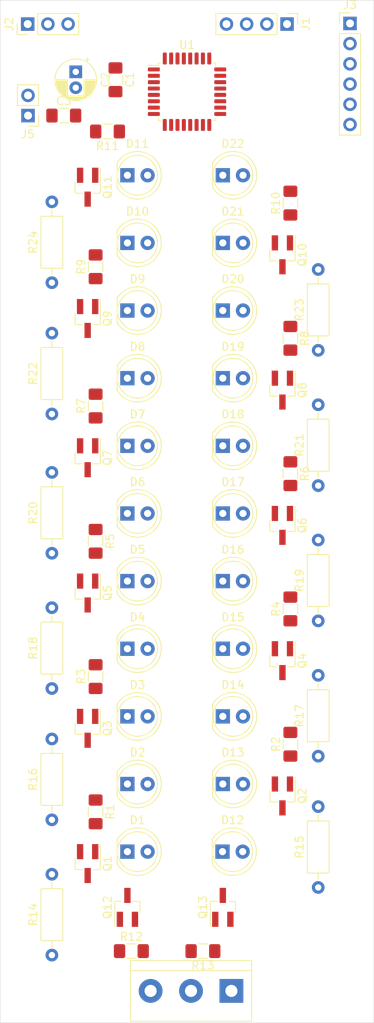
<source format=kicad_pcb>
(kicad_pcb (version 20171130) (host pcbnew "(5.1.5)-3")

  (general
    (thickness 1.6)
    (drawings 4)
    (tracks 0)
    (zones 0)
    (modules 68)
    (nets 73)
  )

  (page A4)
  (layers
    (0 F.Cu signal)
    (31 B.Cu signal)
    (32 B.Adhes user)
    (33 F.Adhes user)
    (34 B.Paste user hide)
    (35 F.Paste user)
    (36 B.SilkS user)
    (37 F.SilkS user hide)
    (38 B.Mask user)
    (39 F.Mask user)
    (40 Dwgs.User user)
    (41 Cmts.User user)
    (42 Eco1.User user)
    (43 Eco2.User user)
    (44 Edge.Cuts user)
    (45 Margin user)
    (46 B.CrtYd user)
    (47 F.CrtYd user)
    (48 B.Fab user)
    (49 F.Fab user hide)
  )

  (setup
    (last_trace_width 0.25)
    (user_trace_width 0.4)
    (trace_clearance 0.2)
    (zone_clearance 0.508)
    (zone_45_only no)
    (trace_min 0.2)
    (via_size 0.8)
    (via_drill 0.4)
    (via_min_size 0.4)
    (via_min_drill 0.3)
    (uvia_size 0.3)
    (uvia_drill 0.1)
    (uvias_allowed no)
    (uvia_min_size 0.2)
    (uvia_min_drill 0.1)
    (edge_width 0.05)
    (segment_width 0.2)
    (pcb_text_width 0.3)
    (pcb_text_size 1.5 1.5)
    (mod_edge_width 0.12)
    (mod_text_size 1 1)
    (mod_text_width 0.15)
    (pad_size 1.524 1.524)
    (pad_drill 0.762)
    (pad_to_mask_clearance 0.051)
    (solder_mask_min_width 0.25)
    (aux_axis_origin 0 0)
    (visible_elements 7FFFFFFF)
    (pcbplotparams
      (layerselection 0x010fc_ffffffff)
      (usegerberextensions false)
      (usegerberattributes false)
      (usegerberadvancedattributes false)
      (creategerberjobfile false)
      (excludeedgelayer true)
      (linewidth 0.100000)
      (plotframeref false)
      (viasonmask false)
      (mode 1)
      (useauxorigin false)
      (hpglpennumber 1)
      (hpglpenspeed 20)
      (hpglpendiameter 15.000000)
      (psnegative false)
      (psa4output false)
      (plotreference true)
      (plotvalue true)
      (plotinvisibletext false)
      (padsonsilk false)
      (subtractmaskfromsilk false)
      (outputformat 1)
      (mirror false)
      (drillshape 1)
      (scaleselection 1)
      (outputdirectory ""))
  )

  (net 0 "")
  (net 1 +5V)
  (net 2 "Net-(U1-Pad1)")
  (net 3 "Net-(U1-Pad3)")
  (net 4 "Net-(U1-Pad2)")
  (net 5 GND)
  (net 6 +3V3)
  (net 7 "Net-(C3-Pad1)")
  (net 8 "Net-(D1-Pad2)")
  (net 9 "Net-(D1-Pad1)")
  (net 10 "Net-(D13-Pad2)")
  (net 11 "Net-(D14-Pad2)")
  (net 12 "Net-(D15-Pad2)")
  (net 13 "Net-(D16-Pad2)")
  (net 14 "Net-(D17-Pad2)")
  (net 15 "Net-(D18-Pad2)")
  (net 16 "Net-(D19-Pad2)")
  (net 17 "Net-(D20-Pad2)")
  (net 18 "Net-(D10-Pad2)")
  (net 19 "Net-(D11-Pad2)")
  (net 20 "Net-(D12-Pad1)")
  (net 21 I2S_CK)
  (net 22 I2S_WS)
  (net 23 I2S_SD)
  (net 24 USART1_TX)
  (net 25 USART1_RX)
  (net 26 "Net-(J3-Pad6)")
  (net 27 SYS_SWDIO)
  (net 28 SYS_SWCLK)
  (net 29 "Net-(J3-Pad1)")
  (net 30 "Net-(Q1-Pad1)")
  (net 31 "Net-(Q2-Pad1)")
  (net 32 "Net-(Q3-Pad1)")
  (net 33 "Net-(Q4-Pad1)")
  (net 34 "Net-(Q5-Pad1)")
  (net 35 "Net-(Q6-Pad1)")
  (net 36 "Net-(Q7-Pad1)")
  (net 37 "Net-(Q8-Pad1)")
  (net 38 "Net-(Q9-Pad1)")
  (net 39 "Net-(Q10-Pad1)")
  (net 40 "Net-(Q11-Pad1)")
  (net 41 "Net-(Q12-Pad1)")
  (net 42 "Net-(Q13-Pad1)")
  (net 43 "/VU Meter LEDs/-20_dB")
  (net 44 "/VU Meter LEDs/-10_dB")
  (net 45 "/VU Meter LEDs/-7_dB")
  (net 46 "/VU Meter LEDs/-5_dB")
  (net 47 "/VU Meter LEDs/-3_dB")
  (net 48 "/VU Meter LEDs/-2_dB")
  (net 49 "/VU Meter LEDs/-1_dB")
  (net 50 "/VU Meter LEDs/0_dB")
  (net 51 "/VU Meter LEDs/+1_dB")
  (net 52 "/VU Meter LEDs/+2_dB")
  (net 53 "/VU Meter LEDs/+3_dB")
  (net 54 "/VU Meter LEDs/LEFT")
  (net 55 "/VU Meter LEDs/RIGHT")
  (net 56 "Net-(U1-Pad32)")
  (net 57 "Net-(U1-Pad28)")
  (net 58 "Net-(U1-Pad20)")
  (net 59 "Net-(U1-Pad17)")
  (net 60 "Net-(U1-Pad16)")
  (net 61 "Net-(U1-Pad15)")
  (net 62 "Net-(Q1-Pad3)")
  (net 63 "Net-(Q2-Pad3)")
  (net 64 "Net-(Q3-Pad3)")
  (net 65 "Net-(Q4-Pad3)")
  (net 66 "Net-(Q5-Pad3)")
  (net 67 "Net-(Q6-Pad3)")
  (net 68 "Net-(Q7-Pad3)")
  (net 69 "Net-(Q8-Pad3)")
  (net 70 "Net-(Q9-Pad3)")
  (net 71 "Net-(Q10-Pad3)")
  (net 72 "Net-(Q11-Pad3)")

  (net_class Default "This is the default net class."
    (clearance 0.2)
    (trace_width 0.25)
    (via_dia 0.8)
    (via_drill 0.4)
    (uvia_dia 0.3)
    (uvia_drill 0.1)
    (add_net +3V3)
    (add_net +5V)
    (add_net "/VU Meter LEDs/+1_dB")
    (add_net "/VU Meter LEDs/+2_dB")
    (add_net "/VU Meter LEDs/+3_dB")
    (add_net "/VU Meter LEDs/-10_dB")
    (add_net "/VU Meter LEDs/-1_dB")
    (add_net "/VU Meter LEDs/-20_dB")
    (add_net "/VU Meter LEDs/-2_dB")
    (add_net "/VU Meter LEDs/-3_dB")
    (add_net "/VU Meter LEDs/-5_dB")
    (add_net "/VU Meter LEDs/-7_dB")
    (add_net "/VU Meter LEDs/0_dB")
    (add_net "/VU Meter LEDs/LEFT")
    (add_net "/VU Meter LEDs/RIGHT")
    (add_net GND)
    (add_net I2S_CK)
    (add_net I2S_SD)
    (add_net I2S_WS)
    (add_net "Net-(C3-Pad1)")
    (add_net "Net-(D1-Pad1)")
    (add_net "Net-(D1-Pad2)")
    (add_net "Net-(D10-Pad2)")
    (add_net "Net-(D11-Pad2)")
    (add_net "Net-(D12-Pad1)")
    (add_net "Net-(D13-Pad2)")
    (add_net "Net-(D14-Pad2)")
    (add_net "Net-(D15-Pad2)")
    (add_net "Net-(D16-Pad2)")
    (add_net "Net-(D17-Pad2)")
    (add_net "Net-(D18-Pad2)")
    (add_net "Net-(D19-Pad2)")
    (add_net "Net-(D20-Pad2)")
    (add_net "Net-(J3-Pad1)")
    (add_net "Net-(J3-Pad6)")
    (add_net "Net-(Q1-Pad1)")
    (add_net "Net-(Q1-Pad3)")
    (add_net "Net-(Q10-Pad1)")
    (add_net "Net-(Q10-Pad3)")
    (add_net "Net-(Q11-Pad1)")
    (add_net "Net-(Q11-Pad3)")
    (add_net "Net-(Q12-Pad1)")
    (add_net "Net-(Q13-Pad1)")
    (add_net "Net-(Q2-Pad1)")
    (add_net "Net-(Q2-Pad3)")
    (add_net "Net-(Q3-Pad1)")
    (add_net "Net-(Q3-Pad3)")
    (add_net "Net-(Q4-Pad1)")
    (add_net "Net-(Q4-Pad3)")
    (add_net "Net-(Q5-Pad1)")
    (add_net "Net-(Q5-Pad3)")
    (add_net "Net-(Q6-Pad1)")
    (add_net "Net-(Q6-Pad3)")
    (add_net "Net-(Q7-Pad1)")
    (add_net "Net-(Q7-Pad3)")
    (add_net "Net-(Q8-Pad1)")
    (add_net "Net-(Q8-Pad3)")
    (add_net "Net-(Q9-Pad1)")
    (add_net "Net-(Q9-Pad3)")
    (add_net "Net-(U1-Pad1)")
    (add_net "Net-(U1-Pad15)")
    (add_net "Net-(U1-Pad16)")
    (add_net "Net-(U1-Pad17)")
    (add_net "Net-(U1-Pad2)")
    (add_net "Net-(U1-Pad20)")
    (add_net "Net-(U1-Pad28)")
    (add_net "Net-(U1-Pad3)")
    (add_net "Net-(U1-Pad32)")
    (add_net SYS_SWCLK)
    (add_net SYS_SWDIO)
    (add_net USART1_RX)
    (add_net USART1_TX)
  )

  (module Resistor_THT:R_Axial_DIN0207_L6.3mm_D2.5mm_P10.16mm_Horizontal (layer F.Cu) (tedit 5AE5139B) (tstamp 5E7E1BB2)
    (at 67.5 60.5 90)
    (descr "Resistor, Axial_DIN0207 series, Axial, Horizontal, pin pitch=10.16mm, 0.25W = 1/4W, length*diameter=6.3*2.5mm^2, http://cdn-reichelt.de/documents/datenblatt/B400/1_4W%23YAG.pdf")
    (tags "Resistor Axial_DIN0207 series Axial Horizontal pin pitch 10.16mm 0.25W = 1/4W length 6.3mm diameter 2.5mm")
    (path /5E7FE9D4/5E7EA6B5)
    (fp_text reference R24 (at 5.08 -2.37 90) (layer F.SilkS)
      (effects (font (size 1 1) (thickness 0.15)))
    )
    (fp_text value 220 (at 5.08 2.37 90) (layer F.Fab)
      (effects (font (size 1 1) (thickness 0.15)))
    )
    (fp_text user %R (at 5.08 0 90) (layer F.Fab)
      (effects (font (size 1 1) (thickness 0.15)))
    )
    (fp_line (start 11.21 -1.5) (end -1.05 -1.5) (layer F.CrtYd) (width 0.05))
    (fp_line (start 11.21 1.5) (end 11.21 -1.5) (layer F.CrtYd) (width 0.05))
    (fp_line (start -1.05 1.5) (end 11.21 1.5) (layer F.CrtYd) (width 0.05))
    (fp_line (start -1.05 -1.5) (end -1.05 1.5) (layer F.CrtYd) (width 0.05))
    (fp_line (start 9.12 0) (end 8.35 0) (layer F.SilkS) (width 0.12))
    (fp_line (start 1.04 0) (end 1.81 0) (layer F.SilkS) (width 0.12))
    (fp_line (start 8.35 -1.37) (end 1.81 -1.37) (layer F.SilkS) (width 0.12))
    (fp_line (start 8.35 1.37) (end 8.35 -1.37) (layer F.SilkS) (width 0.12))
    (fp_line (start 1.81 1.37) (end 8.35 1.37) (layer F.SilkS) (width 0.12))
    (fp_line (start 1.81 -1.37) (end 1.81 1.37) (layer F.SilkS) (width 0.12))
    (fp_line (start 10.16 0) (end 8.23 0) (layer F.Fab) (width 0.1))
    (fp_line (start 0 0) (end 1.93 0) (layer F.Fab) (width 0.1))
    (fp_line (start 8.23 -1.25) (end 1.93 -1.25) (layer F.Fab) (width 0.1))
    (fp_line (start 8.23 1.25) (end 8.23 -1.25) (layer F.Fab) (width 0.1))
    (fp_line (start 1.93 1.25) (end 8.23 1.25) (layer F.Fab) (width 0.1))
    (fp_line (start 1.93 -1.25) (end 1.93 1.25) (layer F.Fab) (width 0.1))
    (pad 2 thru_hole oval (at 10.16 0 90) (size 1.6 1.6) (drill 0.8) (layers *.Cu *.Mask)
      (net 72 "Net-(Q11-Pad3)"))
    (pad 1 thru_hole circle (at 0 0 90) (size 1.6 1.6) (drill 0.8) (layers *.Cu *.Mask)
      (net 1 +5V))
    (model ${KISYS3DMOD}/Resistor_THT.3dshapes/R_Axial_DIN0207_L6.3mm_D2.5mm_P10.16mm_Horizontal.wrl
      (at (xyz 0 0 0))
      (scale (xyz 1 1 1))
      (rotate (xyz 0 0 0))
    )
  )

  (module Resistor_THT:R_Axial_DIN0207_L6.3mm_D2.5mm_P10.16mm_Horizontal (layer F.Cu) (tedit 5AE5139B) (tstamp 5E7E1B9B)
    (at 101 69 90)
    (descr "Resistor, Axial_DIN0207 series, Axial, Horizontal, pin pitch=10.16mm, 0.25W = 1/4W, length*diameter=6.3*2.5mm^2, http://cdn-reichelt.de/documents/datenblatt/B400/1_4W%23YAG.pdf")
    (tags "Resistor Axial_DIN0207 series Axial Horizontal pin pitch 10.16mm 0.25W = 1/4W length 6.3mm diameter 2.5mm")
    (path /5E7FE9D4/5E7EA1B7)
    (fp_text reference R23 (at 5.08 -2.37 90) (layer F.SilkS)
      (effects (font (size 1 1) (thickness 0.15)))
    )
    (fp_text value 220 (at 5.08 2.37 90) (layer F.Fab)
      (effects (font (size 1 1) (thickness 0.15)))
    )
    (fp_text user %R (at 5.08 0 90) (layer F.Fab)
      (effects (font (size 1 1) (thickness 0.15)))
    )
    (fp_line (start 11.21 -1.5) (end -1.05 -1.5) (layer F.CrtYd) (width 0.05))
    (fp_line (start 11.21 1.5) (end 11.21 -1.5) (layer F.CrtYd) (width 0.05))
    (fp_line (start -1.05 1.5) (end 11.21 1.5) (layer F.CrtYd) (width 0.05))
    (fp_line (start -1.05 -1.5) (end -1.05 1.5) (layer F.CrtYd) (width 0.05))
    (fp_line (start 9.12 0) (end 8.35 0) (layer F.SilkS) (width 0.12))
    (fp_line (start 1.04 0) (end 1.81 0) (layer F.SilkS) (width 0.12))
    (fp_line (start 8.35 -1.37) (end 1.81 -1.37) (layer F.SilkS) (width 0.12))
    (fp_line (start 8.35 1.37) (end 8.35 -1.37) (layer F.SilkS) (width 0.12))
    (fp_line (start 1.81 1.37) (end 8.35 1.37) (layer F.SilkS) (width 0.12))
    (fp_line (start 1.81 -1.37) (end 1.81 1.37) (layer F.SilkS) (width 0.12))
    (fp_line (start 10.16 0) (end 8.23 0) (layer F.Fab) (width 0.1))
    (fp_line (start 0 0) (end 1.93 0) (layer F.Fab) (width 0.1))
    (fp_line (start 8.23 -1.25) (end 1.93 -1.25) (layer F.Fab) (width 0.1))
    (fp_line (start 8.23 1.25) (end 8.23 -1.25) (layer F.Fab) (width 0.1))
    (fp_line (start 1.93 1.25) (end 8.23 1.25) (layer F.Fab) (width 0.1))
    (fp_line (start 1.93 -1.25) (end 1.93 1.25) (layer F.Fab) (width 0.1))
    (pad 2 thru_hole oval (at 10.16 0 90) (size 1.6 1.6) (drill 0.8) (layers *.Cu *.Mask)
      (net 71 "Net-(Q10-Pad3)"))
    (pad 1 thru_hole circle (at 0 0 90) (size 1.6 1.6) (drill 0.8) (layers *.Cu *.Mask)
      (net 1 +5V))
    (model ${KISYS3DMOD}/Resistor_THT.3dshapes/R_Axial_DIN0207_L6.3mm_D2.5mm_P10.16mm_Horizontal.wrl
      (at (xyz 0 0 0))
      (scale (xyz 1 1 1))
      (rotate (xyz 0 0 0))
    )
  )

  (module Resistor_THT:R_Axial_DIN0207_L6.3mm_D2.5mm_P10.16mm_Horizontal (layer F.Cu) (tedit 5AE5139B) (tstamp 5E7E29FF)
    (at 67.5 77 90)
    (descr "Resistor, Axial_DIN0207 series, Axial, Horizontal, pin pitch=10.16mm, 0.25W = 1/4W, length*diameter=6.3*2.5mm^2, http://cdn-reichelt.de/documents/datenblatt/B400/1_4W%23YAG.pdf")
    (tags "Resistor Axial_DIN0207 series Axial Horizontal pin pitch 10.16mm 0.25W = 1/4W length 6.3mm diameter 2.5mm")
    (path /5E7FE9D4/5E7E99E2)
    (fp_text reference R22 (at 5.08 -2.37 90) (layer F.SilkS)
      (effects (font (size 1 1) (thickness 0.15)))
    )
    (fp_text value 220 (at 5.08 2.37 90) (layer F.Fab)
      (effects (font (size 1 1) (thickness 0.15)))
    )
    (fp_text user %R (at 5.08 0 90) (layer F.Fab)
      (effects (font (size 1 1) (thickness 0.15)))
    )
    (fp_line (start 11.21 -1.5) (end -1.05 -1.5) (layer F.CrtYd) (width 0.05))
    (fp_line (start 11.21 1.5) (end 11.21 -1.5) (layer F.CrtYd) (width 0.05))
    (fp_line (start -1.05 1.5) (end 11.21 1.5) (layer F.CrtYd) (width 0.05))
    (fp_line (start -1.05 -1.5) (end -1.05 1.5) (layer F.CrtYd) (width 0.05))
    (fp_line (start 9.12 0) (end 8.35 0) (layer F.SilkS) (width 0.12))
    (fp_line (start 1.04 0) (end 1.81 0) (layer F.SilkS) (width 0.12))
    (fp_line (start 8.35 -1.37) (end 1.81 -1.37) (layer F.SilkS) (width 0.12))
    (fp_line (start 8.35 1.37) (end 8.35 -1.37) (layer F.SilkS) (width 0.12))
    (fp_line (start 1.81 1.37) (end 8.35 1.37) (layer F.SilkS) (width 0.12))
    (fp_line (start 1.81 -1.37) (end 1.81 1.37) (layer F.SilkS) (width 0.12))
    (fp_line (start 10.16 0) (end 8.23 0) (layer F.Fab) (width 0.1))
    (fp_line (start 0 0) (end 1.93 0) (layer F.Fab) (width 0.1))
    (fp_line (start 8.23 -1.25) (end 1.93 -1.25) (layer F.Fab) (width 0.1))
    (fp_line (start 8.23 1.25) (end 8.23 -1.25) (layer F.Fab) (width 0.1))
    (fp_line (start 1.93 1.25) (end 8.23 1.25) (layer F.Fab) (width 0.1))
    (fp_line (start 1.93 -1.25) (end 1.93 1.25) (layer F.Fab) (width 0.1))
    (pad 2 thru_hole oval (at 10.16 0 90) (size 1.6 1.6) (drill 0.8) (layers *.Cu *.Mask)
      (net 70 "Net-(Q9-Pad3)"))
    (pad 1 thru_hole circle (at 0 0 90) (size 1.6 1.6) (drill 0.8) (layers *.Cu *.Mask)
      (net 1 +5V))
    (model ${KISYS3DMOD}/Resistor_THT.3dshapes/R_Axial_DIN0207_L6.3mm_D2.5mm_P10.16mm_Horizontal.wrl
      (at (xyz 0 0 0))
      (scale (xyz 1 1 1))
      (rotate (xyz 0 0 0))
    )
  )

  (module Resistor_THT:R_Axial_DIN0207_L6.3mm_D2.5mm_P10.16mm_Horizontal (layer F.Cu) (tedit 5AE5139B) (tstamp 5E7E1B6D)
    (at 101 86 90)
    (descr "Resistor, Axial_DIN0207 series, Axial, Horizontal, pin pitch=10.16mm, 0.25W = 1/4W, length*diameter=6.3*2.5mm^2, http://cdn-reichelt.de/documents/datenblatt/B400/1_4W%23YAG.pdf")
    (tags "Resistor Axial_DIN0207 series Axial Horizontal pin pitch 10.16mm 0.25W = 1/4W length 6.3mm diameter 2.5mm")
    (path /5E7FE9D4/5E7E94E6)
    (fp_text reference R21 (at 5.08 -2.37 90) (layer F.SilkS)
      (effects (font (size 1 1) (thickness 0.15)))
    )
    (fp_text value 220 (at 5.08 2.37 90) (layer F.Fab)
      (effects (font (size 1 1) (thickness 0.15)))
    )
    (fp_text user %R (at 5.08 0 90) (layer F.Fab)
      (effects (font (size 1 1) (thickness 0.15)))
    )
    (fp_line (start 11.21 -1.5) (end -1.05 -1.5) (layer F.CrtYd) (width 0.05))
    (fp_line (start 11.21 1.5) (end 11.21 -1.5) (layer F.CrtYd) (width 0.05))
    (fp_line (start -1.05 1.5) (end 11.21 1.5) (layer F.CrtYd) (width 0.05))
    (fp_line (start -1.05 -1.5) (end -1.05 1.5) (layer F.CrtYd) (width 0.05))
    (fp_line (start 9.12 0) (end 8.35 0) (layer F.SilkS) (width 0.12))
    (fp_line (start 1.04 0) (end 1.81 0) (layer F.SilkS) (width 0.12))
    (fp_line (start 8.35 -1.37) (end 1.81 -1.37) (layer F.SilkS) (width 0.12))
    (fp_line (start 8.35 1.37) (end 8.35 -1.37) (layer F.SilkS) (width 0.12))
    (fp_line (start 1.81 1.37) (end 8.35 1.37) (layer F.SilkS) (width 0.12))
    (fp_line (start 1.81 -1.37) (end 1.81 1.37) (layer F.SilkS) (width 0.12))
    (fp_line (start 10.16 0) (end 8.23 0) (layer F.Fab) (width 0.1))
    (fp_line (start 0 0) (end 1.93 0) (layer F.Fab) (width 0.1))
    (fp_line (start 8.23 -1.25) (end 1.93 -1.25) (layer F.Fab) (width 0.1))
    (fp_line (start 8.23 1.25) (end 8.23 -1.25) (layer F.Fab) (width 0.1))
    (fp_line (start 1.93 1.25) (end 8.23 1.25) (layer F.Fab) (width 0.1))
    (fp_line (start 1.93 -1.25) (end 1.93 1.25) (layer F.Fab) (width 0.1))
    (pad 2 thru_hole oval (at 10.16 0 90) (size 1.6 1.6) (drill 0.8) (layers *.Cu *.Mask)
      (net 69 "Net-(Q8-Pad3)"))
    (pad 1 thru_hole circle (at 0 0 90) (size 1.6 1.6) (drill 0.8) (layers *.Cu *.Mask)
      (net 1 +5V))
    (model ${KISYS3DMOD}/Resistor_THT.3dshapes/R_Axial_DIN0207_L6.3mm_D2.5mm_P10.16mm_Horizontal.wrl
      (at (xyz 0 0 0))
      (scale (xyz 1 1 1))
      (rotate (xyz 0 0 0))
    )
  )

  (module Resistor_THT:R_Axial_DIN0207_L6.3mm_D2.5mm_P10.16mm_Horizontal (layer F.Cu) (tedit 5AE5139B) (tstamp 5E7E1B56)
    (at 67.5 94.5 90)
    (descr "Resistor, Axial_DIN0207 series, Axial, Horizontal, pin pitch=10.16mm, 0.25W = 1/4W, length*diameter=6.3*2.5mm^2, http://cdn-reichelt.de/documents/datenblatt/B400/1_4W%23YAG.pdf")
    (tags "Resistor Axial_DIN0207 series Axial Horizontal pin pitch 10.16mm 0.25W = 1/4W length 6.3mm diameter 2.5mm")
    (path /5E7FE9D4/5E7E8D5A)
    (fp_text reference R20 (at 5.08 -2.37 90) (layer F.SilkS)
      (effects (font (size 1 1) (thickness 0.15)))
    )
    (fp_text value 220 (at 5.08 2.37 90) (layer F.Fab)
      (effects (font (size 1 1) (thickness 0.15)))
    )
    (fp_text user %R (at 5.08 0 90) (layer F.Fab)
      (effects (font (size 1 1) (thickness 0.15)))
    )
    (fp_line (start 11.21 -1.5) (end -1.05 -1.5) (layer F.CrtYd) (width 0.05))
    (fp_line (start 11.21 1.5) (end 11.21 -1.5) (layer F.CrtYd) (width 0.05))
    (fp_line (start -1.05 1.5) (end 11.21 1.5) (layer F.CrtYd) (width 0.05))
    (fp_line (start -1.05 -1.5) (end -1.05 1.5) (layer F.CrtYd) (width 0.05))
    (fp_line (start 9.12 0) (end 8.35 0) (layer F.SilkS) (width 0.12))
    (fp_line (start 1.04 0) (end 1.81 0) (layer F.SilkS) (width 0.12))
    (fp_line (start 8.35 -1.37) (end 1.81 -1.37) (layer F.SilkS) (width 0.12))
    (fp_line (start 8.35 1.37) (end 8.35 -1.37) (layer F.SilkS) (width 0.12))
    (fp_line (start 1.81 1.37) (end 8.35 1.37) (layer F.SilkS) (width 0.12))
    (fp_line (start 1.81 -1.37) (end 1.81 1.37) (layer F.SilkS) (width 0.12))
    (fp_line (start 10.16 0) (end 8.23 0) (layer F.Fab) (width 0.1))
    (fp_line (start 0 0) (end 1.93 0) (layer F.Fab) (width 0.1))
    (fp_line (start 8.23 -1.25) (end 1.93 -1.25) (layer F.Fab) (width 0.1))
    (fp_line (start 8.23 1.25) (end 8.23 -1.25) (layer F.Fab) (width 0.1))
    (fp_line (start 1.93 1.25) (end 8.23 1.25) (layer F.Fab) (width 0.1))
    (fp_line (start 1.93 -1.25) (end 1.93 1.25) (layer F.Fab) (width 0.1))
    (pad 2 thru_hole oval (at 10.16 0 90) (size 1.6 1.6) (drill 0.8) (layers *.Cu *.Mask)
      (net 68 "Net-(Q7-Pad3)"))
    (pad 1 thru_hole circle (at 0 0 90) (size 1.6 1.6) (drill 0.8) (layers *.Cu *.Mask)
      (net 1 +5V))
    (model ${KISYS3DMOD}/Resistor_THT.3dshapes/R_Axial_DIN0207_L6.3mm_D2.5mm_P10.16mm_Horizontal.wrl
      (at (xyz 0 0 0))
      (scale (xyz 1 1 1))
      (rotate (xyz 0 0 0))
    )
  )

  (module Resistor_THT:R_Axial_DIN0207_L6.3mm_D2.5mm_P10.16mm_Horizontal (layer F.Cu) (tedit 5AE5139B) (tstamp 5E7E1B3F)
    (at 101 103 90)
    (descr "Resistor, Axial_DIN0207 series, Axial, Horizontal, pin pitch=10.16mm, 0.25W = 1/4W, length*diameter=6.3*2.5mm^2, http://cdn-reichelt.de/documents/datenblatt/B400/1_4W%23YAG.pdf")
    (tags "Resistor Axial_DIN0207 series Axial Horizontal pin pitch 10.16mm 0.25W = 1/4W length 6.3mm diameter 2.5mm")
    (path /5E7FE9D4/5E7E7A78)
    (fp_text reference R19 (at 5.08 -2.37 90) (layer F.SilkS)
      (effects (font (size 1 1) (thickness 0.15)))
    )
    (fp_text value 220 (at 5.08 2.37 90) (layer F.Fab)
      (effects (font (size 1 1) (thickness 0.15)))
    )
    (fp_text user %R (at 5.08 0 90) (layer F.Fab)
      (effects (font (size 1 1) (thickness 0.15)))
    )
    (fp_line (start 11.21 -1.5) (end -1.05 -1.5) (layer F.CrtYd) (width 0.05))
    (fp_line (start 11.21 1.5) (end 11.21 -1.5) (layer F.CrtYd) (width 0.05))
    (fp_line (start -1.05 1.5) (end 11.21 1.5) (layer F.CrtYd) (width 0.05))
    (fp_line (start -1.05 -1.5) (end -1.05 1.5) (layer F.CrtYd) (width 0.05))
    (fp_line (start 9.12 0) (end 8.35 0) (layer F.SilkS) (width 0.12))
    (fp_line (start 1.04 0) (end 1.81 0) (layer F.SilkS) (width 0.12))
    (fp_line (start 8.35 -1.37) (end 1.81 -1.37) (layer F.SilkS) (width 0.12))
    (fp_line (start 8.35 1.37) (end 8.35 -1.37) (layer F.SilkS) (width 0.12))
    (fp_line (start 1.81 1.37) (end 8.35 1.37) (layer F.SilkS) (width 0.12))
    (fp_line (start 1.81 -1.37) (end 1.81 1.37) (layer F.SilkS) (width 0.12))
    (fp_line (start 10.16 0) (end 8.23 0) (layer F.Fab) (width 0.1))
    (fp_line (start 0 0) (end 1.93 0) (layer F.Fab) (width 0.1))
    (fp_line (start 8.23 -1.25) (end 1.93 -1.25) (layer F.Fab) (width 0.1))
    (fp_line (start 8.23 1.25) (end 8.23 -1.25) (layer F.Fab) (width 0.1))
    (fp_line (start 1.93 1.25) (end 8.23 1.25) (layer F.Fab) (width 0.1))
    (fp_line (start 1.93 -1.25) (end 1.93 1.25) (layer F.Fab) (width 0.1))
    (pad 2 thru_hole oval (at 10.16 0 90) (size 1.6 1.6) (drill 0.8) (layers *.Cu *.Mask)
      (net 67 "Net-(Q6-Pad3)"))
    (pad 1 thru_hole circle (at 0 0 90) (size 1.6 1.6) (drill 0.8) (layers *.Cu *.Mask)
      (net 1 +5V))
    (model ${KISYS3DMOD}/Resistor_THT.3dshapes/R_Axial_DIN0207_L6.3mm_D2.5mm_P10.16mm_Horizontal.wrl
      (at (xyz 0 0 0))
      (scale (xyz 1 1 1))
      (rotate (xyz 0 0 0))
    )
  )

  (module Resistor_THT:R_Axial_DIN0207_L6.3mm_D2.5mm_P10.16mm_Horizontal (layer F.Cu) (tedit 5AE5139B) (tstamp 5E7E1B28)
    (at 67.5 111.5 90)
    (descr "Resistor, Axial_DIN0207 series, Axial, Horizontal, pin pitch=10.16mm, 0.25W = 1/4W, length*diameter=6.3*2.5mm^2, http://cdn-reichelt.de/documents/datenblatt/B400/1_4W%23YAG.pdf")
    (tags "Resistor Axial_DIN0207 series Axial Horizontal pin pitch 10.16mm 0.25W = 1/4W length 6.3mm diameter 2.5mm")
    (path /5E7FE9D4/5E7E71AC)
    (fp_text reference R18 (at 5.08 -2.37 90) (layer F.SilkS)
      (effects (font (size 1 1) (thickness 0.15)))
    )
    (fp_text value 220 (at 5.08 2.37 90) (layer F.Fab)
      (effects (font (size 1 1) (thickness 0.15)))
    )
    (fp_text user %R (at 5.08 0 90) (layer F.Fab)
      (effects (font (size 1 1) (thickness 0.15)))
    )
    (fp_line (start 11.21 -1.5) (end -1.05 -1.5) (layer F.CrtYd) (width 0.05))
    (fp_line (start 11.21 1.5) (end 11.21 -1.5) (layer F.CrtYd) (width 0.05))
    (fp_line (start -1.05 1.5) (end 11.21 1.5) (layer F.CrtYd) (width 0.05))
    (fp_line (start -1.05 -1.5) (end -1.05 1.5) (layer F.CrtYd) (width 0.05))
    (fp_line (start 9.12 0) (end 8.35 0) (layer F.SilkS) (width 0.12))
    (fp_line (start 1.04 0) (end 1.81 0) (layer F.SilkS) (width 0.12))
    (fp_line (start 8.35 -1.37) (end 1.81 -1.37) (layer F.SilkS) (width 0.12))
    (fp_line (start 8.35 1.37) (end 8.35 -1.37) (layer F.SilkS) (width 0.12))
    (fp_line (start 1.81 1.37) (end 8.35 1.37) (layer F.SilkS) (width 0.12))
    (fp_line (start 1.81 -1.37) (end 1.81 1.37) (layer F.SilkS) (width 0.12))
    (fp_line (start 10.16 0) (end 8.23 0) (layer F.Fab) (width 0.1))
    (fp_line (start 0 0) (end 1.93 0) (layer F.Fab) (width 0.1))
    (fp_line (start 8.23 -1.25) (end 1.93 -1.25) (layer F.Fab) (width 0.1))
    (fp_line (start 8.23 1.25) (end 8.23 -1.25) (layer F.Fab) (width 0.1))
    (fp_line (start 1.93 1.25) (end 8.23 1.25) (layer F.Fab) (width 0.1))
    (fp_line (start 1.93 -1.25) (end 1.93 1.25) (layer F.Fab) (width 0.1))
    (pad 2 thru_hole oval (at 10.16 0 90) (size 1.6 1.6) (drill 0.8) (layers *.Cu *.Mask)
      (net 66 "Net-(Q5-Pad3)"))
    (pad 1 thru_hole circle (at 0 0 90) (size 1.6 1.6) (drill 0.8) (layers *.Cu *.Mask)
      (net 1 +5V))
    (model ${KISYS3DMOD}/Resistor_THT.3dshapes/R_Axial_DIN0207_L6.3mm_D2.5mm_P10.16mm_Horizontal.wrl
      (at (xyz 0 0 0))
      (scale (xyz 1 1 1))
      (rotate (xyz 0 0 0))
    )
  )

  (module Resistor_THT:R_Axial_DIN0207_L6.3mm_D2.5mm_P10.16mm_Horizontal (layer F.Cu) (tedit 5AE5139B) (tstamp 5E7E28F3)
    (at 101 120 90)
    (descr "Resistor, Axial_DIN0207 series, Axial, Horizontal, pin pitch=10.16mm, 0.25W = 1/4W, length*diameter=6.3*2.5mm^2, http://cdn-reichelt.de/documents/datenblatt/B400/1_4W%23YAG.pdf")
    (tags "Resistor Axial_DIN0207 series Axial Horizontal pin pitch 10.16mm 0.25W = 1/4W length 6.3mm diameter 2.5mm")
    (path /5E7FE9D4/5E7E6AA9)
    (fp_text reference R17 (at 5.08 -2.37 90) (layer F.SilkS)
      (effects (font (size 1 1) (thickness 0.15)))
    )
    (fp_text value 220 (at 5.08 2.37 90) (layer F.Fab)
      (effects (font (size 1 1) (thickness 0.15)))
    )
    (fp_text user %R (at 5.08 0 90) (layer F.Fab)
      (effects (font (size 1 1) (thickness 0.15)))
    )
    (fp_line (start 11.21 -1.5) (end -1.05 -1.5) (layer F.CrtYd) (width 0.05))
    (fp_line (start 11.21 1.5) (end 11.21 -1.5) (layer F.CrtYd) (width 0.05))
    (fp_line (start -1.05 1.5) (end 11.21 1.5) (layer F.CrtYd) (width 0.05))
    (fp_line (start -1.05 -1.5) (end -1.05 1.5) (layer F.CrtYd) (width 0.05))
    (fp_line (start 9.12 0) (end 8.35 0) (layer F.SilkS) (width 0.12))
    (fp_line (start 1.04 0) (end 1.81 0) (layer F.SilkS) (width 0.12))
    (fp_line (start 8.35 -1.37) (end 1.81 -1.37) (layer F.SilkS) (width 0.12))
    (fp_line (start 8.35 1.37) (end 8.35 -1.37) (layer F.SilkS) (width 0.12))
    (fp_line (start 1.81 1.37) (end 8.35 1.37) (layer F.SilkS) (width 0.12))
    (fp_line (start 1.81 -1.37) (end 1.81 1.37) (layer F.SilkS) (width 0.12))
    (fp_line (start 10.16 0) (end 8.23 0) (layer F.Fab) (width 0.1))
    (fp_line (start 0 0) (end 1.93 0) (layer F.Fab) (width 0.1))
    (fp_line (start 8.23 -1.25) (end 1.93 -1.25) (layer F.Fab) (width 0.1))
    (fp_line (start 8.23 1.25) (end 8.23 -1.25) (layer F.Fab) (width 0.1))
    (fp_line (start 1.93 1.25) (end 8.23 1.25) (layer F.Fab) (width 0.1))
    (fp_line (start 1.93 -1.25) (end 1.93 1.25) (layer F.Fab) (width 0.1))
    (pad 2 thru_hole oval (at 10.16 0 90) (size 1.6 1.6) (drill 0.8) (layers *.Cu *.Mask)
      (net 65 "Net-(Q4-Pad3)"))
    (pad 1 thru_hole circle (at 0 0 90) (size 1.6 1.6) (drill 0.8) (layers *.Cu *.Mask)
      (net 1 +5V))
    (model ${KISYS3DMOD}/Resistor_THT.3dshapes/R_Axial_DIN0207_L6.3mm_D2.5mm_P10.16mm_Horizontal.wrl
      (at (xyz 0 0 0))
      (scale (xyz 1 1 1))
      (rotate (xyz 0 0 0))
    )
  )

  (module Resistor_THT:R_Axial_DIN0207_L6.3mm_D2.5mm_P10.16mm_Horizontal (layer F.Cu) (tedit 5AE5139B) (tstamp 5E7E1AFA)
    (at 67.5 128 90)
    (descr "Resistor, Axial_DIN0207 series, Axial, Horizontal, pin pitch=10.16mm, 0.25W = 1/4W, length*diameter=6.3*2.5mm^2, http://cdn-reichelt.de/documents/datenblatt/B400/1_4W%23YAG.pdf")
    (tags "Resistor Axial_DIN0207 series Axial Horizontal pin pitch 10.16mm 0.25W = 1/4W length 6.3mm diameter 2.5mm")
    (path /5E7FE9D4/5E7E64BB)
    (fp_text reference R16 (at 5.08 -2.37 90) (layer F.SilkS)
      (effects (font (size 1 1) (thickness 0.15)))
    )
    (fp_text value 220 (at 5.08 2.37 90) (layer F.Fab)
      (effects (font (size 1 1) (thickness 0.15)))
    )
    (fp_text user %R (at 5.08 0 90) (layer F.Fab)
      (effects (font (size 1 1) (thickness 0.15)))
    )
    (fp_line (start 11.21 -1.5) (end -1.05 -1.5) (layer F.CrtYd) (width 0.05))
    (fp_line (start 11.21 1.5) (end 11.21 -1.5) (layer F.CrtYd) (width 0.05))
    (fp_line (start -1.05 1.5) (end 11.21 1.5) (layer F.CrtYd) (width 0.05))
    (fp_line (start -1.05 -1.5) (end -1.05 1.5) (layer F.CrtYd) (width 0.05))
    (fp_line (start 9.12 0) (end 8.35 0) (layer F.SilkS) (width 0.12))
    (fp_line (start 1.04 0) (end 1.81 0) (layer F.SilkS) (width 0.12))
    (fp_line (start 8.35 -1.37) (end 1.81 -1.37) (layer F.SilkS) (width 0.12))
    (fp_line (start 8.35 1.37) (end 8.35 -1.37) (layer F.SilkS) (width 0.12))
    (fp_line (start 1.81 1.37) (end 8.35 1.37) (layer F.SilkS) (width 0.12))
    (fp_line (start 1.81 -1.37) (end 1.81 1.37) (layer F.SilkS) (width 0.12))
    (fp_line (start 10.16 0) (end 8.23 0) (layer F.Fab) (width 0.1))
    (fp_line (start 0 0) (end 1.93 0) (layer F.Fab) (width 0.1))
    (fp_line (start 8.23 -1.25) (end 1.93 -1.25) (layer F.Fab) (width 0.1))
    (fp_line (start 8.23 1.25) (end 8.23 -1.25) (layer F.Fab) (width 0.1))
    (fp_line (start 1.93 1.25) (end 8.23 1.25) (layer F.Fab) (width 0.1))
    (fp_line (start 1.93 -1.25) (end 1.93 1.25) (layer F.Fab) (width 0.1))
    (pad 2 thru_hole oval (at 10.16 0 90) (size 1.6 1.6) (drill 0.8) (layers *.Cu *.Mask)
      (net 64 "Net-(Q3-Pad3)"))
    (pad 1 thru_hole circle (at 0 0 90) (size 1.6 1.6) (drill 0.8) (layers *.Cu *.Mask)
      (net 1 +5V))
    (model ${KISYS3DMOD}/Resistor_THT.3dshapes/R_Axial_DIN0207_L6.3mm_D2.5mm_P10.16mm_Horizontal.wrl
      (at (xyz 0 0 0))
      (scale (xyz 1 1 1))
      (rotate (xyz 0 0 0))
    )
  )

  (module Resistor_THT:R_Axial_DIN0207_L6.3mm_D2.5mm_P10.16mm_Horizontal (layer F.Cu) (tedit 5AE5139B) (tstamp 5E7E1AE3)
    (at 101 136.5 90)
    (descr "Resistor, Axial_DIN0207 series, Axial, Horizontal, pin pitch=10.16mm, 0.25W = 1/4W, length*diameter=6.3*2.5mm^2, http://cdn-reichelt.de/documents/datenblatt/B400/1_4W%23YAG.pdf")
    (tags "Resistor Axial_DIN0207 series Axial Horizontal pin pitch 10.16mm 0.25W = 1/4W length 6.3mm diameter 2.5mm")
    (path /5E7FE9D4/5E7E5ED6)
    (fp_text reference R15 (at 5.08 -2.37 90) (layer F.SilkS)
      (effects (font (size 1 1) (thickness 0.15)))
    )
    (fp_text value 220 (at 5.08 2.37 90) (layer F.Fab)
      (effects (font (size 1 1) (thickness 0.15)))
    )
    (fp_text user %R (at 5.08 0 90) (layer F.Fab)
      (effects (font (size 1 1) (thickness 0.15)))
    )
    (fp_line (start 11.21 -1.5) (end -1.05 -1.5) (layer F.CrtYd) (width 0.05))
    (fp_line (start 11.21 1.5) (end 11.21 -1.5) (layer F.CrtYd) (width 0.05))
    (fp_line (start -1.05 1.5) (end 11.21 1.5) (layer F.CrtYd) (width 0.05))
    (fp_line (start -1.05 -1.5) (end -1.05 1.5) (layer F.CrtYd) (width 0.05))
    (fp_line (start 9.12 0) (end 8.35 0) (layer F.SilkS) (width 0.12))
    (fp_line (start 1.04 0) (end 1.81 0) (layer F.SilkS) (width 0.12))
    (fp_line (start 8.35 -1.37) (end 1.81 -1.37) (layer F.SilkS) (width 0.12))
    (fp_line (start 8.35 1.37) (end 8.35 -1.37) (layer F.SilkS) (width 0.12))
    (fp_line (start 1.81 1.37) (end 8.35 1.37) (layer F.SilkS) (width 0.12))
    (fp_line (start 1.81 -1.37) (end 1.81 1.37) (layer F.SilkS) (width 0.12))
    (fp_line (start 10.16 0) (end 8.23 0) (layer F.Fab) (width 0.1))
    (fp_line (start 0 0) (end 1.93 0) (layer F.Fab) (width 0.1))
    (fp_line (start 8.23 -1.25) (end 1.93 -1.25) (layer F.Fab) (width 0.1))
    (fp_line (start 8.23 1.25) (end 8.23 -1.25) (layer F.Fab) (width 0.1))
    (fp_line (start 1.93 1.25) (end 8.23 1.25) (layer F.Fab) (width 0.1))
    (fp_line (start 1.93 -1.25) (end 1.93 1.25) (layer F.Fab) (width 0.1))
    (pad 2 thru_hole oval (at 10.16 0 90) (size 1.6 1.6) (drill 0.8) (layers *.Cu *.Mask)
      (net 63 "Net-(Q2-Pad3)"))
    (pad 1 thru_hole circle (at 0 0 90) (size 1.6 1.6) (drill 0.8) (layers *.Cu *.Mask)
      (net 1 +5V))
    (model ${KISYS3DMOD}/Resistor_THT.3dshapes/R_Axial_DIN0207_L6.3mm_D2.5mm_P10.16mm_Horizontal.wrl
      (at (xyz 0 0 0))
      (scale (xyz 1 1 1))
      (rotate (xyz 0 0 0))
    )
  )

  (module Resistor_THT:R_Axial_DIN0207_L6.3mm_D2.5mm_P10.16mm_Horizontal (layer F.Cu) (tedit 5AE5139B) (tstamp 5E7E1ACC)
    (at 67.5 145 90)
    (descr "Resistor, Axial_DIN0207 series, Axial, Horizontal, pin pitch=10.16mm, 0.25W = 1/4W, length*diameter=6.3*2.5mm^2, http://cdn-reichelt.de/documents/datenblatt/B400/1_4W%23YAG.pdf")
    (tags "Resistor Axial_DIN0207 series Axial Horizontal pin pitch 10.16mm 0.25W = 1/4W length 6.3mm diameter 2.5mm")
    (path /5E7FE9D4/5E7E583A)
    (fp_text reference R14 (at 5.08 -2.37 90) (layer F.SilkS)
      (effects (font (size 1 1) (thickness 0.15)))
    )
    (fp_text value 220 (at 5.08 2.37 90) (layer F.Fab)
      (effects (font (size 1 1) (thickness 0.15)))
    )
    (fp_text user %R (at 5.08 0 90) (layer F.Fab)
      (effects (font (size 1 1) (thickness 0.15)))
    )
    (fp_line (start 11.21 -1.5) (end -1.05 -1.5) (layer F.CrtYd) (width 0.05))
    (fp_line (start 11.21 1.5) (end 11.21 -1.5) (layer F.CrtYd) (width 0.05))
    (fp_line (start -1.05 1.5) (end 11.21 1.5) (layer F.CrtYd) (width 0.05))
    (fp_line (start -1.05 -1.5) (end -1.05 1.5) (layer F.CrtYd) (width 0.05))
    (fp_line (start 9.12 0) (end 8.35 0) (layer F.SilkS) (width 0.12))
    (fp_line (start 1.04 0) (end 1.81 0) (layer F.SilkS) (width 0.12))
    (fp_line (start 8.35 -1.37) (end 1.81 -1.37) (layer F.SilkS) (width 0.12))
    (fp_line (start 8.35 1.37) (end 8.35 -1.37) (layer F.SilkS) (width 0.12))
    (fp_line (start 1.81 1.37) (end 8.35 1.37) (layer F.SilkS) (width 0.12))
    (fp_line (start 1.81 -1.37) (end 1.81 1.37) (layer F.SilkS) (width 0.12))
    (fp_line (start 10.16 0) (end 8.23 0) (layer F.Fab) (width 0.1))
    (fp_line (start 0 0) (end 1.93 0) (layer F.Fab) (width 0.1))
    (fp_line (start 8.23 -1.25) (end 1.93 -1.25) (layer F.Fab) (width 0.1))
    (fp_line (start 8.23 1.25) (end 8.23 -1.25) (layer F.Fab) (width 0.1))
    (fp_line (start 1.93 1.25) (end 8.23 1.25) (layer F.Fab) (width 0.1))
    (fp_line (start 1.93 -1.25) (end 1.93 1.25) (layer F.Fab) (width 0.1))
    (pad 2 thru_hole oval (at 10.16 0 90) (size 1.6 1.6) (drill 0.8) (layers *.Cu *.Mask)
      (net 62 "Net-(Q1-Pad3)"))
    (pad 1 thru_hole circle (at 0 0 90) (size 1.6 1.6) (drill 0.8) (layers *.Cu *.Mask)
      (net 1 +5V))
    (model ${KISYS3DMOD}/Resistor_THT.3dshapes/R_Axial_DIN0207_L6.3mm_D2.5mm_P10.16mm_Horizontal.wrl
      (at (xyz 0 0 0))
      (scale (xyz 1 1 1))
      (rotate (xyz 0 0 0))
    )
  )

  (module Connector_PinHeader_2.54mm:PinHeader_1x02_P2.54mm_Vertical (layer F.Cu) (tedit 59FED5CC) (tstamp 5E7B4C3D)
    (at 64.5 39.5 180)
    (descr "Through hole straight pin header, 1x02, 2.54mm pitch, single row")
    (tags "Through hole pin header THT 1x02 2.54mm single row")
    (path /5EB20776)
    (fp_text reference J5 (at 0 -2.33) (layer F.SilkS)
      (effects (font (size 1 1) (thickness 0.15)))
    )
    (fp_text value Conn_01x02_Male (at 0 4.87) (layer F.Fab)
      (effects (font (size 1 1) (thickness 0.15)))
    )
    (fp_text user %R (at 0 1.27 90) (layer F.Fab)
      (effects (font (size 1 1) (thickness 0.15)))
    )
    (fp_line (start 1.8 -1.8) (end -1.8 -1.8) (layer F.CrtYd) (width 0.05))
    (fp_line (start 1.8 4.35) (end 1.8 -1.8) (layer F.CrtYd) (width 0.05))
    (fp_line (start -1.8 4.35) (end 1.8 4.35) (layer F.CrtYd) (width 0.05))
    (fp_line (start -1.8 -1.8) (end -1.8 4.35) (layer F.CrtYd) (width 0.05))
    (fp_line (start -1.33 -1.33) (end 0 -1.33) (layer F.SilkS) (width 0.12))
    (fp_line (start -1.33 0) (end -1.33 -1.33) (layer F.SilkS) (width 0.12))
    (fp_line (start -1.33 1.27) (end 1.33 1.27) (layer F.SilkS) (width 0.12))
    (fp_line (start 1.33 1.27) (end 1.33 3.87) (layer F.SilkS) (width 0.12))
    (fp_line (start -1.33 1.27) (end -1.33 3.87) (layer F.SilkS) (width 0.12))
    (fp_line (start -1.33 3.87) (end 1.33 3.87) (layer F.SilkS) (width 0.12))
    (fp_line (start -1.27 -0.635) (end -0.635 -1.27) (layer F.Fab) (width 0.1))
    (fp_line (start -1.27 3.81) (end -1.27 -0.635) (layer F.Fab) (width 0.1))
    (fp_line (start 1.27 3.81) (end -1.27 3.81) (layer F.Fab) (width 0.1))
    (fp_line (start 1.27 -1.27) (end 1.27 3.81) (layer F.Fab) (width 0.1))
    (fp_line (start -0.635 -1.27) (end 1.27 -1.27) (layer F.Fab) (width 0.1))
    (pad 2 thru_hole oval (at 0 2.54 180) (size 1.7 1.7) (drill 1) (layers *.Cu *.Mask)
      (net 5 GND))
    (pad 1 thru_hole rect (at 0 0 180) (size 1.7 1.7) (drill 1) (layers *.Cu *.Mask)
      (net 7 "Net-(C3-Pad1)"))
    (model ${KISYS3DMOD}/Connector_PinHeader_2.54mm.3dshapes/PinHeader_1x02_P2.54mm_Vertical.wrl
      (at (xyz 0 0 0))
      (scale (xyz 1 1 1))
      (rotate (xyz 0 0 0))
    )
  )

  (module Package_QFP:LQFP-32_7x7mm_P0.8mm (layer F.Cu) (tedit 5D9F72AF) (tstamp 5E7E22CD)
    (at 84.5 36.5)
    (descr "LQFP, 32 Pin (https://www.nxp.com/docs/en/package-information/SOT358-1.pdf), generated with kicad-footprint-generator ipc_gullwing_generator.py")
    (tags "LQFP QFP")
    (path /5E7CDB46)
    (attr smd)
    (fp_text reference U1 (at 0 -5.88) (layer F.SilkS)
      (effects (font (size 1 1) (thickness 0.15)))
    )
    (fp_text value STM32G071KBTx (at 0 5.88) (layer F.Fab)
      (effects (font (size 1 1) (thickness 0.15)))
    )
    (fp_text user %R (at 0 0) (layer F.Fab)
      (effects (font (size 1 1) (thickness 0.15)))
    )
    (fp_line (start 5.18 3.3) (end 5.18 0) (layer F.CrtYd) (width 0.05))
    (fp_line (start 3.75 3.3) (end 5.18 3.3) (layer F.CrtYd) (width 0.05))
    (fp_line (start 3.75 3.75) (end 3.75 3.3) (layer F.CrtYd) (width 0.05))
    (fp_line (start 3.3 3.75) (end 3.75 3.75) (layer F.CrtYd) (width 0.05))
    (fp_line (start 3.3 5.18) (end 3.3 3.75) (layer F.CrtYd) (width 0.05))
    (fp_line (start 0 5.18) (end 3.3 5.18) (layer F.CrtYd) (width 0.05))
    (fp_line (start -5.18 3.3) (end -5.18 0) (layer F.CrtYd) (width 0.05))
    (fp_line (start -3.75 3.3) (end -5.18 3.3) (layer F.CrtYd) (width 0.05))
    (fp_line (start -3.75 3.75) (end -3.75 3.3) (layer F.CrtYd) (width 0.05))
    (fp_line (start -3.3 3.75) (end -3.75 3.75) (layer F.CrtYd) (width 0.05))
    (fp_line (start -3.3 5.18) (end -3.3 3.75) (layer F.CrtYd) (width 0.05))
    (fp_line (start 0 5.18) (end -3.3 5.18) (layer F.CrtYd) (width 0.05))
    (fp_line (start 5.18 -3.3) (end 5.18 0) (layer F.CrtYd) (width 0.05))
    (fp_line (start 3.75 -3.3) (end 5.18 -3.3) (layer F.CrtYd) (width 0.05))
    (fp_line (start 3.75 -3.75) (end 3.75 -3.3) (layer F.CrtYd) (width 0.05))
    (fp_line (start 3.3 -3.75) (end 3.75 -3.75) (layer F.CrtYd) (width 0.05))
    (fp_line (start 3.3 -5.18) (end 3.3 -3.75) (layer F.CrtYd) (width 0.05))
    (fp_line (start 0 -5.18) (end 3.3 -5.18) (layer F.CrtYd) (width 0.05))
    (fp_line (start -5.18 -3.3) (end -5.18 0) (layer F.CrtYd) (width 0.05))
    (fp_line (start -3.75 -3.3) (end -5.18 -3.3) (layer F.CrtYd) (width 0.05))
    (fp_line (start -3.75 -3.75) (end -3.75 -3.3) (layer F.CrtYd) (width 0.05))
    (fp_line (start -3.3 -3.75) (end -3.75 -3.75) (layer F.CrtYd) (width 0.05))
    (fp_line (start -3.3 -5.18) (end -3.3 -3.75) (layer F.CrtYd) (width 0.05))
    (fp_line (start 0 -5.18) (end -3.3 -5.18) (layer F.CrtYd) (width 0.05))
    (fp_line (start -3.5 -2.5) (end -2.5 -3.5) (layer F.Fab) (width 0.1))
    (fp_line (start -3.5 3.5) (end -3.5 -2.5) (layer F.Fab) (width 0.1))
    (fp_line (start 3.5 3.5) (end -3.5 3.5) (layer F.Fab) (width 0.1))
    (fp_line (start 3.5 -3.5) (end 3.5 3.5) (layer F.Fab) (width 0.1))
    (fp_line (start -2.5 -3.5) (end 3.5 -3.5) (layer F.Fab) (width 0.1))
    (fp_line (start -3.61 -3.31) (end -4.925 -3.31) (layer F.SilkS) (width 0.12))
    (fp_line (start -3.61 -3.61) (end -3.61 -3.31) (layer F.SilkS) (width 0.12))
    (fp_line (start -3.31 -3.61) (end -3.61 -3.61) (layer F.SilkS) (width 0.12))
    (fp_line (start 3.61 -3.61) (end 3.61 -3.31) (layer F.SilkS) (width 0.12))
    (fp_line (start 3.31 -3.61) (end 3.61 -3.61) (layer F.SilkS) (width 0.12))
    (fp_line (start -3.61 3.61) (end -3.61 3.31) (layer F.SilkS) (width 0.12))
    (fp_line (start -3.31 3.61) (end -3.61 3.61) (layer F.SilkS) (width 0.12))
    (fp_line (start 3.61 3.61) (end 3.61 3.31) (layer F.SilkS) (width 0.12))
    (fp_line (start 3.31 3.61) (end 3.61 3.61) (layer F.SilkS) (width 0.12))
    (pad 32 smd roundrect (at -2.8 -4.175) (size 0.5 1.5) (layers F.Cu F.Paste F.Mask) (roundrect_rratio 0.25)
      (net 56 "Net-(U1-Pad32)"))
    (pad 31 smd roundrect (at -2 -4.175) (size 0.5 1.5) (layers F.Cu F.Paste F.Mask) (roundrect_rratio 0.25)
      (net 25 USART1_RX))
    (pad 30 smd roundrect (at -1.2 -4.175) (size 0.5 1.5) (layers F.Cu F.Paste F.Mask) (roundrect_rratio 0.25)
      (net 24 USART1_TX))
    (pad 29 smd roundrect (at -0.4 -4.175) (size 0.5 1.5) (layers F.Cu F.Paste F.Mask) (roundrect_rratio 0.25)
      (net 23 I2S_SD))
    (pad 28 smd roundrect (at 0.4 -4.175) (size 0.5 1.5) (layers F.Cu F.Paste F.Mask) (roundrect_rratio 0.25)
      (net 57 "Net-(U1-Pad28)"))
    (pad 27 smd roundrect (at 1.2 -4.175) (size 0.5 1.5) (layers F.Cu F.Paste F.Mask) (roundrect_rratio 0.25)
      (net 21 I2S_CK))
    (pad 26 smd roundrect (at 2 -4.175) (size 0.5 1.5) (layers F.Cu F.Paste F.Mask) (roundrect_rratio 0.25)
      (net 22 I2S_WS))
    (pad 25 smd roundrect (at 2.8 -4.175) (size 0.5 1.5) (layers F.Cu F.Paste F.Mask) (roundrect_rratio 0.25)
      (net 28 SYS_SWCLK))
    (pad 24 smd roundrect (at 4.175 -2.8) (size 1.5 0.5) (layers F.Cu F.Paste F.Mask) (roundrect_rratio 0.25)
      (net 27 SYS_SWDIO))
    (pad 23 smd roundrect (at 4.175 -2) (size 1.5 0.5) (layers F.Cu F.Paste F.Mask) (roundrect_rratio 0.25)
      (net 43 "/VU Meter LEDs/-20_dB"))
    (pad 22 smd roundrect (at 4.175 -1.2) (size 1.5 0.5) (layers F.Cu F.Paste F.Mask) (roundrect_rratio 0.25)
      (net 44 "/VU Meter LEDs/-10_dB"))
    (pad 21 smd roundrect (at 4.175 -0.4) (size 1.5 0.5) (layers F.Cu F.Paste F.Mask) (roundrect_rratio 0.25)
      (net 45 "/VU Meter LEDs/-7_dB"))
    (pad 20 smd roundrect (at 4.175 0.4) (size 1.5 0.5) (layers F.Cu F.Paste F.Mask) (roundrect_rratio 0.25)
      (net 58 "Net-(U1-Pad20)"))
    (pad 19 smd roundrect (at 4.175 1.2) (size 1.5 0.5) (layers F.Cu F.Paste F.Mask) (roundrect_rratio 0.25)
      (net 46 "/VU Meter LEDs/-5_dB"))
    (pad 18 smd roundrect (at 4.175 2) (size 1.5 0.5) (layers F.Cu F.Paste F.Mask) (roundrect_rratio 0.25)
      (net 47 "/VU Meter LEDs/-3_dB"))
    (pad 17 smd roundrect (at 4.175 2.8) (size 1.5 0.5) (layers F.Cu F.Paste F.Mask) (roundrect_rratio 0.25)
      (net 59 "Net-(U1-Pad17)"))
    (pad 16 smd roundrect (at 2.8 4.175) (size 0.5 1.5) (layers F.Cu F.Paste F.Mask) (roundrect_rratio 0.25)
      (net 60 "Net-(U1-Pad16)"))
    (pad 15 smd roundrect (at 2 4.175) (size 0.5 1.5) (layers F.Cu F.Paste F.Mask) (roundrect_rratio 0.25)
      (net 61 "Net-(U1-Pad15)"))
    (pad 14 smd roundrect (at 1.2 4.175) (size 0.5 1.5) (layers F.Cu F.Paste F.Mask) (roundrect_rratio 0.25)
      (net 48 "/VU Meter LEDs/-2_dB"))
    (pad 13 smd roundrect (at 0.4 4.175) (size 0.5 1.5) (layers F.Cu F.Paste F.Mask) (roundrect_rratio 0.25)
      (net 49 "/VU Meter LEDs/-1_dB"))
    (pad 12 smd roundrect (at -0.4 4.175) (size 0.5 1.5) (layers F.Cu F.Paste F.Mask) (roundrect_rratio 0.25)
      (net 50 "/VU Meter LEDs/0_dB"))
    (pad 11 smd roundrect (at -1.2 4.175) (size 0.5 1.5) (layers F.Cu F.Paste F.Mask) (roundrect_rratio 0.25)
      (net 51 "/VU Meter LEDs/+1_dB"))
    (pad 10 smd roundrect (at -2 4.175) (size 0.5 1.5) (layers F.Cu F.Paste F.Mask) (roundrect_rratio 0.25)
      (net 52 "/VU Meter LEDs/+2_dB"))
    (pad 9 smd roundrect (at -2.8 4.175) (size 0.5 1.5) (layers F.Cu F.Paste F.Mask) (roundrect_rratio 0.25)
      (net 53 "/VU Meter LEDs/+3_dB"))
    (pad 8 smd roundrect (at -4.175 2.8) (size 1.5 0.5) (layers F.Cu F.Paste F.Mask) (roundrect_rratio 0.25)
      (net 55 "/VU Meter LEDs/RIGHT"))
    (pad 7 smd roundrect (at -4.175 2) (size 1.5 0.5) (layers F.Cu F.Paste F.Mask) (roundrect_rratio 0.25)
      (net 54 "/VU Meter LEDs/LEFT"))
    (pad 6 smd roundrect (at -4.175 1.2) (size 1.5 0.5) (layers F.Cu F.Paste F.Mask) (roundrect_rratio 0.25)
      (net 7 "Net-(C3-Pad1)"))
    (pad 5 smd roundrect (at -4.175 0.4) (size 1.5 0.5) (layers F.Cu F.Paste F.Mask) (roundrect_rratio 0.25)
      (net 5 GND))
    (pad 4 smd roundrect (at -4.175 -0.4) (size 1.5 0.5) (layers F.Cu F.Paste F.Mask) (roundrect_rratio 0.25)
      (net 6 +3V3))
    (pad 3 smd roundrect (at -4.175 -1.2) (size 1.5 0.5) (layers F.Cu F.Paste F.Mask) (roundrect_rratio 0.25)
      (net 3 "Net-(U1-Pad3)"))
    (pad 2 smd roundrect (at -4.175 -2) (size 1.5 0.5) (layers F.Cu F.Paste F.Mask) (roundrect_rratio 0.25)
      (net 4 "Net-(U1-Pad2)"))
    (pad 1 smd roundrect (at -4.175 -2.8) (size 1.5 0.5) (layers F.Cu F.Paste F.Mask) (roundrect_rratio 0.25)
      (net 2 "Net-(U1-Pad1)"))
    (model ${KISYS3DMOD}/Package_QFP.3dshapes/LQFP-32_7x7mm_P0.8mm.wrl
      (at (xyz 0 0 0))
      (scale (xyz 1 1 1))
      (rotate (xyz 0 0 0))
    )
  )

  (module Resistor_SMD:R_1206_3216Metric_Pad1.42x1.75mm_HandSolder (layer F.Cu) (tedit 5B301BBD) (tstamp 5E7B4E2B)
    (at 86.5 144.5 180)
    (descr "Resistor SMD 1206 (3216 Metric), square (rectangular) end terminal, IPC_7351 nominal with elongated pad for handsoldering. (Body size source: http://www.tortai-tech.com/upload/download/2011102023233369053.pdf), generated with kicad-footprint-generator")
    (tags "resistor handsolder")
    (path /5E7FE9D4/5EB7E303)
    (attr smd)
    (fp_text reference R13 (at 0 -1.82) (layer F.SilkS)
      (effects (font (size 1 1) (thickness 0.15)))
    )
    (fp_text value 100 (at 0 1.82) (layer F.Fab)
      (effects (font (size 1 1) (thickness 0.15)))
    )
    (fp_text user %R (at 0 0) (layer F.Fab)
      (effects (font (size 0.8 0.8) (thickness 0.12)))
    )
    (fp_line (start 2.45 1.12) (end -2.45 1.12) (layer F.CrtYd) (width 0.05))
    (fp_line (start 2.45 -1.12) (end 2.45 1.12) (layer F.CrtYd) (width 0.05))
    (fp_line (start -2.45 -1.12) (end 2.45 -1.12) (layer F.CrtYd) (width 0.05))
    (fp_line (start -2.45 1.12) (end -2.45 -1.12) (layer F.CrtYd) (width 0.05))
    (fp_line (start -0.602064 0.91) (end 0.602064 0.91) (layer F.SilkS) (width 0.12))
    (fp_line (start -0.602064 -0.91) (end 0.602064 -0.91) (layer F.SilkS) (width 0.12))
    (fp_line (start 1.6 0.8) (end -1.6 0.8) (layer F.Fab) (width 0.1))
    (fp_line (start 1.6 -0.8) (end 1.6 0.8) (layer F.Fab) (width 0.1))
    (fp_line (start -1.6 -0.8) (end 1.6 -0.8) (layer F.Fab) (width 0.1))
    (fp_line (start -1.6 0.8) (end -1.6 -0.8) (layer F.Fab) (width 0.1))
    (pad 2 smd roundrect (at 1.4875 0 180) (size 1.425 1.75) (layers F.Cu F.Paste F.Mask) (roundrect_rratio 0.175439)
      (net 55 "/VU Meter LEDs/RIGHT"))
    (pad 1 smd roundrect (at -1.4875 0 180) (size 1.425 1.75) (layers F.Cu F.Paste F.Mask) (roundrect_rratio 0.175439)
      (net 42 "Net-(Q13-Pad1)"))
    (model ${KISYS3DMOD}/Resistor_SMD.3dshapes/R_1206_3216Metric.wrl
      (at (xyz 0 0 0))
      (scale (xyz 1 1 1))
      (rotate (xyz 0 0 0))
    )
  )

  (module Resistor_SMD:R_1206_3216Metric_Pad1.42x1.75mm_HandSolder (layer F.Cu) (tedit 5B301BBD) (tstamp 5E7B4E1A)
    (at 77.5 144.5)
    (descr "Resistor SMD 1206 (3216 Metric), square (rectangular) end terminal, IPC_7351 nominal with elongated pad for handsoldering. (Body size source: http://www.tortai-tech.com/upload/download/2011102023233369053.pdf), generated with kicad-footprint-generator")
    (tags "resistor handsolder")
    (path /5E7FE9D4/5EB7D3EC)
    (attr smd)
    (fp_text reference R12 (at 0 -1.82) (layer F.SilkS)
      (effects (font (size 1 1) (thickness 0.15)))
    )
    (fp_text value 100 (at 0 1.82) (layer F.Fab)
      (effects (font (size 1 1) (thickness 0.15)))
    )
    (fp_text user %R (at 0 0) (layer F.Fab)
      (effects (font (size 0.8 0.8) (thickness 0.12)))
    )
    (fp_line (start 2.45 1.12) (end -2.45 1.12) (layer F.CrtYd) (width 0.05))
    (fp_line (start 2.45 -1.12) (end 2.45 1.12) (layer F.CrtYd) (width 0.05))
    (fp_line (start -2.45 -1.12) (end 2.45 -1.12) (layer F.CrtYd) (width 0.05))
    (fp_line (start -2.45 1.12) (end -2.45 -1.12) (layer F.CrtYd) (width 0.05))
    (fp_line (start -0.602064 0.91) (end 0.602064 0.91) (layer F.SilkS) (width 0.12))
    (fp_line (start -0.602064 -0.91) (end 0.602064 -0.91) (layer F.SilkS) (width 0.12))
    (fp_line (start 1.6 0.8) (end -1.6 0.8) (layer F.Fab) (width 0.1))
    (fp_line (start 1.6 -0.8) (end 1.6 0.8) (layer F.Fab) (width 0.1))
    (fp_line (start -1.6 -0.8) (end 1.6 -0.8) (layer F.Fab) (width 0.1))
    (fp_line (start -1.6 0.8) (end -1.6 -0.8) (layer F.Fab) (width 0.1))
    (pad 2 smd roundrect (at 1.4875 0) (size 1.425 1.75) (layers F.Cu F.Paste F.Mask) (roundrect_rratio 0.175439)
      (net 54 "/VU Meter LEDs/LEFT"))
    (pad 1 smd roundrect (at -1.4875 0) (size 1.425 1.75) (layers F.Cu F.Paste F.Mask) (roundrect_rratio 0.175439)
      (net 41 "Net-(Q12-Pad1)"))
    (model ${KISYS3DMOD}/Resistor_SMD.3dshapes/R_1206_3216Metric.wrl
      (at (xyz 0 0 0))
      (scale (xyz 1 1 1))
      (rotate (xyz 0 0 0))
    )
  )

  (module Resistor_SMD:R_1206_3216Metric_Pad1.42x1.75mm_HandSolder (layer F.Cu) (tedit 5B301BBD) (tstamp 5E7E21D3)
    (at 74.5 41.5 180)
    (descr "Resistor SMD 1206 (3216 Metric), square (rectangular) end terminal, IPC_7351 nominal with elongated pad for handsoldering. (Body size source: http://www.tortai-tech.com/upload/download/2011102023233369053.pdf), generated with kicad-footprint-generator")
    (tags "resistor handsolder")
    (path /5E7FE9D4/5EB7CB01)
    (attr smd)
    (fp_text reference R11 (at 0 -1.82) (layer F.SilkS)
      (effects (font (size 1 1) (thickness 0.15)))
    )
    (fp_text value 100 (at 0 1.82) (layer F.Fab)
      (effects (font (size 1 1) (thickness 0.15)))
    )
    (fp_text user %R (at 0 0) (layer F.Fab)
      (effects (font (size 0.8 0.8) (thickness 0.12)))
    )
    (fp_line (start 2.45 1.12) (end -2.45 1.12) (layer F.CrtYd) (width 0.05))
    (fp_line (start 2.45 -1.12) (end 2.45 1.12) (layer F.CrtYd) (width 0.05))
    (fp_line (start -2.45 -1.12) (end 2.45 -1.12) (layer F.CrtYd) (width 0.05))
    (fp_line (start -2.45 1.12) (end -2.45 -1.12) (layer F.CrtYd) (width 0.05))
    (fp_line (start -0.602064 0.91) (end 0.602064 0.91) (layer F.SilkS) (width 0.12))
    (fp_line (start -0.602064 -0.91) (end 0.602064 -0.91) (layer F.SilkS) (width 0.12))
    (fp_line (start 1.6 0.8) (end -1.6 0.8) (layer F.Fab) (width 0.1))
    (fp_line (start 1.6 -0.8) (end 1.6 0.8) (layer F.Fab) (width 0.1))
    (fp_line (start -1.6 -0.8) (end 1.6 -0.8) (layer F.Fab) (width 0.1))
    (fp_line (start -1.6 0.8) (end -1.6 -0.8) (layer F.Fab) (width 0.1))
    (pad 2 smd roundrect (at 1.4875 0 180) (size 1.425 1.75) (layers F.Cu F.Paste F.Mask) (roundrect_rratio 0.175439)
      (net 40 "Net-(Q11-Pad1)"))
    (pad 1 smd roundrect (at -1.4875 0 180) (size 1.425 1.75) (layers F.Cu F.Paste F.Mask) (roundrect_rratio 0.175439)
      (net 53 "/VU Meter LEDs/+3_dB"))
    (model ${KISYS3DMOD}/Resistor_SMD.3dshapes/R_1206_3216Metric.wrl
      (at (xyz 0 0 0))
      (scale (xyz 1 1 1))
      (rotate (xyz 0 0 0))
    )
  )

  (module Resistor_SMD:R_1206_3216Metric_Pad1.42x1.75mm_HandSolder (layer F.Cu) (tedit 5B301BBD) (tstamp 5E7E2173)
    (at 97.5 50.5 90)
    (descr "Resistor SMD 1206 (3216 Metric), square (rectangular) end terminal, IPC_7351 nominal with elongated pad for handsoldering. (Body size source: http://www.tortai-tech.com/upload/download/2011102023233369053.pdf), generated with kicad-footprint-generator")
    (tags "resistor handsolder")
    (path /5E7FE9D4/5EB7C1EC)
    (attr smd)
    (fp_text reference R10 (at 0 -1.82 90) (layer F.SilkS)
      (effects (font (size 1 1) (thickness 0.15)))
    )
    (fp_text value 100 (at 0 1.82 90) (layer F.Fab)
      (effects (font (size 1 1) (thickness 0.15)))
    )
    (fp_text user %R (at 0 0 90) (layer F.Fab)
      (effects (font (size 0.8 0.8) (thickness 0.12)))
    )
    (fp_line (start 2.45 1.12) (end -2.45 1.12) (layer F.CrtYd) (width 0.05))
    (fp_line (start 2.45 -1.12) (end 2.45 1.12) (layer F.CrtYd) (width 0.05))
    (fp_line (start -2.45 -1.12) (end 2.45 -1.12) (layer F.CrtYd) (width 0.05))
    (fp_line (start -2.45 1.12) (end -2.45 -1.12) (layer F.CrtYd) (width 0.05))
    (fp_line (start -0.602064 0.91) (end 0.602064 0.91) (layer F.SilkS) (width 0.12))
    (fp_line (start -0.602064 -0.91) (end 0.602064 -0.91) (layer F.SilkS) (width 0.12))
    (fp_line (start 1.6 0.8) (end -1.6 0.8) (layer F.Fab) (width 0.1))
    (fp_line (start 1.6 -0.8) (end 1.6 0.8) (layer F.Fab) (width 0.1))
    (fp_line (start -1.6 -0.8) (end 1.6 -0.8) (layer F.Fab) (width 0.1))
    (fp_line (start -1.6 0.8) (end -1.6 -0.8) (layer F.Fab) (width 0.1))
    (pad 2 smd roundrect (at 1.4875 0 90) (size 1.425 1.75) (layers F.Cu F.Paste F.Mask) (roundrect_rratio 0.175439)
      (net 39 "Net-(Q10-Pad1)"))
    (pad 1 smd roundrect (at -1.4875 0 90) (size 1.425 1.75) (layers F.Cu F.Paste F.Mask) (roundrect_rratio 0.175439)
      (net 52 "/VU Meter LEDs/+2_dB"))
    (model ${KISYS3DMOD}/Resistor_SMD.3dshapes/R_1206_3216Metric.wrl
      (at (xyz 0 0 0))
      (scale (xyz 1 1 1))
      (rotate (xyz 0 0 0))
    )
  )

  (module Resistor_SMD:R_1206_3216Metric_Pad1.42x1.75mm_HandSolder (layer F.Cu) (tedit 5B301BBD) (tstamp 5E7E2371)
    (at 73 58.5 90)
    (descr "Resistor SMD 1206 (3216 Metric), square (rectangular) end terminal, IPC_7351 nominal with elongated pad for handsoldering. (Body size source: http://www.tortai-tech.com/upload/download/2011102023233369053.pdf), generated with kicad-footprint-generator")
    (tags "resistor handsolder")
    (path /5E7FE9D4/5EB7BA0D)
    (attr smd)
    (fp_text reference R9 (at 0 -1.82 90) (layer F.SilkS)
      (effects (font (size 1 1) (thickness 0.15)))
    )
    (fp_text value 100 (at 0 1.82 90) (layer F.Fab)
      (effects (font (size 1 1) (thickness 0.15)))
    )
    (fp_text user %R (at 0 0 90) (layer F.Fab)
      (effects (font (size 0.8 0.8) (thickness 0.12)))
    )
    (fp_line (start 2.45 1.12) (end -2.45 1.12) (layer F.CrtYd) (width 0.05))
    (fp_line (start 2.45 -1.12) (end 2.45 1.12) (layer F.CrtYd) (width 0.05))
    (fp_line (start -2.45 -1.12) (end 2.45 -1.12) (layer F.CrtYd) (width 0.05))
    (fp_line (start -2.45 1.12) (end -2.45 -1.12) (layer F.CrtYd) (width 0.05))
    (fp_line (start -0.602064 0.91) (end 0.602064 0.91) (layer F.SilkS) (width 0.12))
    (fp_line (start -0.602064 -0.91) (end 0.602064 -0.91) (layer F.SilkS) (width 0.12))
    (fp_line (start 1.6 0.8) (end -1.6 0.8) (layer F.Fab) (width 0.1))
    (fp_line (start 1.6 -0.8) (end 1.6 0.8) (layer F.Fab) (width 0.1))
    (fp_line (start -1.6 -0.8) (end 1.6 -0.8) (layer F.Fab) (width 0.1))
    (fp_line (start -1.6 0.8) (end -1.6 -0.8) (layer F.Fab) (width 0.1))
    (pad 2 smd roundrect (at 1.4875 0 90) (size 1.425 1.75) (layers F.Cu F.Paste F.Mask) (roundrect_rratio 0.175439)
      (net 38 "Net-(Q9-Pad1)"))
    (pad 1 smd roundrect (at -1.4875 0 90) (size 1.425 1.75) (layers F.Cu F.Paste F.Mask) (roundrect_rratio 0.175439)
      (net 51 "/VU Meter LEDs/+1_dB"))
    (model ${KISYS3DMOD}/Resistor_SMD.3dshapes/R_1206_3216Metric.wrl
      (at (xyz 0 0 0))
      (scale (xyz 1 1 1))
      (rotate (xyz 0 0 0))
    )
  )

  (module Resistor_SMD:R_1206_3216Metric_Pad1.42x1.75mm_HandSolder (layer F.Cu) (tedit 5B301BBD) (tstamp 5E7E2233)
    (at 97.5 67.4875 270)
    (descr "Resistor SMD 1206 (3216 Metric), square (rectangular) end terminal, IPC_7351 nominal with elongated pad for handsoldering. (Body size source: http://www.tortai-tech.com/upload/download/2011102023233369053.pdf), generated with kicad-footprint-generator")
    (tags "resistor handsolder")
    (path /5E7FE9D4/5EB7B308)
    (attr smd)
    (fp_text reference R8 (at 0 -1.82 90) (layer F.SilkS)
      (effects (font (size 1 1) (thickness 0.15)))
    )
    (fp_text value 100 (at 0 1.82 90) (layer F.Fab)
      (effects (font (size 1 1) (thickness 0.15)))
    )
    (fp_text user %R (at 0 0 90) (layer F.Fab)
      (effects (font (size 0.8 0.8) (thickness 0.12)))
    )
    (fp_line (start 2.45 1.12) (end -2.45 1.12) (layer F.CrtYd) (width 0.05))
    (fp_line (start 2.45 -1.12) (end 2.45 1.12) (layer F.CrtYd) (width 0.05))
    (fp_line (start -2.45 -1.12) (end 2.45 -1.12) (layer F.CrtYd) (width 0.05))
    (fp_line (start -2.45 1.12) (end -2.45 -1.12) (layer F.CrtYd) (width 0.05))
    (fp_line (start -0.602064 0.91) (end 0.602064 0.91) (layer F.SilkS) (width 0.12))
    (fp_line (start -0.602064 -0.91) (end 0.602064 -0.91) (layer F.SilkS) (width 0.12))
    (fp_line (start 1.6 0.8) (end -1.6 0.8) (layer F.Fab) (width 0.1))
    (fp_line (start 1.6 -0.8) (end 1.6 0.8) (layer F.Fab) (width 0.1))
    (fp_line (start -1.6 -0.8) (end 1.6 -0.8) (layer F.Fab) (width 0.1))
    (fp_line (start -1.6 0.8) (end -1.6 -0.8) (layer F.Fab) (width 0.1))
    (pad 2 smd roundrect (at 1.4875 0 270) (size 1.425 1.75) (layers F.Cu F.Paste F.Mask) (roundrect_rratio 0.175439)
      (net 37 "Net-(Q8-Pad1)"))
    (pad 1 smd roundrect (at -1.4875 0 270) (size 1.425 1.75) (layers F.Cu F.Paste F.Mask) (roundrect_rratio 0.175439)
      (net 50 "/VU Meter LEDs/0_dB"))
    (model ${KISYS3DMOD}/Resistor_SMD.3dshapes/R_1206_3216Metric.wrl
      (at (xyz 0 0 0))
      (scale (xyz 1 1 1))
      (rotate (xyz 0 0 0))
    )
  )

  (module Resistor_SMD:R_1206_3216Metric_Pad1.42x1.75mm_HandSolder (layer F.Cu) (tedit 5B301BBD) (tstamp 5E7E2143)
    (at 73 76 90)
    (descr "Resistor SMD 1206 (3216 Metric), square (rectangular) end terminal, IPC_7351 nominal with elongated pad for handsoldering. (Body size source: http://www.tortai-tech.com/upload/download/2011102023233369053.pdf), generated with kicad-footprint-generator")
    (tags "resistor handsolder")
    (path /5E7FE9D4/5EB7AB94)
    (attr smd)
    (fp_text reference R7 (at 0 -1.82 90) (layer F.SilkS)
      (effects (font (size 1 1) (thickness 0.15)))
    )
    (fp_text value 100 (at 0 1.82 90) (layer F.Fab)
      (effects (font (size 1 1) (thickness 0.15)))
    )
    (fp_text user %R (at 0 0 90) (layer F.Fab)
      (effects (font (size 0.8 0.8) (thickness 0.12)))
    )
    (fp_line (start 2.45 1.12) (end -2.45 1.12) (layer F.CrtYd) (width 0.05))
    (fp_line (start 2.45 -1.12) (end 2.45 1.12) (layer F.CrtYd) (width 0.05))
    (fp_line (start -2.45 -1.12) (end 2.45 -1.12) (layer F.CrtYd) (width 0.05))
    (fp_line (start -2.45 1.12) (end -2.45 -1.12) (layer F.CrtYd) (width 0.05))
    (fp_line (start -0.602064 0.91) (end 0.602064 0.91) (layer F.SilkS) (width 0.12))
    (fp_line (start -0.602064 -0.91) (end 0.602064 -0.91) (layer F.SilkS) (width 0.12))
    (fp_line (start 1.6 0.8) (end -1.6 0.8) (layer F.Fab) (width 0.1))
    (fp_line (start 1.6 -0.8) (end 1.6 0.8) (layer F.Fab) (width 0.1))
    (fp_line (start -1.6 -0.8) (end 1.6 -0.8) (layer F.Fab) (width 0.1))
    (fp_line (start -1.6 0.8) (end -1.6 -0.8) (layer F.Fab) (width 0.1))
    (pad 2 smd roundrect (at 1.4875 0 90) (size 1.425 1.75) (layers F.Cu F.Paste F.Mask) (roundrect_rratio 0.175439)
      (net 36 "Net-(Q7-Pad1)"))
    (pad 1 smd roundrect (at -1.4875 0 90) (size 1.425 1.75) (layers F.Cu F.Paste F.Mask) (roundrect_rratio 0.175439)
      (net 49 "/VU Meter LEDs/-1_dB"))
    (model ${KISYS3DMOD}/Resistor_SMD.3dshapes/R_1206_3216Metric.wrl
      (at (xyz 0 0 0))
      (scale (xyz 1 1 1))
      (rotate (xyz 0 0 0))
    )
  )

  (module Resistor_SMD:R_1206_3216Metric_Pad1.42x1.75mm_HandSolder (layer F.Cu) (tedit 5B301BBD) (tstamp 5E7E2263)
    (at 97.5 84.5 270)
    (descr "Resistor SMD 1206 (3216 Metric), square (rectangular) end terminal, IPC_7351 nominal with elongated pad for handsoldering. (Body size source: http://www.tortai-tech.com/upload/download/2011102023233369053.pdf), generated with kicad-footprint-generator")
    (tags "resistor handsolder")
    (path /5E7FE9D4/5EB7A332)
    (attr smd)
    (fp_text reference R6 (at 0 -1.82 90) (layer F.SilkS)
      (effects (font (size 1 1) (thickness 0.15)))
    )
    (fp_text value 100 (at 0 1.82 90) (layer F.Fab)
      (effects (font (size 1 1) (thickness 0.15)))
    )
    (fp_text user %R (at 0 0 90) (layer F.Fab)
      (effects (font (size 0.8 0.8) (thickness 0.12)))
    )
    (fp_line (start 2.45 1.12) (end -2.45 1.12) (layer F.CrtYd) (width 0.05))
    (fp_line (start 2.45 -1.12) (end 2.45 1.12) (layer F.CrtYd) (width 0.05))
    (fp_line (start -2.45 -1.12) (end 2.45 -1.12) (layer F.CrtYd) (width 0.05))
    (fp_line (start -2.45 1.12) (end -2.45 -1.12) (layer F.CrtYd) (width 0.05))
    (fp_line (start -0.602064 0.91) (end 0.602064 0.91) (layer F.SilkS) (width 0.12))
    (fp_line (start -0.602064 -0.91) (end 0.602064 -0.91) (layer F.SilkS) (width 0.12))
    (fp_line (start 1.6 0.8) (end -1.6 0.8) (layer F.Fab) (width 0.1))
    (fp_line (start 1.6 -0.8) (end 1.6 0.8) (layer F.Fab) (width 0.1))
    (fp_line (start -1.6 -0.8) (end 1.6 -0.8) (layer F.Fab) (width 0.1))
    (fp_line (start -1.6 0.8) (end -1.6 -0.8) (layer F.Fab) (width 0.1))
    (pad 2 smd roundrect (at 1.4875 0 270) (size 1.425 1.75) (layers F.Cu F.Paste F.Mask) (roundrect_rratio 0.175439)
      (net 35 "Net-(Q6-Pad1)"))
    (pad 1 smd roundrect (at -1.4875 0 270) (size 1.425 1.75) (layers F.Cu F.Paste F.Mask) (roundrect_rratio 0.175439)
      (net 48 "/VU Meter LEDs/-2_dB"))
    (model ${KISYS3DMOD}/Resistor_SMD.3dshapes/R_1206_3216Metric.wrl
      (at (xyz 0 0 0))
      (scale (xyz 1 1 1))
      (rotate (xyz 0 0 0))
    )
  )

  (module Resistor_SMD:R_1206_3216Metric_Pad1.42x1.75mm_HandSolder (layer F.Cu) (tedit 5B301BBD) (tstamp 5E7E20B3)
    (at 73 93 270)
    (descr "Resistor SMD 1206 (3216 Metric), square (rectangular) end terminal, IPC_7351 nominal with elongated pad for handsoldering. (Body size source: http://www.tortai-tech.com/upload/download/2011102023233369053.pdf), generated with kicad-footprint-generator")
    (tags "resistor handsolder")
    (path /5E7FE9D4/5EB79A13)
    (attr smd)
    (fp_text reference R5 (at 0 -1.82 90) (layer F.SilkS)
      (effects (font (size 1 1) (thickness 0.15)))
    )
    (fp_text value 100 (at 0 1.82 90) (layer F.Fab)
      (effects (font (size 1 1) (thickness 0.15)))
    )
    (fp_text user %R (at 0 0 90) (layer F.Fab)
      (effects (font (size 0.8 0.8) (thickness 0.12)))
    )
    (fp_line (start 2.45 1.12) (end -2.45 1.12) (layer F.CrtYd) (width 0.05))
    (fp_line (start 2.45 -1.12) (end 2.45 1.12) (layer F.CrtYd) (width 0.05))
    (fp_line (start -2.45 -1.12) (end 2.45 -1.12) (layer F.CrtYd) (width 0.05))
    (fp_line (start -2.45 1.12) (end -2.45 -1.12) (layer F.CrtYd) (width 0.05))
    (fp_line (start -0.602064 0.91) (end 0.602064 0.91) (layer F.SilkS) (width 0.12))
    (fp_line (start -0.602064 -0.91) (end 0.602064 -0.91) (layer F.SilkS) (width 0.12))
    (fp_line (start 1.6 0.8) (end -1.6 0.8) (layer F.Fab) (width 0.1))
    (fp_line (start 1.6 -0.8) (end 1.6 0.8) (layer F.Fab) (width 0.1))
    (fp_line (start -1.6 -0.8) (end 1.6 -0.8) (layer F.Fab) (width 0.1))
    (fp_line (start -1.6 0.8) (end -1.6 -0.8) (layer F.Fab) (width 0.1))
    (pad 2 smd roundrect (at 1.4875 0 270) (size 1.425 1.75) (layers F.Cu F.Paste F.Mask) (roundrect_rratio 0.175439)
      (net 34 "Net-(Q5-Pad1)"))
    (pad 1 smd roundrect (at -1.4875 0 270) (size 1.425 1.75) (layers F.Cu F.Paste F.Mask) (roundrect_rratio 0.175439)
      (net 47 "/VU Meter LEDs/-3_dB"))
    (model ${KISYS3DMOD}/Resistor_SMD.3dshapes/R_1206_3216Metric.wrl
      (at (xyz 0 0 0))
      (scale (xyz 1 1 1))
      (rotate (xyz 0 0 0))
    )
  )

  (module Resistor_SMD:R_1206_3216Metric_Pad1.42x1.75mm_HandSolder (layer F.Cu) (tedit 5B301BBD) (tstamp 5E7E2113)
    (at 97.5 101.5 90)
    (descr "Resistor SMD 1206 (3216 Metric), square (rectangular) end terminal, IPC_7351 nominal with elongated pad for handsoldering. (Body size source: http://www.tortai-tech.com/upload/download/2011102023233369053.pdf), generated with kicad-footprint-generator")
    (tags "resistor handsolder")
    (path /5E7FE9D4/5EB79090)
    (attr smd)
    (fp_text reference R4 (at 0 -1.82 90) (layer F.SilkS)
      (effects (font (size 1 1) (thickness 0.15)))
    )
    (fp_text value 100 (at 0 1.82 90) (layer F.Fab)
      (effects (font (size 1 1) (thickness 0.15)))
    )
    (fp_text user %R (at 0 0 90) (layer F.Fab)
      (effects (font (size 0.8 0.8) (thickness 0.12)))
    )
    (fp_line (start 2.45 1.12) (end -2.45 1.12) (layer F.CrtYd) (width 0.05))
    (fp_line (start 2.45 -1.12) (end 2.45 1.12) (layer F.CrtYd) (width 0.05))
    (fp_line (start -2.45 -1.12) (end 2.45 -1.12) (layer F.CrtYd) (width 0.05))
    (fp_line (start -2.45 1.12) (end -2.45 -1.12) (layer F.CrtYd) (width 0.05))
    (fp_line (start -0.602064 0.91) (end 0.602064 0.91) (layer F.SilkS) (width 0.12))
    (fp_line (start -0.602064 -0.91) (end 0.602064 -0.91) (layer F.SilkS) (width 0.12))
    (fp_line (start 1.6 0.8) (end -1.6 0.8) (layer F.Fab) (width 0.1))
    (fp_line (start 1.6 -0.8) (end 1.6 0.8) (layer F.Fab) (width 0.1))
    (fp_line (start -1.6 -0.8) (end 1.6 -0.8) (layer F.Fab) (width 0.1))
    (fp_line (start -1.6 0.8) (end -1.6 -0.8) (layer F.Fab) (width 0.1))
    (pad 2 smd roundrect (at 1.4875 0 90) (size 1.425 1.75) (layers F.Cu F.Paste F.Mask) (roundrect_rratio 0.175439)
      (net 33 "Net-(Q4-Pad1)"))
    (pad 1 smd roundrect (at -1.4875 0 90) (size 1.425 1.75) (layers F.Cu F.Paste F.Mask) (roundrect_rratio 0.175439)
      (net 46 "/VU Meter LEDs/-5_dB"))
    (model ${KISYS3DMOD}/Resistor_SMD.3dshapes/R_1206_3216Metric.wrl
      (at (xyz 0 0 0))
      (scale (xyz 1 1 1))
      (rotate (xyz 0 0 0))
    )
  )

  (module Resistor_SMD:R_1206_3216Metric_Pad1.42x1.75mm_HandSolder (layer F.Cu) (tedit 5B301BBD) (tstamp 5E7E20E3)
    (at 73 110 90)
    (descr "Resistor SMD 1206 (3216 Metric), square (rectangular) end terminal, IPC_7351 nominal with elongated pad for handsoldering. (Body size source: http://www.tortai-tech.com/upload/download/2011102023233369053.pdf), generated with kicad-footprint-generator")
    (tags "resistor handsolder")
    (path /5E7FE9D4/5EB783DB)
    (attr smd)
    (fp_text reference R3 (at 0 -1.82 90) (layer F.SilkS)
      (effects (font (size 1 1) (thickness 0.15)))
    )
    (fp_text value 100 (at 0 1.82 90) (layer F.Fab)
      (effects (font (size 1 1) (thickness 0.15)))
    )
    (fp_text user %R (at 0 0 90) (layer F.Fab)
      (effects (font (size 0.8 0.8) (thickness 0.12)))
    )
    (fp_line (start 2.45 1.12) (end -2.45 1.12) (layer F.CrtYd) (width 0.05))
    (fp_line (start 2.45 -1.12) (end 2.45 1.12) (layer F.CrtYd) (width 0.05))
    (fp_line (start -2.45 -1.12) (end 2.45 -1.12) (layer F.CrtYd) (width 0.05))
    (fp_line (start -2.45 1.12) (end -2.45 -1.12) (layer F.CrtYd) (width 0.05))
    (fp_line (start -0.602064 0.91) (end 0.602064 0.91) (layer F.SilkS) (width 0.12))
    (fp_line (start -0.602064 -0.91) (end 0.602064 -0.91) (layer F.SilkS) (width 0.12))
    (fp_line (start 1.6 0.8) (end -1.6 0.8) (layer F.Fab) (width 0.1))
    (fp_line (start 1.6 -0.8) (end 1.6 0.8) (layer F.Fab) (width 0.1))
    (fp_line (start -1.6 -0.8) (end 1.6 -0.8) (layer F.Fab) (width 0.1))
    (fp_line (start -1.6 0.8) (end -1.6 -0.8) (layer F.Fab) (width 0.1))
    (pad 2 smd roundrect (at 1.4875 0 90) (size 1.425 1.75) (layers F.Cu F.Paste F.Mask) (roundrect_rratio 0.175439)
      (net 32 "Net-(Q3-Pad1)"))
    (pad 1 smd roundrect (at -1.4875 0 90) (size 1.425 1.75) (layers F.Cu F.Paste F.Mask) (roundrect_rratio 0.175439)
      (net 45 "/VU Meter LEDs/-7_dB"))
    (model ${KISYS3DMOD}/Resistor_SMD.3dshapes/R_1206_3216Metric.wrl
      (at (xyz 0 0 0))
      (scale (xyz 1 1 1))
      (rotate (xyz 0 0 0))
    )
  )

  (module Resistor_SMD:R_1206_3216Metric_Pad1.42x1.75mm_HandSolder (layer F.Cu) (tedit 5B301BBD) (tstamp 5E7E2C3A)
    (at 97.5 118.5 90)
    (descr "Resistor SMD 1206 (3216 Metric), square (rectangular) end terminal, IPC_7351 nominal with elongated pad for handsoldering. (Body size source: http://www.tortai-tech.com/upload/download/2011102023233369053.pdf), generated with kicad-footprint-generator")
    (tags "resistor handsolder")
    (path /5E7FE9D4/5EB342FC)
    (attr smd)
    (fp_text reference R2 (at 0 -1.82 90) (layer F.SilkS)
      (effects (font (size 1 1) (thickness 0.15)))
    )
    (fp_text value 100 (at 0 1.82 90) (layer F.Fab)
      (effects (font (size 1 1) (thickness 0.15)))
    )
    (fp_text user %R (at 0 0 90) (layer F.Fab)
      (effects (font (size 0.8 0.8) (thickness 0.12)))
    )
    (fp_line (start 2.45 1.12) (end -2.45 1.12) (layer F.CrtYd) (width 0.05))
    (fp_line (start 2.45 -1.12) (end 2.45 1.12) (layer F.CrtYd) (width 0.05))
    (fp_line (start -2.45 -1.12) (end 2.45 -1.12) (layer F.CrtYd) (width 0.05))
    (fp_line (start -2.45 1.12) (end -2.45 -1.12) (layer F.CrtYd) (width 0.05))
    (fp_line (start -0.602064 0.91) (end 0.602064 0.91) (layer F.SilkS) (width 0.12))
    (fp_line (start -0.602064 -0.91) (end 0.602064 -0.91) (layer F.SilkS) (width 0.12))
    (fp_line (start 1.6 0.8) (end -1.6 0.8) (layer F.Fab) (width 0.1))
    (fp_line (start 1.6 -0.8) (end 1.6 0.8) (layer F.Fab) (width 0.1))
    (fp_line (start -1.6 -0.8) (end 1.6 -0.8) (layer F.Fab) (width 0.1))
    (fp_line (start -1.6 0.8) (end -1.6 -0.8) (layer F.Fab) (width 0.1))
    (pad 2 smd roundrect (at 1.4875 0 90) (size 1.425 1.75) (layers F.Cu F.Paste F.Mask) (roundrect_rratio 0.175439)
      (net 31 "Net-(Q2-Pad1)"))
    (pad 1 smd roundrect (at -1.4875 0 90) (size 1.425 1.75) (layers F.Cu F.Paste F.Mask) (roundrect_rratio 0.175439)
      (net 44 "/VU Meter LEDs/-10_dB"))
    (model ${KISYS3DMOD}/Resistor_SMD.3dshapes/R_1206_3216Metric.wrl
      (at (xyz 0 0 0))
      (scale (xyz 1 1 1))
      (rotate (xyz 0 0 0))
    )
  )

  (module Resistor_SMD:R_1206_3216Metric_Pad1.42x1.75mm_HandSolder (layer F.Cu) (tedit 5B301BBD) (tstamp 5E7E21A3)
    (at 73 127 270)
    (descr "Resistor SMD 1206 (3216 Metric), square (rectangular) end terminal, IPC_7351 nominal with elongated pad for handsoldering. (Body size source: http://www.tortai-tech.com/upload/download/2011102023233369053.pdf), generated with kicad-footprint-generator")
    (tags "resistor handsolder")
    (path /5E7FE9D4/5EB4B215)
    (attr smd)
    (fp_text reference R1 (at 0 -1.82 90) (layer F.SilkS)
      (effects (font (size 1 1) (thickness 0.15)))
    )
    (fp_text value 100 (at 0 1.82 90) (layer F.Fab)
      (effects (font (size 1 1) (thickness 0.15)))
    )
    (fp_text user %R (at 0 0 90) (layer F.Fab)
      (effects (font (size 0.8 0.8) (thickness 0.12)))
    )
    (fp_line (start 2.45 1.12) (end -2.45 1.12) (layer F.CrtYd) (width 0.05))
    (fp_line (start 2.45 -1.12) (end 2.45 1.12) (layer F.CrtYd) (width 0.05))
    (fp_line (start -2.45 -1.12) (end 2.45 -1.12) (layer F.CrtYd) (width 0.05))
    (fp_line (start -2.45 1.12) (end -2.45 -1.12) (layer F.CrtYd) (width 0.05))
    (fp_line (start -0.602064 0.91) (end 0.602064 0.91) (layer F.SilkS) (width 0.12))
    (fp_line (start -0.602064 -0.91) (end 0.602064 -0.91) (layer F.SilkS) (width 0.12))
    (fp_line (start 1.6 0.8) (end -1.6 0.8) (layer F.Fab) (width 0.1))
    (fp_line (start 1.6 -0.8) (end 1.6 0.8) (layer F.Fab) (width 0.1))
    (fp_line (start -1.6 -0.8) (end 1.6 -0.8) (layer F.Fab) (width 0.1))
    (fp_line (start -1.6 0.8) (end -1.6 -0.8) (layer F.Fab) (width 0.1))
    (pad 2 smd roundrect (at 1.4875 0 270) (size 1.425 1.75) (layers F.Cu F.Paste F.Mask) (roundrect_rratio 0.175439)
      (net 30 "Net-(Q1-Pad1)"))
    (pad 1 smd roundrect (at -1.4875 0 270) (size 1.425 1.75) (layers F.Cu F.Paste F.Mask) (roundrect_rratio 0.175439)
      (net 43 "/VU Meter LEDs/-20_dB"))
    (model ${KISYS3DMOD}/Resistor_SMD.3dshapes/R_1206_3216Metric.wrl
      (at (xyz 0 0 0))
      (scale (xyz 1 1 1))
      (rotate (xyz 0 0 0))
    )
  )

  (module Package_TO_SOT_SMD:SOT-23_Handsoldering (layer F.Cu) (tedit 5A0AB76C) (tstamp 5E7B4D4E)
    (at 89 139 90)
    (descr "SOT-23, Handsoldering")
    (tags SOT-23)
    (path /5E7FE9D4/5E881484)
    (attr smd)
    (fp_text reference Q13 (at 0 -2.5 90) (layer F.SilkS)
      (effects (font (size 1 1) (thickness 0.15)))
    )
    (fp_text value IRLML0030 (at 0 2.5 90) (layer F.Fab)
      (effects (font (size 1 1) (thickness 0.15)))
    )
    (fp_line (start 0.76 1.58) (end -0.7 1.58) (layer F.SilkS) (width 0.12))
    (fp_line (start -0.7 1.52) (end 0.7 1.52) (layer F.Fab) (width 0.1))
    (fp_line (start 0.7 -1.52) (end 0.7 1.52) (layer F.Fab) (width 0.1))
    (fp_line (start -0.7 -0.95) (end -0.15 -1.52) (layer F.Fab) (width 0.1))
    (fp_line (start -0.15 -1.52) (end 0.7 -1.52) (layer F.Fab) (width 0.1))
    (fp_line (start -0.7 -0.95) (end -0.7 1.5) (layer F.Fab) (width 0.1))
    (fp_line (start 0.76 -1.58) (end -2.4 -1.58) (layer F.SilkS) (width 0.12))
    (fp_line (start -2.7 1.75) (end -2.7 -1.75) (layer F.CrtYd) (width 0.05))
    (fp_line (start 2.7 1.75) (end -2.7 1.75) (layer F.CrtYd) (width 0.05))
    (fp_line (start 2.7 -1.75) (end 2.7 1.75) (layer F.CrtYd) (width 0.05))
    (fp_line (start -2.7 -1.75) (end 2.7 -1.75) (layer F.CrtYd) (width 0.05))
    (fp_line (start 0.76 -1.58) (end 0.76 -0.65) (layer F.SilkS) (width 0.12))
    (fp_line (start 0.76 1.58) (end 0.76 0.65) (layer F.SilkS) (width 0.12))
    (fp_text user %R (at 0 0) (layer F.Fab)
      (effects (font (size 0.5 0.5) (thickness 0.075)))
    )
    (pad 3 smd rect (at 1.5 0 90) (size 1.9 0.8) (layers F.Cu F.Paste F.Mask)
      (net 20 "Net-(D12-Pad1)"))
    (pad 2 smd rect (at -1.5 0.95 90) (size 1.9 0.8) (layers F.Cu F.Paste F.Mask)
      (net 5 GND))
    (pad 1 smd rect (at -1.5 -0.95 90) (size 1.9 0.8) (layers F.Cu F.Paste F.Mask)
      (net 42 "Net-(Q13-Pad1)"))
    (model ${KISYS3DMOD}/Package_TO_SOT_SMD.3dshapes/SOT-23.wrl
      (at (xyz 0 0 0))
      (scale (xyz 1 1 1))
      (rotate (xyz 0 0 0))
    )
  )

  (module Package_TO_SOT_SMD:SOT-23_Handsoldering (layer F.Cu) (tedit 5A0AB76C) (tstamp 5E7B4D39)
    (at 77 139 90)
    (descr "SOT-23, Handsoldering")
    (tags SOT-23)
    (path /5E7FE9D4/5E88147E)
    (attr smd)
    (fp_text reference Q12 (at 0 -2.5 90) (layer F.SilkS)
      (effects (font (size 1 1) (thickness 0.15)))
    )
    (fp_text value IRLML0030 (at 0 2.5 90) (layer F.Fab)
      (effects (font (size 1 1) (thickness 0.15)))
    )
    (fp_line (start 0.76 1.58) (end -0.7 1.58) (layer F.SilkS) (width 0.12))
    (fp_line (start -0.7 1.52) (end 0.7 1.52) (layer F.Fab) (width 0.1))
    (fp_line (start 0.7 -1.52) (end 0.7 1.52) (layer F.Fab) (width 0.1))
    (fp_line (start -0.7 -0.95) (end -0.15 -1.52) (layer F.Fab) (width 0.1))
    (fp_line (start -0.15 -1.52) (end 0.7 -1.52) (layer F.Fab) (width 0.1))
    (fp_line (start -0.7 -0.95) (end -0.7 1.5) (layer F.Fab) (width 0.1))
    (fp_line (start 0.76 -1.58) (end -2.4 -1.58) (layer F.SilkS) (width 0.12))
    (fp_line (start -2.7 1.75) (end -2.7 -1.75) (layer F.CrtYd) (width 0.05))
    (fp_line (start 2.7 1.75) (end -2.7 1.75) (layer F.CrtYd) (width 0.05))
    (fp_line (start 2.7 -1.75) (end 2.7 1.75) (layer F.CrtYd) (width 0.05))
    (fp_line (start -2.7 -1.75) (end 2.7 -1.75) (layer F.CrtYd) (width 0.05))
    (fp_line (start 0.76 -1.58) (end 0.76 -0.65) (layer F.SilkS) (width 0.12))
    (fp_line (start 0.76 1.58) (end 0.76 0.65) (layer F.SilkS) (width 0.12))
    (fp_text user %R (at 0 0) (layer F.Fab)
      (effects (font (size 0.5 0.5) (thickness 0.075)))
    )
    (pad 3 smd rect (at 1.5 0 90) (size 1.9 0.8) (layers F.Cu F.Paste F.Mask)
      (net 9 "Net-(D1-Pad1)"))
    (pad 2 smd rect (at -1.5 0.95 90) (size 1.9 0.8) (layers F.Cu F.Paste F.Mask)
      (net 5 GND))
    (pad 1 smd rect (at -1.5 -0.95 90) (size 1.9 0.8) (layers F.Cu F.Paste F.Mask)
      (net 41 "Net-(Q12-Pad1)"))
    (model ${KISYS3DMOD}/Package_TO_SOT_SMD.3dshapes/SOT-23.wrl
      (at (xyz 0 0 0))
      (scale (xyz 1 1 1))
      (rotate (xyz 0 0 0))
    )
  )

  (module Package_TO_SOT_SMD:SOT-23_Handsoldering (layer F.Cu) (tedit 5A0AB76C) (tstamp 5E7B4D24)
    (at 72 48.5 270)
    (descr "SOT-23, Handsoldering")
    (tags SOT-23)
    (path /5E7FE9D4/5E881498)
    (attr smd)
    (fp_text reference Q11 (at 0 -2.5 90) (layer F.SilkS)
      (effects (font (size 1 1) (thickness 0.15)))
    )
    (fp_text value 2N7002K (at 0 2.5 90) (layer F.Fab)
      (effects (font (size 1 1) (thickness 0.15)))
    )
    (fp_line (start 0.76 1.58) (end -0.7 1.58) (layer F.SilkS) (width 0.12))
    (fp_line (start -0.7 1.52) (end 0.7 1.52) (layer F.Fab) (width 0.1))
    (fp_line (start 0.7 -1.52) (end 0.7 1.52) (layer F.Fab) (width 0.1))
    (fp_line (start -0.7 -0.95) (end -0.15 -1.52) (layer F.Fab) (width 0.1))
    (fp_line (start -0.15 -1.52) (end 0.7 -1.52) (layer F.Fab) (width 0.1))
    (fp_line (start -0.7 -0.95) (end -0.7 1.5) (layer F.Fab) (width 0.1))
    (fp_line (start 0.76 -1.58) (end -2.4 -1.58) (layer F.SilkS) (width 0.12))
    (fp_line (start -2.7 1.75) (end -2.7 -1.75) (layer F.CrtYd) (width 0.05))
    (fp_line (start 2.7 1.75) (end -2.7 1.75) (layer F.CrtYd) (width 0.05))
    (fp_line (start 2.7 -1.75) (end 2.7 1.75) (layer F.CrtYd) (width 0.05))
    (fp_line (start -2.7 -1.75) (end 2.7 -1.75) (layer F.CrtYd) (width 0.05))
    (fp_line (start 0.76 -1.58) (end 0.76 -0.65) (layer F.SilkS) (width 0.12))
    (fp_line (start 0.76 1.58) (end 0.76 0.65) (layer F.SilkS) (width 0.12))
    (fp_text user %R (at 0 0) (layer F.Fab)
      (effects (font (size 0.5 0.5) (thickness 0.075)))
    )
    (pad 3 smd rect (at 1.5 0 270) (size 1.9 0.8) (layers F.Cu F.Paste F.Mask)
      (net 72 "Net-(Q11-Pad3)"))
    (pad 2 smd rect (at -1.5 0.95 270) (size 1.9 0.8) (layers F.Cu F.Paste F.Mask)
      (net 19 "Net-(D11-Pad2)"))
    (pad 1 smd rect (at -1.5 -0.95 270) (size 1.9 0.8) (layers F.Cu F.Paste F.Mask)
      (net 40 "Net-(Q11-Pad1)"))
    (model ${KISYS3DMOD}/Package_TO_SOT_SMD.3dshapes/SOT-23.wrl
      (at (xyz 0 0 0))
      (scale (xyz 1 1 1))
      (rotate (xyz 0 0 0))
    )
  )

  (module Package_TO_SOT_SMD:SOT-23_Handsoldering (layer F.Cu) (tedit 5A0AB76C) (tstamp 5E7B4D0F)
    (at 96.5 57 270)
    (descr "SOT-23, Handsoldering")
    (tags SOT-23)
    (path /5E7FE9D4/5E8814AA)
    (attr smd)
    (fp_text reference Q10 (at 0 -2.5 90) (layer F.SilkS)
      (effects (font (size 1 1) (thickness 0.15)))
    )
    (fp_text value 2N7002K (at 0 2.5 90) (layer F.Fab)
      (effects (font (size 1 1) (thickness 0.15)))
    )
    (fp_line (start 0.76 1.58) (end -0.7 1.58) (layer F.SilkS) (width 0.12))
    (fp_line (start -0.7 1.52) (end 0.7 1.52) (layer F.Fab) (width 0.1))
    (fp_line (start 0.7 -1.52) (end 0.7 1.52) (layer F.Fab) (width 0.1))
    (fp_line (start -0.7 -0.95) (end -0.15 -1.52) (layer F.Fab) (width 0.1))
    (fp_line (start -0.15 -1.52) (end 0.7 -1.52) (layer F.Fab) (width 0.1))
    (fp_line (start -0.7 -0.95) (end -0.7 1.5) (layer F.Fab) (width 0.1))
    (fp_line (start 0.76 -1.58) (end -2.4 -1.58) (layer F.SilkS) (width 0.12))
    (fp_line (start -2.7 1.75) (end -2.7 -1.75) (layer F.CrtYd) (width 0.05))
    (fp_line (start 2.7 1.75) (end -2.7 1.75) (layer F.CrtYd) (width 0.05))
    (fp_line (start 2.7 -1.75) (end 2.7 1.75) (layer F.CrtYd) (width 0.05))
    (fp_line (start -2.7 -1.75) (end 2.7 -1.75) (layer F.CrtYd) (width 0.05))
    (fp_line (start 0.76 -1.58) (end 0.76 -0.65) (layer F.SilkS) (width 0.12))
    (fp_line (start 0.76 1.58) (end 0.76 0.65) (layer F.SilkS) (width 0.12))
    (fp_text user %R (at 0 0) (layer F.Fab)
      (effects (font (size 0.5 0.5) (thickness 0.075)))
    )
    (pad 3 smd rect (at 1.5 0 270) (size 1.9 0.8) (layers F.Cu F.Paste F.Mask)
      (net 71 "Net-(Q10-Pad3)"))
    (pad 2 smd rect (at -1.5 0.95 270) (size 1.9 0.8) (layers F.Cu F.Paste F.Mask)
      (net 18 "Net-(D10-Pad2)"))
    (pad 1 smd rect (at -1.5 -0.95 270) (size 1.9 0.8) (layers F.Cu F.Paste F.Mask)
      (net 39 "Net-(Q10-Pad1)"))
    (model ${KISYS3DMOD}/Package_TO_SOT_SMD.3dshapes/SOT-23.wrl
      (at (xyz 0 0 0))
      (scale (xyz 1 1 1))
      (rotate (xyz 0 0 0))
    )
  )

  (module Package_TO_SOT_SMD:SOT-23_Handsoldering (layer F.Cu) (tedit 5A0AB76C) (tstamp 5E7B4CFA)
    (at 72 65 270)
    (descr "SOT-23, Handsoldering")
    (tags SOT-23)
    (path /5E7FE9D4/5E8814B0)
    (attr smd)
    (fp_text reference Q9 (at 0 -2.5 90) (layer F.SilkS)
      (effects (font (size 1 1) (thickness 0.15)))
    )
    (fp_text value 2N7002K (at 0 2.5 90) (layer F.Fab)
      (effects (font (size 1 1) (thickness 0.15)))
    )
    (fp_line (start 0.76 1.58) (end -0.7 1.58) (layer F.SilkS) (width 0.12))
    (fp_line (start -0.7 1.52) (end 0.7 1.52) (layer F.Fab) (width 0.1))
    (fp_line (start 0.7 -1.52) (end 0.7 1.52) (layer F.Fab) (width 0.1))
    (fp_line (start -0.7 -0.95) (end -0.15 -1.52) (layer F.Fab) (width 0.1))
    (fp_line (start -0.15 -1.52) (end 0.7 -1.52) (layer F.Fab) (width 0.1))
    (fp_line (start -0.7 -0.95) (end -0.7 1.5) (layer F.Fab) (width 0.1))
    (fp_line (start 0.76 -1.58) (end -2.4 -1.58) (layer F.SilkS) (width 0.12))
    (fp_line (start -2.7 1.75) (end -2.7 -1.75) (layer F.CrtYd) (width 0.05))
    (fp_line (start 2.7 1.75) (end -2.7 1.75) (layer F.CrtYd) (width 0.05))
    (fp_line (start 2.7 -1.75) (end 2.7 1.75) (layer F.CrtYd) (width 0.05))
    (fp_line (start -2.7 -1.75) (end 2.7 -1.75) (layer F.CrtYd) (width 0.05))
    (fp_line (start 0.76 -1.58) (end 0.76 -0.65) (layer F.SilkS) (width 0.12))
    (fp_line (start 0.76 1.58) (end 0.76 0.65) (layer F.SilkS) (width 0.12))
    (fp_text user %R (at 0 0) (layer F.Fab)
      (effects (font (size 0.5 0.5) (thickness 0.075)))
    )
    (pad 3 smd rect (at 1.5 0 270) (size 1.9 0.8) (layers F.Cu F.Paste F.Mask)
      (net 70 "Net-(Q9-Pad3)"))
    (pad 2 smd rect (at -1.5 0.95 270) (size 1.9 0.8) (layers F.Cu F.Paste F.Mask)
      (net 17 "Net-(D20-Pad2)"))
    (pad 1 smd rect (at -1.5 -0.95 270) (size 1.9 0.8) (layers F.Cu F.Paste F.Mask)
      (net 38 "Net-(Q9-Pad1)"))
    (model ${KISYS3DMOD}/Package_TO_SOT_SMD.3dshapes/SOT-23.wrl
      (at (xyz 0 0 0))
      (scale (xyz 1 1 1))
      (rotate (xyz 0 0 0))
    )
  )

  (module Package_TO_SOT_SMD:SOT-23_Handsoldering (layer F.Cu) (tedit 5A0AB76C) (tstamp 5E7B9EC1)
    (at 96.5 74 270)
    (descr "SOT-23, Handsoldering")
    (tags SOT-23)
    (path /5E7FE9D4/5E8814B6)
    (attr smd)
    (fp_text reference Q8 (at 0 -2.5 90) (layer F.SilkS)
      (effects (font (size 1 1) (thickness 0.15)))
    )
    (fp_text value 2N7002K (at 0 2.5 90) (layer F.Fab)
      (effects (font (size 1 1) (thickness 0.15)))
    )
    (fp_line (start 0.76 1.58) (end -0.7 1.58) (layer F.SilkS) (width 0.12))
    (fp_line (start -0.7 1.52) (end 0.7 1.52) (layer F.Fab) (width 0.1))
    (fp_line (start 0.7 -1.52) (end 0.7 1.52) (layer F.Fab) (width 0.1))
    (fp_line (start -0.7 -0.95) (end -0.15 -1.52) (layer F.Fab) (width 0.1))
    (fp_line (start -0.15 -1.52) (end 0.7 -1.52) (layer F.Fab) (width 0.1))
    (fp_line (start -0.7 -0.95) (end -0.7 1.5) (layer F.Fab) (width 0.1))
    (fp_line (start 0.76 -1.58) (end -2.4 -1.58) (layer F.SilkS) (width 0.12))
    (fp_line (start -2.7 1.75) (end -2.7 -1.75) (layer F.CrtYd) (width 0.05))
    (fp_line (start 2.7 1.75) (end -2.7 1.75) (layer F.CrtYd) (width 0.05))
    (fp_line (start 2.7 -1.75) (end 2.7 1.75) (layer F.CrtYd) (width 0.05))
    (fp_line (start -2.7 -1.75) (end 2.7 -1.75) (layer F.CrtYd) (width 0.05))
    (fp_line (start 0.76 -1.58) (end 0.76 -0.65) (layer F.SilkS) (width 0.12))
    (fp_line (start 0.76 1.58) (end 0.76 0.65) (layer F.SilkS) (width 0.12))
    (fp_text user %R (at 0 0) (layer F.Fab)
      (effects (font (size 0.5 0.5) (thickness 0.075)))
    )
    (pad 3 smd rect (at 1.5 0 270) (size 1.9 0.8) (layers F.Cu F.Paste F.Mask)
      (net 69 "Net-(Q8-Pad3)"))
    (pad 2 smd rect (at -1.5 0.95 270) (size 1.9 0.8) (layers F.Cu F.Paste F.Mask)
      (net 16 "Net-(D19-Pad2)"))
    (pad 1 smd rect (at -1.5 -0.95 270) (size 1.9 0.8) (layers F.Cu F.Paste F.Mask)
      (net 37 "Net-(Q8-Pad1)"))
    (model ${KISYS3DMOD}/Package_TO_SOT_SMD.3dshapes/SOT-23.wrl
      (at (xyz 0 0 0))
      (scale (xyz 1 1 1))
      (rotate (xyz 0 0 0))
    )
  )

  (module Package_TO_SOT_SMD:SOT-23_Handsoldering (layer F.Cu) (tedit 5A0AB76C) (tstamp 5E7B8D82)
    (at 72 82.5 270)
    (descr "SOT-23, Handsoldering")
    (tags SOT-23)
    (path /5E7FE9D4/5E88149E)
    (attr smd)
    (fp_text reference Q7 (at 0 -2.5 90) (layer F.SilkS)
      (effects (font (size 1 1) (thickness 0.15)))
    )
    (fp_text value 2N7002K (at 0 2.5 90) (layer F.Fab)
      (effects (font (size 1 1) (thickness 0.15)))
    )
    (fp_line (start 0.76 1.58) (end -0.7 1.58) (layer F.SilkS) (width 0.12))
    (fp_line (start -0.7 1.52) (end 0.7 1.52) (layer F.Fab) (width 0.1))
    (fp_line (start 0.7 -1.52) (end 0.7 1.52) (layer F.Fab) (width 0.1))
    (fp_line (start -0.7 -0.95) (end -0.15 -1.52) (layer F.Fab) (width 0.1))
    (fp_line (start -0.15 -1.52) (end 0.7 -1.52) (layer F.Fab) (width 0.1))
    (fp_line (start -0.7 -0.95) (end -0.7 1.5) (layer F.Fab) (width 0.1))
    (fp_line (start 0.76 -1.58) (end -2.4 -1.58) (layer F.SilkS) (width 0.12))
    (fp_line (start -2.7 1.75) (end -2.7 -1.75) (layer F.CrtYd) (width 0.05))
    (fp_line (start 2.7 1.75) (end -2.7 1.75) (layer F.CrtYd) (width 0.05))
    (fp_line (start 2.7 -1.75) (end 2.7 1.75) (layer F.CrtYd) (width 0.05))
    (fp_line (start -2.7 -1.75) (end 2.7 -1.75) (layer F.CrtYd) (width 0.05))
    (fp_line (start 0.76 -1.58) (end 0.76 -0.65) (layer F.SilkS) (width 0.12))
    (fp_line (start 0.76 1.58) (end 0.76 0.65) (layer F.SilkS) (width 0.12))
    (fp_text user %R (at 0 0) (layer F.Fab)
      (effects (font (size 0.5 0.5) (thickness 0.075)))
    )
    (pad 3 smd rect (at 1.5 0 270) (size 1.9 0.8) (layers F.Cu F.Paste F.Mask)
      (net 68 "Net-(Q7-Pad3)"))
    (pad 2 smd rect (at -1.5 0.95 270) (size 1.9 0.8) (layers F.Cu F.Paste F.Mask)
      (net 15 "Net-(D18-Pad2)"))
    (pad 1 smd rect (at -1.5 -0.95 270) (size 1.9 0.8) (layers F.Cu F.Paste F.Mask)
      (net 36 "Net-(Q7-Pad1)"))
    (model ${KISYS3DMOD}/Package_TO_SOT_SMD.3dshapes/SOT-23.wrl
      (at (xyz 0 0 0))
      (scale (xyz 1 1 1))
      (rotate (xyz 0 0 0))
    )
  )

  (module Package_TO_SOT_SMD:SOT-23_Handsoldering (layer F.Cu) (tedit 5A0AB76C) (tstamp 5E7B4CBB)
    (at 96.5 91 270)
    (descr "SOT-23, Handsoldering")
    (tags SOT-23)
    (path /5E7FE9D4/5E8814A4)
    (attr smd)
    (fp_text reference Q6 (at 0 -2.5 90) (layer F.SilkS)
      (effects (font (size 1 1) (thickness 0.15)))
    )
    (fp_text value 2N7002K (at 0 2.5 90) (layer F.Fab)
      (effects (font (size 1 1) (thickness 0.15)))
    )
    (fp_line (start 0.76 1.58) (end -0.7 1.58) (layer F.SilkS) (width 0.12))
    (fp_line (start -0.7 1.52) (end 0.7 1.52) (layer F.Fab) (width 0.1))
    (fp_line (start 0.7 -1.52) (end 0.7 1.52) (layer F.Fab) (width 0.1))
    (fp_line (start -0.7 -0.95) (end -0.15 -1.52) (layer F.Fab) (width 0.1))
    (fp_line (start -0.15 -1.52) (end 0.7 -1.52) (layer F.Fab) (width 0.1))
    (fp_line (start -0.7 -0.95) (end -0.7 1.5) (layer F.Fab) (width 0.1))
    (fp_line (start 0.76 -1.58) (end -2.4 -1.58) (layer F.SilkS) (width 0.12))
    (fp_line (start -2.7 1.75) (end -2.7 -1.75) (layer F.CrtYd) (width 0.05))
    (fp_line (start 2.7 1.75) (end -2.7 1.75) (layer F.CrtYd) (width 0.05))
    (fp_line (start 2.7 -1.75) (end 2.7 1.75) (layer F.CrtYd) (width 0.05))
    (fp_line (start -2.7 -1.75) (end 2.7 -1.75) (layer F.CrtYd) (width 0.05))
    (fp_line (start 0.76 -1.58) (end 0.76 -0.65) (layer F.SilkS) (width 0.12))
    (fp_line (start 0.76 1.58) (end 0.76 0.65) (layer F.SilkS) (width 0.12))
    (fp_text user %R (at 0 0) (layer F.Fab)
      (effects (font (size 0.5 0.5) (thickness 0.075)))
    )
    (pad 3 smd rect (at 1.5 0 270) (size 1.9 0.8) (layers F.Cu F.Paste F.Mask)
      (net 67 "Net-(Q6-Pad3)"))
    (pad 2 smd rect (at -1.5 0.95 270) (size 1.9 0.8) (layers F.Cu F.Paste F.Mask)
      (net 14 "Net-(D17-Pad2)"))
    (pad 1 smd rect (at -1.5 -0.95 270) (size 1.9 0.8) (layers F.Cu F.Paste F.Mask)
      (net 35 "Net-(Q6-Pad1)"))
    (model ${KISYS3DMOD}/Package_TO_SOT_SMD.3dshapes/SOT-23.wrl
      (at (xyz 0 0 0))
      (scale (xyz 1 1 1))
      (rotate (xyz 0 0 0))
    )
  )

  (module Package_TO_SOT_SMD:SOT-23_Handsoldering (layer F.Cu) (tedit 5A0AB76C) (tstamp 5E7B4CA6)
    (at 72 99.5 270)
    (descr "SOT-23, Handsoldering")
    (tags SOT-23)
    (path /5E7FE9D4/5E88148C)
    (attr smd)
    (fp_text reference Q5 (at 0 -2.5 90) (layer F.SilkS)
      (effects (font (size 1 1) (thickness 0.15)))
    )
    (fp_text value 2N7002K (at 0 2.5 90) (layer F.Fab)
      (effects (font (size 1 1) (thickness 0.15)))
    )
    (fp_line (start 0.76 1.58) (end -0.7 1.58) (layer F.SilkS) (width 0.12))
    (fp_line (start -0.7 1.52) (end 0.7 1.52) (layer F.Fab) (width 0.1))
    (fp_line (start 0.7 -1.52) (end 0.7 1.52) (layer F.Fab) (width 0.1))
    (fp_line (start -0.7 -0.95) (end -0.15 -1.52) (layer F.Fab) (width 0.1))
    (fp_line (start -0.15 -1.52) (end 0.7 -1.52) (layer F.Fab) (width 0.1))
    (fp_line (start -0.7 -0.95) (end -0.7 1.5) (layer F.Fab) (width 0.1))
    (fp_line (start 0.76 -1.58) (end -2.4 -1.58) (layer F.SilkS) (width 0.12))
    (fp_line (start -2.7 1.75) (end -2.7 -1.75) (layer F.CrtYd) (width 0.05))
    (fp_line (start 2.7 1.75) (end -2.7 1.75) (layer F.CrtYd) (width 0.05))
    (fp_line (start 2.7 -1.75) (end 2.7 1.75) (layer F.CrtYd) (width 0.05))
    (fp_line (start -2.7 -1.75) (end 2.7 -1.75) (layer F.CrtYd) (width 0.05))
    (fp_line (start 0.76 -1.58) (end 0.76 -0.65) (layer F.SilkS) (width 0.12))
    (fp_line (start 0.76 1.58) (end 0.76 0.65) (layer F.SilkS) (width 0.12))
    (fp_text user %R (at 0 0) (layer F.Fab)
      (effects (font (size 0.5 0.5) (thickness 0.075)))
    )
    (pad 3 smd rect (at 1.5 0 270) (size 1.9 0.8) (layers F.Cu F.Paste F.Mask)
      (net 66 "Net-(Q5-Pad3)"))
    (pad 2 smd rect (at -1.5 0.95 270) (size 1.9 0.8) (layers F.Cu F.Paste F.Mask)
      (net 13 "Net-(D16-Pad2)"))
    (pad 1 smd rect (at -1.5 -0.95 270) (size 1.9 0.8) (layers F.Cu F.Paste F.Mask)
      (net 34 "Net-(Q5-Pad1)"))
    (model ${KISYS3DMOD}/Package_TO_SOT_SMD.3dshapes/SOT-23.wrl
      (at (xyz 0 0 0))
      (scale (xyz 1 1 1))
      (rotate (xyz 0 0 0))
    )
  )

  (module Package_TO_SOT_SMD:SOT-23_Handsoldering (layer F.Cu) (tedit 5A0AB76C) (tstamp 5E7B4C91)
    (at 96.5 108 270)
    (descr "SOT-23, Handsoldering")
    (tags SOT-23)
    (path /5E7FE9D4/5E881492)
    (attr smd)
    (fp_text reference Q4 (at 0 -2.5 90) (layer F.SilkS)
      (effects (font (size 1 1) (thickness 0.15)))
    )
    (fp_text value 2N7002K (at 0 2.5 90) (layer F.Fab)
      (effects (font (size 1 1) (thickness 0.15)))
    )
    (fp_line (start 0.76 1.58) (end -0.7 1.58) (layer F.SilkS) (width 0.12))
    (fp_line (start -0.7 1.52) (end 0.7 1.52) (layer F.Fab) (width 0.1))
    (fp_line (start 0.7 -1.52) (end 0.7 1.52) (layer F.Fab) (width 0.1))
    (fp_line (start -0.7 -0.95) (end -0.15 -1.52) (layer F.Fab) (width 0.1))
    (fp_line (start -0.15 -1.52) (end 0.7 -1.52) (layer F.Fab) (width 0.1))
    (fp_line (start -0.7 -0.95) (end -0.7 1.5) (layer F.Fab) (width 0.1))
    (fp_line (start 0.76 -1.58) (end -2.4 -1.58) (layer F.SilkS) (width 0.12))
    (fp_line (start -2.7 1.75) (end -2.7 -1.75) (layer F.CrtYd) (width 0.05))
    (fp_line (start 2.7 1.75) (end -2.7 1.75) (layer F.CrtYd) (width 0.05))
    (fp_line (start 2.7 -1.75) (end 2.7 1.75) (layer F.CrtYd) (width 0.05))
    (fp_line (start -2.7 -1.75) (end 2.7 -1.75) (layer F.CrtYd) (width 0.05))
    (fp_line (start 0.76 -1.58) (end 0.76 -0.65) (layer F.SilkS) (width 0.12))
    (fp_line (start 0.76 1.58) (end 0.76 0.65) (layer F.SilkS) (width 0.12))
    (fp_text user %R (at 0 0) (layer F.Fab)
      (effects (font (size 0.5 0.5) (thickness 0.075)))
    )
    (pad 3 smd rect (at 1.5 0 270) (size 1.9 0.8) (layers F.Cu F.Paste F.Mask)
      (net 65 "Net-(Q4-Pad3)"))
    (pad 2 smd rect (at -1.5 0.95 270) (size 1.9 0.8) (layers F.Cu F.Paste F.Mask)
      (net 12 "Net-(D15-Pad2)"))
    (pad 1 smd rect (at -1.5 -0.95 270) (size 1.9 0.8) (layers F.Cu F.Paste F.Mask)
      (net 33 "Net-(Q4-Pad1)"))
    (model ${KISYS3DMOD}/Package_TO_SOT_SMD.3dshapes/SOT-23.wrl
      (at (xyz 0 0 0))
      (scale (xyz 1 1 1))
      (rotate (xyz 0 0 0))
    )
  )

  (module Package_TO_SOT_SMD:SOT-23_Handsoldering (layer F.Cu) (tedit 5A0AB76C) (tstamp 5E7B8CC8)
    (at 72 116.5 270)
    (descr "SOT-23, Handsoldering")
    (tags SOT-23)
    (path /5E7FE9D4/5E881478)
    (attr smd)
    (fp_text reference Q3 (at 0 -2.5 90) (layer F.SilkS)
      (effects (font (size 1 1) (thickness 0.15)))
    )
    (fp_text value 2N7002K (at 0 2.5 90) (layer F.Fab)
      (effects (font (size 1 1) (thickness 0.15)))
    )
    (fp_line (start 0.76 1.58) (end -0.7 1.58) (layer F.SilkS) (width 0.12))
    (fp_line (start -0.7 1.52) (end 0.7 1.52) (layer F.Fab) (width 0.1))
    (fp_line (start 0.7 -1.52) (end 0.7 1.52) (layer F.Fab) (width 0.1))
    (fp_line (start -0.7 -0.95) (end -0.15 -1.52) (layer F.Fab) (width 0.1))
    (fp_line (start -0.15 -1.52) (end 0.7 -1.52) (layer F.Fab) (width 0.1))
    (fp_line (start -0.7 -0.95) (end -0.7 1.5) (layer F.Fab) (width 0.1))
    (fp_line (start 0.76 -1.58) (end -2.4 -1.58) (layer F.SilkS) (width 0.12))
    (fp_line (start -2.7 1.75) (end -2.7 -1.75) (layer F.CrtYd) (width 0.05))
    (fp_line (start 2.7 1.75) (end -2.7 1.75) (layer F.CrtYd) (width 0.05))
    (fp_line (start 2.7 -1.75) (end 2.7 1.75) (layer F.CrtYd) (width 0.05))
    (fp_line (start -2.7 -1.75) (end 2.7 -1.75) (layer F.CrtYd) (width 0.05))
    (fp_line (start 0.76 -1.58) (end 0.76 -0.65) (layer F.SilkS) (width 0.12))
    (fp_line (start 0.76 1.58) (end 0.76 0.65) (layer F.SilkS) (width 0.12))
    (fp_text user %R (at 0 0) (layer F.Fab)
      (effects (font (size 0.5 0.5) (thickness 0.075)))
    )
    (pad 3 smd rect (at 1.5 0 270) (size 1.9 0.8) (layers F.Cu F.Paste F.Mask)
      (net 64 "Net-(Q3-Pad3)"))
    (pad 2 smd rect (at -1.5 0.95 270) (size 1.9 0.8) (layers F.Cu F.Paste F.Mask)
      (net 11 "Net-(D14-Pad2)"))
    (pad 1 smd rect (at -1.5 -0.95 270) (size 1.9 0.8) (layers F.Cu F.Paste F.Mask)
      (net 32 "Net-(Q3-Pad1)"))
    (model ${KISYS3DMOD}/Package_TO_SOT_SMD.3dshapes/SOT-23.wrl
      (at (xyz 0 0 0))
      (scale (xyz 1 1 1))
      (rotate (xyz 0 0 0))
    )
  )

  (module Package_TO_SOT_SMD:SOT-23_Handsoldering (layer F.Cu) (tedit 5A0AB76C) (tstamp 5E7B4C67)
    (at 96.5 125 270)
    (descr "SOT-23, Handsoldering")
    (tags SOT-23)
    (path /5E7FE9D4/5E900B38)
    (attr smd)
    (fp_text reference Q2 (at 0 -2.5 90) (layer F.SilkS)
      (effects (font (size 1 1) (thickness 0.15)))
    )
    (fp_text value 2N7002K (at 0 2.5 90) (layer F.Fab)
      (effects (font (size 1 1) (thickness 0.15)))
    )
    (fp_line (start 0.76 1.58) (end -0.7 1.58) (layer F.SilkS) (width 0.12))
    (fp_line (start -0.7 1.52) (end 0.7 1.52) (layer F.Fab) (width 0.1))
    (fp_line (start 0.7 -1.52) (end 0.7 1.52) (layer F.Fab) (width 0.1))
    (fp_line (start -0.7 -0.95) (end -0.15 -1.52) (layer F.Fab) (width 0.1))
    (fp_line (start -0.15 -1.52) (end 0.7 -1.52) (layer F.Fab) (width 0.1))
    (fp_line (start -0.7 -0.95) (end -0.7 1.5) (layer F.Fab) (width 0.1))
    (fp_line (start 0.76 -1.58) (end -2.4 -1.58) (layer F.SilkS) (width 0.12))
    (fp_line (start -2.7 1.75) (end -2.7 -1.75) (layer F.CrtYd) (width 0.05))
    (fp_line (start 2.7 1.75) (end -2.7 1.75) (layer F.CrtYd) (width 0.05))
    (fp_line (start 2.7 -1.75) (end 2.7 1.75) (layer F.CrtYd) (width 0.05))
    (fp_line (start -2.7 -1.75) (end 2.7 -1.75) (layer F.CrtYd) (width 0.05))
    (fp_line (start 0.76 -1.58) (end 0.76 -0.65) (layer F.SilkS) (width 0.12))
    (fp_line (start 0.76 1.58) (end 0.76 0.65) (layer F.SilkS) (width 0.12))
    (fp_text user %R (at 0 0) (layer F.Fab)
      (effects (font (size 0.5 0.5) (thickness 0.075)))
    )
    (pad 3 smd rect (at 1.5 0 270) (size 1.9 0.8) (layers F.Cu F.Paste F.Mask)
      (net 63 "Net-(Q2-Pad3)"))
    (pad 2 smd rect (at -1.5 0.95 270) (size 1.9 0.8) (layers F.Cu F.Paste F.Mask)
      (net 10 "Net-(D13-Pad2)"))
    (pad 1 smd rect (at -1.5 -0.95 270) (size 1.9 0.8) (layers F.Cu F.Paste F.Mask)
      (net 31 "Net-(Q2-Pad1)"))
    (model ${KISYS3DMOD}/Package_TO_SOT_SMD.3dshapes/SOT-23.wrl
      (at (xyz 0 0 0))
      (scale (xyz 1 1 1))
      (rotate (xyz 0 0 0))
    )
  )

  (module Package_TO_SOT_SMD:SOT-23_Handsoldering (layer F.Cu) (tedit 5A0AB76C) (tstamp 5E7B4C52)
    (at 72 133.5 270)
    (descr "SOT-23, Handsoldering")
    (tags SOT-23)
    (path /5E7FE9D4/5E8814C2)
    (attr smd)
    (fp_text reference Q1 (at 0 -2.5 90) (layer F.SilkS)
      (effects (font (size 1 1) (thickness 0.15)))
    )
    (fp_text value 2N7002K (at 0 2.5 90) (layer F.Fab)
      (effects (font (size 1 1) (thickness 0.15)))
    )
    (fp_line (start 0.76 1.58) (end -0.7 1.58) (layer F.SilkS) (width 0.12))
    (fp_line (start -0.7 1.52) (end 0.7 1.52) (layer F.Fab) (width 0.1))
    (fp_line (start 0.7 -1.52) (end 0.7 1.52) (layer F.Fab) (width 0.1))
    (fp_line (start -0.7 -0.95) (end -0.15 -1.52) (layer F.Fab) (width 0.1))
    (fp_line (start -0.15 -1.52) (end 0.7 -1.52) (layer F.Fab) (width 0.1))
    (fp_line (start -0.7 -0.95) (end -0.7 1.5) (layer F.Fab) (width 0.1))
    (fp_line (start 0.76 -1.58) (end -2.4 -1.58) (layer F.SilkS) (width 0.12))
    (fp_line (start -2.7 1.75) (end -2.7 -1.75) (layer F.CrtYd) (width 0.05))
    (fp_line (start 2.7 1.75) (end -2.7 1.75) (layer F.CrtYd) (width 0.05))
    (fp_line (start 2.7 -1.75) (end 2.7 1.75) (layer F.CrtYd) (width 0.05))
    (fp_line (start -2.7 -1.75) (end 2.7 -1.75) (layer F.CrtYd) (width 0.05))
    (fp_line (start 0.76 -1.58) (end 0.76 -0.65) (layer F.SilkS) (width 0.12))
    (fp_line (start 0.76 1.58) (end 0.76 0.65) (layer F.SilkS) (width 0.12))
    (fp_text user %R (at 0 0) (layer F.Fab)
      (effects (font (size 0.5 0.5) (thickness 0.075)))
    )
    (pad 3 smd rect (at 1.5 0 270) (size 1.9 0.8) (layers F.Cu F.Paste F.Mask)
      (net 62 "Net-(Q1-Pad3)"))
    (pad 2 smd rect (at -1.5 0.95 270) (size 1.9 0.8) (layers F.Cu F.Paste F.Mask)
      (net 8 "Net-(D1-Pad2)"))
    (pad 1 smd rect (at -1.5 -0.95 270) (size 1.9 0.8) (layers F.Cu F.Paste F.Mask)
      (net 30 "Net-(Q1-Pad1)"))
    (model ${KISYS3DMOD}/Package_TO_SOT_SMD.3dshapes/SOT-23.wrl
      (at (xyz 0 0 0))
      (scale (xyz 1 1 1))
      (rotate (xyz 0 0 0))
    )
  )

  (module TerminalBlock:TerminalBlock_bornier-3_P5.08mm (layer F.Cu) (tedit 59FF03B9) (tstamp 5E7B4C0A)
    (at 90.08 149.5 180)
    (descr "simple 3-pin terminal block, pitch 5.08mm, revamped version of bornier3")
    (tags "terminal block bornier3")
    (path /5E7C80AD)
    (fp_text reference J4 (at 5.05 -4.65) (layer F.SilkS)
      (effects (font (size 1 1) (thickness 0.15)))
    )
    (fp_text value Screw_Terminal_01x03 (at 5.08 5.08) (layer F.Fab)
      (effects (font (size 1 1) (thickness 0.15)))
    )
    (fp_line (start 12.88 4) (end -2.72 4) (layer F.CrtYd) (width 0.05))
    (fp_line (start 12.88 4) (end 12.88 -4) (layer F.CrtYd) (width 0.05))
    (fp_line (start -2.72 -4) (end -2.72 4) (layer F.CrtYd) (width 0.05))
    (fp_line (start -2.72 -4) (end 12.88 -4) (layer F.CrtYd) (width 0.05))
    (fp_line (start -2.54 3.81) (end 12.7 3.81) (layer F.SilkS) (width 0.12))
    (fp_line (start -2.54 -3.81) (end 12.7 -3.81) (layer F.SilkS) (width 0.12))
    (fp_line (start -2.54 2.54) (end 12.7 2.54) (layer F.SilkS) (width 0.12))
    (fp_line (start 12.7 3.81) (end 12.7 -3.81) (layer F.SilkS) (width 0.12))
    (fp_line (start -2.54 3.81) (end -2.54 -3.81) (layer F.SilkS) (width 0.12))
    (fp_line (start -2.47 3.75) (end -2.47 -3.75) (layer F.Fab) (width 0.1))
    (fp_line (start 12.63 3.75) (end -2.47 3.75) (layer F.Fab) (width 0.1))
    (fp_line (start 12.63 -3.75) (end 12.63 3.75) (layer F.Fab) (width 0.1))
    (fp_line (start -2.47 -3.75) (end 12.63 -3.75) (layer F.Fab) (width 0.1))
    (fp_line (start -2.47 2.55) (end 12.63 2.55) (layer F.Fab) (width 0.1))
    (fp_text user %R (at 5.08 0) (layer F.Fab)
      (effects (font (size 1 1) (thickness 0.15)))
    )
    (pad 3 thru_hole circle (at 10.16 0 180) (size 3 3) (drill 1.52) (layers *.Cu *.Mask)
      (net 5 GND))
    (pad 2 thru_hole circle (at 5.08 0 180) (size 3 3) (drill 1.52) (layers *.Cu *.Mask)
      (net 6 +3V3))
    (pad 1 thru_hole rect (at 0 0 180) (size 3 3) (drill 1.52) (layers *.Cu *.Mask)
      (net 1 +5V))
    (model ${KISYS3DMOD}/TerminalBlock.3dshapes/TerminalBlock_bornier-3_P5.08mm.wrl
      (offset (xyz 5.079999923706055 0 0))
      (scale (xyz 1 1 1))
      (rotate (xyz 0 0 0))
    )
  )

  (module Connector_PinHeader_2.54mm:PinHeader_1x06_P2.54mm_Vertical (layer F.Cu) (tedit 59FED5CC) (tstamp 5E7B4BF4)
    (at 105 27.92)
    (descr "Through hole straight pin header, 1x06, 2.54mm pitch, single row")
    (tags "Through hole pin header THT 1x06 2.54mm single row")
    (path /5E7AD7D5)
    (fp_text reference J3 (at 0 -2.33) (layer F.SilkS)
      (effects (font (size 1 1) (thickness 0.15)))
    )
    (fp_text value Conn_01x06_Male (at 0 15.03) (layer F.Fab)
      (effects (font (size 1 1) (thickness 0.15)))
    )
    (fp_text user %R (at 0 6.35 90) (layer F.Fab)
      (effects (font (size 1 1) (thickness 0.15)))
    )
    (fp_line (start 1.8 -1.8) (end -1.8 -1.8) (layer F.CrtYd) (width 0.05))
    (fp_line (start 1.8 14.5) (end 1.8 -1.8) (layer F.CrtYd) (width 0.05))
    (fp_line (start -1.8 14.5) (end 1.8 14.5) (layer F.CrtYd) (width 0.05))
    (fp_line (start -1.8 -1.8) (end -1.8 14.5) (layer F.CrtYd) (width 0.05))
    (fp_line (start -1.33 -1.33) (end 0 -1.33) (layer F.SilkS) (width 0.12))
    (fp_line (start -1.33 0) (end -1.33 -1.33) (layer F.SilkS) (width 0.12))
    (fp_line (start -1.33 1.27) (end 1.33 1.27) (layer F.SilkS) (width 0.12))
    (fp_line (start 1.33 1.27) (end 1.33 14.03) (layer F.SilkS) (width 0.12))
    (fp_line (start -1.33 1.27) (end -1.33 14.03) (layer F.SilkS) (width 0.12))
    (fp_line (start -1.33 14.03) (end 1.33 14.03) (layer F.SilkS) (width 0.12))
    (fp_line (start -1.27 -0.635) (end -0.635 -1.27) (layer F.Fab) (width 0.1))
    (fp_line (start -1.27 13.97) (end -1.27 -0.635) (layer F.Fab) (width 0.1))
    (fp_line (start 1.27 13.97) (end -1.27 13.97) (layer F.Fab) (width 0.1))
    (fp_line (start 1.27 -1.27) (end 1.27 13.97) (layer F.Fab) (width 0.1))
    (fp_line (start -0.635 -1.27) (end 1.27 -1.27) (layer F.Fab) (width 0.1))
    (pad 6 thru_hole oval (at 0 12.7) (size 1.7 1.7) (drill 1) (layers *.Cu *.Mask)
      (net 26 "Net-(J3-Pad6)"))
    (pad 5 thru_hole oval (at 0 10.16) (size 1.7 1.7) (drill 1) (layers *.Cu *.Mask)
      (net 5 GND))
    (pad 4 thru_hole oval (at 0 7.62) (size 1.7 1.7) (drill 1) (layers *.Cu *.Mask)
      (net 27 SYS_SWDIO))
    (pad 3 thru_hole oval (at 0 5.08) (size 1.7 1.7) (drill 1) (layers *.Cu *.Mask)
      (net 5 GND))
    (pad 2 thru_hole oval (at 0 2.54) (size 1.7 1.7) (drill 1) (layers *.Cu *.Mask)
      (net 28 SYS_SWCLK))
    (pad 1 thru_hole rect (at 0 0) (size 1.7 1.7) (drill 1) (layers *.Cu *.Mask)
      (net 29 "Net-(J3-Pad1)"))
    (model ${KISYS3DMOD}/Connector_PinHeader_2.54mm.3dshapes/PinHeader_1x06_P2.54mm_Vertical.wrl
      (at (xyz 0 0 0))
      (scale (xyz 1 1 1))
      (rotate (xyz 0 0 0))
    )
  )

  (module Connector_PinHeader_2.54mm:PinHeader_1x03_P2.54mm_Vertical (layer F.Cu) (tedit 59FED5CC) (tstamp 5E7B4BDA)
    (at 64.46 28 90)
    (descr "Through hole straight pin header, 1x03, 2.54mm pitch, single row")
    (tags "Through hole pin header THT 1x03 2.54mm single row")
    (path /5E7A8322)
    (fp_text reference J2 (at 0 -2.33 90) (layer F.SilkS)
      (effects (font (size 1 1) (thickness 0.15)))
    )
    (fp_text value Conn_01x03_Male (at 0 7.41 90) (layer F.Fab)
      (effects (font (size 1 1) (thickness 0.15)))
    )
    (fp_text user %R (at 0 2.54) (layer F.Fab)
      (effects (font (size 1 1) (thickness 0.15)))
    )
    (fp_line (start 1.8 -1.8) (end -1.8 -1.8) (layer F.CrtYd) (width 0.05))
    (fp_line (start 1.8 6.85) (end 1.8 -1.8) (layer F.CrtYd) (width 0.05))
    (fp_line (start -1.8 6.85) (end 1.8 6.85) (layer F.CrtYd) (width 0.05))
    (fp_line (start -1.8 -1.8) (end -1.8 6.85) (layer F.CrtYd) (width 0.05))
    (fp_line (start -1.33 -1.33) (end 0 -1.33) (layer F.SilkS) (width 0.12))
    (fp_line (start -1.33 0) (end -1.33 -1.33) (layer F.SilkS) (width 0.12))
    (fp_line (start -1.33 1.27) (end 1.33 1.27) (layer F.SilkS) (width 0.12))
    (fp_line (start 1.33 1.27) (end 1.33 6.41) (layer F.SilkS) (width 0.12))
    (fp_line (start -1.33 1.27) (end -1.33 6.41) (layer F.SilkS) (width 0.12))
    (fp_line (start -1.33 6.41) (end 1.33 6.41) (layer F.SilkS) (width 0.12))
    (fp_line (start -1.27 -0.635) (end -0.635 -1.27) (layer F.Fab) (width 0.1))
    (fp_line (start -1.27 6.35) (end -1.27 -0.635) (layer F.Fab) (width 0.1))
    (fp_line (start 1.27 6.35) (end -1.27 6.35) (layer F.Fab) (width 0.1))
    (fp_line (start 1.27 -1.27) (end 1.27 6.35) (layer F.Fab) (width 0.1))
    (fp_line (start -0.635 -1.27) (end 1.27 -1.27) (layer F.Fab) (width 0.1))
    (pad 3 thru_hole oval (at 0 5.08 90) (size 1.7 1.7) (drill 1) (layers *.Cu *.Mask)
      (net 24 USART1_TX))
    (pad 2 thru_hole oval (at 0 2.54 90) (size 1.7 1.7) (drill 1) (layers *.Cu *.Mask)
      (net 25 USART1_RX))
    (pad 1 thru_hole rect (at 0 0 90) (size 1.7 1.7) (drill 1) (layers *.Cu *.Mask)
      (net 5 GND))
    (model ${KISYS3DMOD}/Connector_PinHeader_2.54mm.3dshapes/PinHeader_1x03_P2.54mm_Vertical.wrl
      (at (xyz 0 0 0))
      (scale (xyz 1 1 1))
      (rotate (xyz 0 0 0))
    )
  )

  (module Connector_PinHeader_2.54mm:PinHeader_1x04_P2.54mm_Vertical (layer F.Cu) (tedit 59FED5CC) (tstamp 5E7B4BC3)
    (at 97.08 28 270)
    (descr "Through hole straight pin header, 1x04, 2.54mm pitch, single row")
    (tags "Through hole pin header THT 1x04 2.54mm single row")
    (path /5E7A2BBE)
    (fp_text reference J1 (at 0 -2.33 90) (layer F.SilkS)
      (effects (font (size 1 1) (thickness 0.15)))
    )
    (fp_text value Conn_01x04_Male (at 0 9.95 90) (layer F.Fab)
      (effects (font (size 1 1) (thickness 0.15)))
    )
    (fp_text user %R (at 0 3.81) (layer F.Fab)
      (effects (font (size 1 1) (thickness 0.15)))
    )
    (fp_line (start 1.8 -1.8) (end -1.8 -1.8) (layer F.CrtYd) (width 0.05))
    (fp_line (start 1.8 9.4) (end 1.8 -1.8) (layer F.CrtYd) (width 0.05))
    (fp_line (start -1.8 9.4) (end 1.8 9.4) (layer F.CrtYd) (width 0.05))
    (fp_line (start -1.8 -1.8) (end -1.8 9.4) (layer F.CrtYd) (width 0.05))
    (fp_line (start -1.33 -1.33) (end 0 -1.33) (layer F.SilkS) (width 0.12))
    (fp_line (start -1.33 0) (end -1.33 -1.33) (layer F.SilkS) (width 0.12))
    (fp_line (start -1.33 1.27) (end 1.33 1.27) (layer F.SilkS) (width 0.12))
    (fp_line (start 1.33 1.27) (end 1.33 8.95) (layer F.SilkS) (width 0.12))
    (fp_line (start -1.33 1.27) (end -1.33 8.95) (layer F.SilkS) (width 0.12))
    (fp_line (start -1.33 8.95) (end 1.33 8.95) (layer F.SilkS) (width 0.12))
    (fp_line (start -1.27 -0.635) (end -0.635 -1.27) (layer F.Fab) (width 0.1))
    (fp_line (start -1.27 8.89) (end -1.27 -0.635) (layer F.Fab) (width 0.1))
    (fp_line (start 1.27 8.89) (end -1.27 8.89) (layer F.Fab) (width 0.1))
    (fp_line (start 1.27 -1.27) (end 1.27 8.89) (layer F.Fab) (width 0.1))
    (fp_line (start -0.635 -1.27) (end 1.27 -1.27) (layer F.Fab) (width 0.1))
    (pad 4 thru_hole oval (at 0 7.62 270) (size 1.7 1.7) (drill 1) (layers *.Cu *.Mask)
      (net 21 I2S_CK))
    (pad 3 thru_hole oval (at 0 5.08 270) (size 1.7 1.7) (drill 1) (layers *.Cu *.Mask)
      (net 22 I2S_WS))
    (pad 2 thru_hole oval (at 0 2.54 270) (size 1.7 1.7) (drill 1) (layers *.Cu *.Mask)
      (net 23 I2S_SD))
    (pad 1 thru_hole rect (at 0 0 270) (size 1.7 1.7) (drill 1) (layers *.Cu *.Mask)
      (net 5 GND))
    (model ${KISYS3DMOD}/Connector_PinHeader_2.54mm.3dshapes/PinHeader_1x04_P2.54mm_Vertical.wrl
      (at (xyz 0 0 0))
      (scale (xyz 1 1 1))
      (rotate (xyz 0 0 0))
    )
  )

  (module LED_THT:LED_D5.0mm (layer F.Cu) (tedit 5995936A) (tstamp 5E7B61B9)
    (at 89 47)
    (descr "LED, diameter 5.0mm, 2 pins, http://cdn-reichelt.de/documents/datenblatt/A500/LL-504BC2E-009.pdf")
    (tags "LED diameter 5.0mm 2 pins")
    (path /5E7FE9D4/5E8814F8)
    (fp_text reference D22 (at 1.27 -3.96) (layer F.SilkS)
      (effects (font (size 1 1) (thickness 0.15)))
    )
    (fp_text value LED_RED (at 1.27 3.96) (layer F.Fab)
      (effects (font (size 1 1) (thickness 0.15)))
    )
    (fp_text user %R (at 1.25 0) (layer F.Fab)
      (effects (font (size 0.8 0.8) (thickness 0.2)))
    )
    (fp_line (start 4.5 -3.25) (end -1.95 -3.25) (layer F.CrtYd) (width 0.05))
    (fp_line (start 4.5 3.25) (end 4.5 -3.25) (layer F.CrtYd) (width 0.05))
    (fp_line (start -1.95 3.25) (end 4.5 3.25) (layer F.CrtYd) (width 0.05))
    (fp_line (start -1.95 -3.25) (end -1.95 3.25) (layer F.CrtYd) (width 0.05))
    (fp_line (start -1.29 -1.545) (end -1.29 1.545) (layer F.SilkS) (width 0.12))
    (fp_line (start -1.23 -1.469694) (end -1.23 1.469694) (layer F.Fab) (width 0.1))
    (fp_circle (center 1.27 0) (end 3.77 0) (layer F.SilkS) (width 0.12))
    (fp_circle (center 1.27 0) (end 3.77 0) (layer F.Fab) (width 0.1))
    (fp_arc (start 1.27 0) (end -1.29 1.54483) (angle -148.9) (layer F.SilkS) (width 0.12))
    (fp_arc (start 1.27 0) (end -1.29 -1.54483) (angle 148.9) (layer F.SilkS) (width 0.12))
    (fp_arc (start 1.27 0) (end -1.23 -1.469694) (angle 299.1) (layer F.Fab) (width 0.1))
    (pad 2 thru_hole circle (at 2.54 0) (size 1.8 1.8) (drill 0.9) (layers *.Cu *.Mask)
      (net 19 "Net-(D11-Pad2)"))
    (pad 1 thru_hole rect (at 0 0) (size 1.8 1.8) (drill 0.9) (layers *.Cu *.Mask)
      (net 20 "Net-(D12-Pad1)"))
    (model ${KISYS3DMOD}/LED_THT.3dshapes/LED_D5.0mm.wrl
      (at (xyz 0 0 0))
      (scale (xyz 1 1 1))
      (rotate (xyz 0 0 0))
    )
  )

  (module LED_THT:LED_D5.0mm (layer F.Cu) (tedit 5995936A) (tstamp 5E7B61EC)
    (at 89 55.5)
    (descr "LED, diameter 5.0mm, 2 pins, http://cdn-reichelt.de/documents/datenblatt/A500/LL-504BC2E-009.pdf")
    (tags "LED diameter 5.0mm 2 pins")
    (path /5E7FE9D4/5E8814FE)
    (fp_text reference D21 (at 1.27 -3.96) (layer F.SilkS)
      (effects (font (size 1 1) (thickness 0.15)))
    )
    (fp_text value LED_RED (at 1.27 3.96) (layer F.Fab)
      (effects (font (size 1 1) (thickness 0.15)))
    )
    (fp_text user %R (at 1.25 0) (layer F.Fab)
      (effects (font (size 0.8 0.8) (thickness 0.2)))
    )
    (fp_line (start 4.5 -3.25) (end -1.95 -3.25) (layer F.CrtYd) (width 0.05))
    (fp_line (start 4.5 3.25) (end 4.5 -3.25) (layer F.CrtYd) (width 0.05))
    (fp_line (start -1.95 3.25) (end 4.5 3.25) (layer F.CrtYd) (width 0.05))
    (fp_line (start -1.95 -3.25) (end -1.95 3.25) (layer F.CrtYd) (width 0.05))
    (fp_line (start -1.29 -1.545) (end -1.29 1.545) (layer F.SilkS) (width 0.12))
    (fp_line (start -1.23 -1.469694) (end -1.23 1.469694) (layer F.Fab) (width 0.1))
    (fp_circle (center 1.27 0) (end 3.77 0) (layer F.SilkS) (width 0.12))
    (fp_circle (center 1.27 0) (end 3.77 0) (layer F.Fab) (width 0.1))
    (fp_arc (start 1.27 0) (end -1.29 1.54483) (angle -148.9) (layer F.SilkS) (width 0.12))
    (fp_arc (start 1.27 0) (end -1.29 -1.54483) (angle 148.9) (layer F.SilkS) (width 0.12))
    (fp_arc (start 1.27 0) (end -1.23 -1.469694) (angle 299.1) (layer F.Fab) (width 0.1))
    (pad 2 thru_hole circle (at 2.54 0) (size 1.8 1.8) (drill 0.9) (layers *.Cu *.Mask)
      (net 18 "Net-(D10-Pad2)"))
    (pad 1 thru_hole rect (at 0 0) (size 1.8 1.8) (drill 0.9) (layers *.Cu *.Mask)
      (net 20 "Net-(D12-Pad1)"))
    (model ${KISYS3DMOD}/LED_THT.3dshapes/LED_D5.0mm.wrl
      (at (xyz 0 0 0))
      (scale (xyz 1 1 1))
      (rotate (xyz 0 0 0))
    )
  )

  (module LED_THT:LED_D5.0mm (layer F.Cu) (tedit 5995936A) (tstamp 5E7B6186)
    (at 89 64)
    (descr "LED, diameter 5.0mm, 2 pins, http://cdn-reichelt.de/documents/datenblatt/A500/LL-504BC2E-009.pdf")
    (tags "LED diameter 5.0mm 2 pins")
    (path /5E7FE9D4/5E881504)
    (fp_text reference D20 (at 1.27 -3.96) (layer F.SilkS)
      (effects (font (size 1 1) (thickness 0.15)))
    )
    (fp_text value LED_RED (at 1.27 3.96) (layer F.Fab)
      (effects (font (size 1 1) (thickness 0.15)))
    )
    (fp_text user %R (at 1.25 0) (layer F.Fab)
      (effects (font (size 0.8 0.8) (thickness 0.2)))
    )
    (fp_line (start 4.5 -3.25) (end -1.95 -3.25) (layer F.CrtYd) (width 0.05))
    (fp_line (start 4.5 3.25) (end 4.5 -3.25) (layer F.CrtYd) (width 0.05))
    (fp_line (start -1.95 3.25) (end 4.5 3.25) (layer F.CrtYd) (width 0.05))
    (fp_line (start -1.95 -3.25) (end -1.95 3.25) (layer F.CrtYd) (width 0.05))
    (fp_line (start -1.29 -1.545) (end -1.29 1.545) (layer F.SilkS) (width 0.12))
    (fp_line (start -1.23 -1.469694) (end -1.23 1.469694) (layer F.Fab) (width 0.1))
    (fp_circle (center 1.27 0) (end 3.77 0) (layer F.SilkS) (width 0.12))
    (fp_circle (center 1.27 0) (end 3.77 0) (layer F.Fab) (width 0.1))
    (fp_arc (start 1.27 0) (end -1.29 1.54483) (angle -148.9) (layer F.SilkS) (width 0.12))
    (fp_arc (start 1.27 0) (end -1.29 -1.54483) (angle 148.9) (layer F.SilkS) (width 0.12))
    (fp_arc (start 1.27 0) (end -1.23 -1.469694) (angle 299.1) (layer F.Fab) (width 0.1))
    (pad 2 thru_hole circle (at 2.54 0) (size 1.8 1.8) (drill 0.9) (layers *.Cu *.Mask)
      (net 17 "Net-(D20-Pad2)"))
    (pad 1 thru_hole rect (at 0 0) (size 1.8 1.8) (drill 0.9) (layers *.Cu *.Mask)
      (net 20 "Net-(D12-Pad1)"))
    (model ${KISYS3DMOD}/LED_THT.3dshapes/LED_D5.0mm.wrl
      (at (xyz 0 0 0))
      (scale (xyz 1 1 1))
      (rotate (xyz 0 0 0))
    )
  )

  (module LED_THT:LED_D5.0mm (layer F.Cu) (tedit 5995936A) (tstamp 5E7B62EB)
    (at 89 72.5)
    (descr "LED, diameter 5.0mm, 2 pins, http://cdn-reichelt.de/documents/datenblatt/A500/LL-504BC2E-009.pdf")
    (tags "LED diameter 5.0mm 2 pins")
    (path /5E7FE9D4/5E881534)
    (fp_text reference D19 (at 1.27 -3.96) (layer F.SilkS)
      (effects (font (size 1 1) (thickness 0.15)))
    )
    (fp_text value LED_YELLOW (at 1.27 3.96) (layer F.Fab)
      (effects (font (size 1 1) (thickness 0.15)))
    )
    (fp_text user %R (at 1.25 0) (layer F.Fab)
      (effects (font (size 0.8 0.8) (thickness 0.2)))
    )
    (fp_line (start 4.5 -3.25) (end -1.95 -3.25) (layer F.CrtYd) (width 0.05))
    (fp_line (start 4.5 3.25) (end 4.5 -3.25) (layer F.CrtYd) (width 0.05))
    (fp_line (start -1.95 3.25) (end 4.5 3.25) (layer F.CrtYd) (width 0.05))
    (fp_line (start -1.95 -3.25) (end -1.95 3.25) (layer F.CrtYd) (width 0.05))
    (fp_line (start -1.29 -1.545) (end -1.29 1.545) (layer F.SilkS) (width 0.12))
    (fp_line (start -1.23 -1.469694) (end -1.23 1.469694) (layer F.Fab) (width 0.1))
    (fp_circle (center 1.27 0) (end 3.77 0) (layer F.SilkS) (width 0.12))
    (fp_circle (center 1.27 0) (end 3.77 0) (layer F.Fab) (width 0.1))
    (fp_arc (start 1.27 0) (end -1.29 1.54483) (angle -148.9) (layer F.SilkS) (width 0.12))
    (fp_arc (start 1.27 0) (end -1.29 -1.54483) (angle 148.9) (layer F.SilkS) (width 0.12))
    (fp_arc (start 1.27 0) (end -1.23 -1.469694) (angle 299.1) (layer F.Fab) (width 0.1))
    (pad 2 thru_hole circle (at 2.54 0) (size 1.8 1.8) (drill 0.9) (layers *.Cu *.Mask)
      (net 16 "Net-(D19-Pad2)"))
    (pad 1 thru_hole rect (at 0 0) (size 1.8 1.8) (drill 0.9) (layers *.Cu *.Mask)
      (net 20 "Net-(D12-Pad1)"))
    (model ${KISYS3DMOD}/LED_THT.3dshapes/LED_D5.0mm.wrl
      (at (xyz 0 0 0))
      (scale (xyz 1 1 1))
      (rotate (xyz 0 0 0))
    )
  )

  (module LED_THT:LED_D5.0mm (layer F.Cu) (tedit 5995936A) (tstamp 5E7B631E)
    (at 89 81)
    (descr "LED, diameter 5.0mm, 2 pins, http://cdn-reichelt.de/documents/datenblatt/A500/LL-504BC2E-009.pdf")
    (tags "LED diameter 5.0mm 2 pins")
    (path /5E7FE9D4/5E88152E)
    (fp_text reference D18 (at 1.27 -3.96) (layer F.SilkS)
      (effects (font (size 1 1) (thickness 0.15)))
    )
    (fp_text value LED_YELLOW (at 1.27 3.96) (layer F.Fab)
      (effects (font (size 1 1) (thickness 0.15)))
    )
    (fp_text user %R (at 1.25 0) (layer F.Fab)
      (effects (font (size 0.8 0.8) (thickness 0.2)))
    )
    (fp_line (start 4.5 -3.25) (end -1.95 -3.25) (layer F.CrtYd) (width 0.05))
    (fp_line (start 4.5 3.25) (end 4.5 -3.25) (layer F.CrtYd) (width 0.05))
    (fp_line (start -1.95 3.25) (end 4.5 3.25) (layer F.CrtYd) (width 0.05))
    (fp_line (start -1.95 -3.25) (end -1.95 3.25) (layer F.CrtYd) (width 0.05))
    (fp_line (start -1.29 -1.545) (end -1.29 1.545) (layer F.SilkS) (width 0.12))
    (fp_line (start -1.23 -1.469694) (end -1.23 1.469694) (layer F.Fab) (width 0.1))
    (fp_circle (center 1.27 0) (end 3.77 0) (layer F.SilkS) (width 0.12))
    (fp_circle (center 1.27 0) (end 3.77 0) (layer F.Fab) (width 0.1))
    (fp_arc (start 1.27 0) (end -1.29 1.54483) (angle -148.9) (layer F.SilkS) (width 0.12))
    (fp_arc (start 1.27 0) (end -1.29 -1.54483) (angle 148.9) (layer F.SilkS) (width 0.12))
    (fp_arc (start 1.27 0) (end -1.23 -1.469694) (angle 299.1) (layer F.Fab) (width 0.1))
    (pad 2 thru_hole circle (at 2.54 0) (size 1.8 1.8) (drill 0.9) (layers *.Cu *.Mask)
      (net 15 "Net-(D18-Pad2)"))
    (pad 1 thru_hole rect (at 0 0) (size 1.8 1.8) (drill 0.9) (layers *.Cu *.Mask)
      (net 20 "Net-(D12-Pad1)"))
    (model ${KISYS3DMOD}/LED_THT.3dshapes/LED_D5.0mm.wrl
      (at (xyz 0 0 0))
      (scale (xyz 1 1 1))
      (rotate (xyz 0 0 0))
    )
  )

  (module LED_THT:LED_D5.0mm (layer F.Cu) (tedit 5995936A) (tstamp 5E7B63B7)
    (at 89 89.5)
    (descr "LED, diameter 5.0mm, 2 pins, http://cdn-reichelt.de/documents/datenblatt/A500/LL-504BC2E-009.pdf")
    (tags "LED diameter 5.0mm 2 pins")
    (path /5E7FE9D4/5E881528)
    (fp_text reference D17 (at 1.27 -3.96) (layer F.SilkS)
      (effects (font (size 1 1) (thickness 0.15)))
    )
    (fp_text value LED_YELLOW (at 1.27 3.96) (layer F.Fab)
      (effects (font (size 1 1) (thickness 0.15)))
    )
    (fp_text user %R (at 1.25 0) (layer F.Fab)
      (effects (font (size 0.8 0.8) (thickness 0.2)))
    )
    (fp_line (start 4.5 -3.25) (end -1.95 -3.25) (layer F.CrtYd) (width 0.05))
    (fp_line (start 4.5 3.25) (end 4.5 -3.25) (layer F.CrtYd) (width 0.05))
    (fp_line (start -1.95 3.25) (end 4.5 3.25) (layer F.CrtYd) (width 0.05))
    (fp_line (start -1.95 -3.25) (end -1.95 3.25) (layer F.CrtYd) (width 0.05))
    (fp_line (start -1.29 -1.545) (end -1.29 1.545) (layer F.SilkS) (width 0.12))
    (fp_line (start -1.23 -1.469694) (end -1.23 1.469694) (layer F.Fab) (width 0.1))
    (fp_circle (center 1.27 0) (end 3.77 0) (layer F.SilkS) (width 0.12))
    (fp_circle (center 1.27 0) (end 3.77 0) (layer F.Fab) (width 0.1))
    (fp_arc (start 1.27 0) (end -1.29 1.54483) (angle -148.9) (layer F.SilkS) (width 0.12))
    (fp_arc (start 1.27 0) (end -1.29 -1.54483) (angle 148.9) (layer F.SilkS) (width 0.12))
    (fp_arc (start 1.27 0) (end -1.23 -1.469694) (angle 299.1) (layer F.Fab) (width 0.1))
    (pad 2 thru_hole circle (at 2.54 0) (size 1.8 1.8) (drill 0.9) (layers *.Cu *.Mask)
      (net 14 "Net-(D17-Pad2)"))
    (pad 1 thru_hole rect (at 0 0) (size 1.8 1.8) (drill 0.9) (layers *.Cu *.Mask)
      (net 20 "Net-(D12-Pad1)"))
    (model ${KISYS3DMOD}/LED_THT.3dshapes/LED_D5.0mm.wrl
      (at (xyz 0 0 0))
      (scale (xyz 1 1 1))
      (rotate (xyz 0 0 0))
    )
  )

  (module LED_THT:LED_D5.0mm (layer F.Cu) (tedit 5995936A) (tstamp 5E7B6450)
    (at 89 98)
    (descr "LED, diameter 5.0mm, 2 pins, http://cdn-reichelt.de/documents/datenblatt/A500/LL-504BC2E-009.pdf")
    (tags "LED diameter 5.0mm 2 pins")
    (path /5E7FE9D4/5E881522)
    (fp_text reference D16 (at 1.27 -3.96) (layer F.SilkS)
      (effects (font (size 1 1) (thickness 0.15)))
    )
    (fp_text value LED_GREEN (at 1.27 3.96) (layer F.Fab)
      (effects (font (size 1 1) (thickness 0.15)))
    )
    (fp_text user %R (at 1.25 0) (layer F.Fab)
      (effects (font (size 0.8 0.8) (thickness 0.2)))
    )
    (fp_line (start 4.5 -3.25) (end -1.95 -3.25) (layer F.CrtYd) (width 0.05))
    (fp_line (start 4.5 3.25) (end 4.5 -3.25) (layer F.CrtYd) (width 0.05))
    (fp_line (start -1.95 3.25) (end 4.5 3.25) (layer F.CrtYd) (width 0.05))
    (fp_line (start -1.95 -3.25) (end -1.95 3.25) (layer F.CrtYd) (width 0.05))
    (fp_line (start -1.29 -1.545) (end -1.29 1.545) (layer F.SilkS) (width 0.12))
    (fp_line (start -1.23 -1.469694) (end -1.23 1.469694) (layer F.Fab) (width 0.1))
    (fp_circle (center 1.27 0) (end 3.77 0) (layer F.SilkS) (width 0.12))
    (fp_circle (center 1.27 0) (end 3.77 0) (layer F.Fab) (width 0.1))
    (fp_arc (start 1.27 0) (end -1.29 1.54483) (angle -148.9) (layer F.SilkS) (width 0.12))
    (fp_arc (start 1.27 0) (end -1.29 -1.54483) (angle 148.9) (layer F.SilkS) (width 0.12))
    (fp_arc (start 1.27 0) (end -1.23 -1.469694) (angle 299.1) (layer F.Fab) (width 0.1))
    (pad 2 thru_hole circle (at 2.54 0) (size 1.8 1.8) (drill 0.9) (layers *.Cu *.Mask)
      (net 13 "Net-(D16-Pad2)"))
    (pad 1 thru_hole rect (at 0 0) (size 1.8 1.8) (drill 0.9) (layers *.Cu *.Mask)
      (net 20 "Net-(D12-Pad1)"))
    (model ${KISYS3DMOD}/LED_THT.3dshapes/LED_D5.0mm.wrl
      (at (xyz 0 0 0))
      (scale (xyz 1 1 1))
      (rotate (xyz 0 0 0))
    )
  )

  (module LED_THT:LED_D5.0mm (layer F.Cu) (tedit 5995936A) (tstamp 5E7B6285)
    (at 89 106.5)
    (descr "LED, diameter 5.0mm, 2 pins, http://cdn-reichelt.de/documents/datenblatt/A500/LL-504BC2E-009.pdf")
    (tags "LED diameter 5.0mm 2 pins")
    (path /5E7FE9D4/5E88151C)
    (fp_text reference D15 (at 1.27 -3.96) (layer F.SilkS)
      (effects (font (size 1 1) (thickness 0.15)))
    )
    (fp_text value LED_GREEN (at 1.27 3.96) (layer F.Fab)
      (effects (font (size 1 1) (thickness 0.15)))
    )
    (fp_text user %R (at 1.25 0) (layer F.Fab)
      (effects (font (size 0.8 0.8) (thickness 0.2)))
    )
    (fp_line (start 4.5 -3.25) (end -1.95 -3.25) (layer F.CrtYd) (width 0.05))
    (fp_line (start 4.5 3.25) (end 4.5 -3.25) (layer F.CrtYd) (width 0.05))
    (fp_line (start -1.95 3.25) (end 4.5 3.25) (layer F.CrtYd) (width 0.05))
    (fp_line (start -1.95 -3.25) (end -1.95 3.25) (layer F.CrtYd) (width 0.05))
    (fp_line (start -1.29 -1.545) (end -1.29 1.545) (layer F.SilkS) (width 0.12))
    (fp_line (start -1.23 -1.469694) (end -1.23 1.469694) (layer F.Fab) (width 0.1))
    (fp_circle (center 1.27 0) (end 3.77 0) (layer F.SilkS) (width 0.12))
    (fp_circle (center 1.27 0) (end 3.77 0) (layer F.Fab) (width 0.1))
    (fp_arc (start 1.27 0) (end -1.29 1.54483) (angle -148.9) (layer F.SilkS) (width 0.12))
    (fp_arc (start 1.27 0) (end -1.29 -1.54483) (angle 148.9) (layer F.SilkS) (width 0.12))
    (fp_arc (start 1.27 0) (end -1.23 -1.469694) (angle 299.1) (layer F.Fab) (width 0.1))
    (pad 2 thru_hole circle (at 2.54 0) (size 1.8 1.8) (drill 0.9) (layers *.Cu *.Mask)
      (net 12 "Net-(D15-Pad2)"))
    (pad 1 thru_hole rect (at 0 0) (size 1.8 1.8) (drill 0.9) (layers *.Cu *.Mask)
      (net 20 "Net-(D12-Pad1)"))
    (model ${KISYS3DMOD}/LED_THT.3dshapes/LED_D5.0mm.wrl
      (at (xyz 0 0 0))
      (scale (xyz 1 1 1))
      (rotate (xyz 0 0 0))
    )
  )

  (module LED_THT:LED_D5.0mm (layer F.Cu) (tedit 5995936A) (tstamp 5E7B621F)
    (at 89 115)
    (descr "LED, diameter 5.0mm, 2 pins, http://cdn-reichelt.de/documents/datenblatt/A500/LL-504BC2E-009.pdf")
    (tags "LED diameter 5.0mm 2 pins")
    (path /5E7FE9D4/5E881516)
    (fp_text reference D14 (at 1.27 -3.96) (layer F.SilkS)
      (effects (font (size 1 1) (thickness 0.15)))
    )
    (fp_text value LED_GREEN (at 1.27 3.96) (layer F.Fab)
      (effects (font (size 1 1) (thickness 0.15)))
    )
    (fp_text user %R (at 1.25 0) (layer F.Fab)
      (effects (font (size 0.8 0.8) (thickness 0.2)))
    )
    (fp_line (start 4.5 -3.25) (end -1.95 -3.25) (layer F.CrtYd) (width 0.05))
    (fp_line (start 4.5 3.25) (end 4.5 -3.25) (layer F.CrtYd) (width 0.05))
    (fp_line (start -1.95 3.25) (end 4.5 3.25) (layer F.CrtYd) (width 0.05))
    (fp_line (start -1.95 -3.25) (end -1.95 3.25) (layer F.CrtYd) (width 0.05))
    (fp_line (start -1.29 -1.545) (end -1.29 1.545) (layer F.SilkS) (width 0.12))
    (fp_line (start -1.23 -1.469694) (end -1.23 1.469694) (layer F.Fab) (width 0.1))
    (fp_circle (center 1.27 0) (end 3.77 0) (layer F.SilkS) (width 0.12))
    (fp_circle (center 1.27 0) (end 3.77 0) (layer F.Fab) (width 0.1))
    (fp_arc (start 1.27 0) (end -1.29 1.54483) (angle -148.9) (layer F.SilkS) (width 0.12))
    (fp_arc (start 1.27 0) (end -1.29 -1.54483) (angle 148.9) (layer F.SilkS) (width 0.12))
    (fp_arc (start 1.27 0) (end -1.23 -1.469694) (angle 299.1) (layer F.Fab) (width 0.1))
    (pad 2 thru_hole circle (at 2.54 0) (size 1.8 1.8) (drill 0.9) (layers *.Cu *.Mask)
      (net 11 "Net-(D14-Pad2)"))
    (pad 1 thru_hole rect (at 0 0) (size 1.8 1.8) (drill 0.9) (layers *.Cu *.Mask)
      (net 20 "Net-(D12-Pad1)"))
    (model ${KISYS3DMOD}/LED_THT.3dshapes/LED_D5.0mm.wrl
      (at (xyz 0 0 0))
      (scale (xyz 1 1 1))
      (rotate (xyz 0 0 0))
    )
  )

  (module LED_THT:LED_D5.0mm (layer F.Cu) (tedit 5995936A) (tstamp 5E7B63EA)
    (at 89 123.5)
    (descr "LED, diameter 5.0mm, 2 pins, http://cdn-reichelt.de/documents/datenblatt/A500/LL-504BC2E-009.pdf")
    (tags "LED diameter 5.0mm 2 pins")
    (path /5E7FE9D4/5E881510)
    (fp_text reference D13 (at 1.27 -3.96) (layer F.SilkS)
      (effects (font (size 1 1) (thickness 0.15)))
    )
    (fp_text value LED_GREEN (at 1.27 3.96) (layer F.Fab)
      (effects (font (size 1 1) (thickness 0.15)))
    )
    (fp_text user %R (at 1.25 0) (layer F.Fab)
      (effects (font (size 0.8 0.8) (thickness 0.2)))
    )
    (fp_line (start 4.5 -3.25) (end -1.95 -3.25) (layer F.CrtYd) (width 0.05))
    (fp_line (start 4.5 3.25) (end 4.5 -3.25) (layer F.CrtYd) (width 0.05))
    (fp_line (start -1.95 3.25) (end 4.5 3.25) (layer F.CrtYd) (width 0.05))
    (fp_line (start -1.95 -3.25) (end -1.95 3.25) (layer F.CrtYd) (width 0.05))
    (fp_line (start -1.29 -1.545) (end -1.29 1.545) (layer F.SilkS) (width 0.12))
    (fp_line (start -1.23 -1.469694) (end -1.23 1.469694) (layer F.Fab) (width 0.1))
    (fp_circle (center 1.27 0) (end 3.77 0) (layer F.SilkS) (width 0.12))
    (fp_circle (center 1.27 0) (end 3.77 0) (layer F.Fab) (width 0.1))
    (fp_arc (start 1.27 0) (end -1.29 1.54483) (angle -148.9) (layer F.SilkS) (width 0.12))
    (fp_arc (start 1.27 0) (end -1.29 -1.54483) (angle 148.9) (layer F.SilkS) (width 0.12))
    (fp_arc (start 1.27 0) (end -1.23 -1.469694) (angle 299.1) (layer F.Fab) (width 0.1))
    (pad 2 thru_hole circle (at 2.54 0) (size 1.8 1.8) (drill 0.9) (layers *.Cu *.Mask)
      (net 10 "Net-(D13-Pad2)"))
    (pad 1 thru_hole rect (at 0 0) (size 1.8 1.8) (drill 0.9) (layers *.Cu *.Mask)
      (net 20 "Net-(D12-Pad1)"))
    (model ${KISYS3DMOD}/LED_THT.3dshapes/LED_D5.0mm.wrl
      (at (xyz 0 0 0))
      (scale (xyz 1 1 1))
      (rotate (xyz 0 0 0))
    )
  )

  (module LED_THT:LED_D5.0mm (layer F.Cu) (tedit 5995936A) (tstamp 5E7BE0EE)
    (at 88.96 132)
    (descr "LED, diameter 5.0mm, 2 pins, http://cdn-reichelt.de/documents/datenblatt/A500/LL-504BC2E-009.pdf")
    (tags "LED diameter 5.0mm 2 pins")
    (path /5E7FE9D4/5E88150A)
    (fp_text reference D12 (at 1.27 -3.96) (layer F.SilkS)
      (effects (font (size 1 1) (thickness 0.15)))
    )
    (fp_text value LED_GREEN (at 1.27 3.96) (layer F.Fab)
      (effects (font (size 1 1) (thickness 0.15)))
    )
    (fp_text user %R (at 1.25 0) (layer F.Fab)
      (effects (font (size 0.8 0.8) (thickness 0.2)))
    )
    (fp_line (start 4.5 -3.25) (end -1.95 -3.25) (layer F.CrtYd) (width 0.05))
    (fp_line (start 4.5 3.25) (end 4.5 -3.25) (layer F.CrtYd) (width 0.05))
    (fp_line (start -1.95 3.25) (end 4.5 3.25) (layer F.CrtYd) (width 0.05))
    (fp_line (start -1.95 -3.25) (end -1.95 3.25) (layer F.CrtYd) (width 0.05))
    (fp_line (start -1.29 -1.545) (end -1.29 1.545) (layer F.SilkS) (width 0.12))
    (fp_line (start -1.23 -1.469694) (end -1.23 1.469694) (layer F.Fab) (width 0.1))
    (fp_circle (center 1.27 0) (end 3.77 0) (layer F.SilkS) (width 0.12))
    (fp_circle (center 1.27 0) (end 3.77 0) (layer F.Fab) (width 0.1))
    (fp_arc (start 1.27 0) (end -1.29 1.54483) (angle -148.9) (layer F.SilkS) (width 0.12))
    (fp_arc (start 1.27 0) (end -1.29 -1.54483) (angle 148.9) (layer F.SilkS) (width 0.12))
    (fp_arc (start 1.27 0) (end -1.23 -1.469694) (angle 299.1) (layer F.Fab) (width 0.1))
    (pad 2 thru_hole circle (at 2.54 0) (size 1.8 1.8) (drill 0.9) (layers *.Cu *.Mask)
      (net 8 "Net-(D1-Pad2)"))
    (pad 1 thru_hole rect (at 0 0) (size 1.8 1.8) (drill 0.9) (layers *.Cu *.Mask)
      (net 20 "Net-(D12-Pad1)"))
    (model ${KISYS3DMOD}/LED_THT.3dshapes/LED_D5.0mm.wrl
      (at (xyz 0 0 0))
      (scale (xyz 1 1 1))
      (rotate (xyz 0 0 0))
    )
  )

  (module LED_THT:LED_D5.0mm (layer F.Cu) (tedit 5995936A) (tstamp 5E7BDBA6)
    (at 77 47)
    (descr "LED, diameter 5.0mm, 2 pins, http://cdn-reichelt.de/documents/datenblatt/A500/LL-504BC2E-009.pdf")
    (tags "LED diameter 5.0mm 2 pins")
    (path /5E7FE9D4/5E881466)
    (fp_text reference D11 (at 1.27 -3.96) (layer F.SilkS)
      (effects (font (size 1 1) (thickness 0.15)))
    )
    (fp_text value LED_RED (at 1.27 3.96) (layer F.Fab)
      (effects (font (size 1 1) (thickness 0.15)))
    )
    (fp_text user %R (at 1.25 0) (layer F.Fab)
      (effects (font (size 0.8 0.8) (thickness 0.2)))
    )
    (fp_line (start 4.5 -3.25) (end -1.95 -3.25) (layer F.CrtYd) (width 0.05))
    (fp_line (start 4.5 3.25) (end 4.5 -3.25) (layer F.CrtYd) (width 0.05))
    (fp_line (start -1.95 3.25) (end 4.5 3.25) (layer F.CrtYd) (width 0.05))
    (fp_line (start -1.95 -3.25) (end -1.95 3.25) (layer F.CrtYd) (width 0.05))
    (fp_line (start -1.29 -1.545) (end -1.29 1.545) (layer F.SilkS) (width 0.12))
    (fp_line (start -1.23 -1.469694) (end -1.23 1.469694) (layer F.Fab) (width 0.1))
    (fp_circle (center 1.27 0) (end 3.77 0) (layer F.SilkS) (width 0.12))
    (fp_circle (center 1.27 0) (end 3.77 0) (layer F.Fab) (width 0.1))
    (fp_arc (start 1.27 0) (end -1.29 1.54483) (angle -148.9) (layer F.SilkS) (width 0.12))
    (fp_arc (start 1.27 0) (end -1.29 -1.54483) (angle 148.9) (layer F.SilkS) (width 0.12))
    (fp_arc (start 1.27 0) (end -1.23 -1.469694) (angle 299.1) (layer F.Fab) (width 0.1))
    (pad 2 thru_hole circle (at 2.54 0) (size 1.8 1.8) (drill 0.9) (layers *.Cu *.Mask)
      (net 19 "Net-(D11-Pad2)"))
    (pad 1 thru_hole rect (at 0 0) (size 1.8 1.8) (drill 0.9) (layers *.Cu *.Mask)
      (net 9 "Net-(D1-Pad1)"))
    (model ${KISYS3DMOD}/LED_THT.3dshapes/LED_D5.0mm.wrl
      (at (xyz 0 0 0))
      (scale (xyz 1 1 1))
      (rotate (xyz 0 0 0))
    )
  )

  (module LED_THT:LED_D5.0mm (layer F.Cu) (tedit 5995936A) (tstamp 5E7BDE9F)
    (at 77 55.5)
    (descr "LED, diameter 5.0mm, 2 pins, http://cdn-reichelt.de/documents/datenblatt/A500/LL-504BC2E-009.pdf")
    (tags "LED diameter 5.0mm 2 pins")
    (path /5E7FE9D4/5E88146C)
    (fp_text reference D10 (at 1.27 -3.96) (layer F.SilkS)
      (effects (font (size 1 1) (thickness 0.15)))
    )
    (fp_text value LED_RED (at 1.27 3.96) (layer F.Fab)
      (effects (font (size 1 1) (thickness 0.15)))
    )
    (fp_text user %R (at 1.25 0) (layer F.Fab)
      (effects (font (size 0.8 0.8) (thickness 0.2)))
    )
    (fp_line (start 4.5 -3.25) (end -1.95 -3.25) (layer F.CrtYd) (width 0.05))
    (fp_line (start 4.5 3.25) (end 4.5 -3.25) (layer F.CrtYd) (width 0.05))
    (fp_line (start -1.95 3.25) (end 4.5 3.25) (layer F.CrtYd) (width 0.05))
    (fp_line (start -1.95 -3.25) (end -1.95 3.25) (layer F.CrtYd) (width 0.05))
    (fp_line (start -1.29 -1.545) (end -1.29 1.545) (layer F.SilkS) (width 0.12))
    (fp_line (start -1.23 -1.469694) (end -1.23 1.469694) (layer F.Fab) (width 0.1))
    (fp_circle (center 1.27 0) (end 3.77 0) (layer F.SilkS) (width 0.12))
    (fp_circle (center 1.27 0) (end 3.77 0) (layer F.Fab) (width 0.1))
    (fp_arc (start 1.27 0) (end -1.29 1.54483) (angle -148.9) (layer F.SilkS) (width 0.12))
    (fp_arc (start 1.27 0) (end -1.29 -1.54483) (angle 148.9) (layer F.SilkS) (width 0.12))
    (fp_arc (start 1.27 0) (end -1.23 -1.469694) (angle 299.1) (layer F.Fab) (width 0.1))
    (pad 2 thru_hole circle (at 2.54 0) (size 1.8 1.8) (drill 0.9) (layers *.Cu *.Mask)
      (net 18 "Net-(D10-Pad2)"))
    (pad 1 thru_hole rect (at 0 0) (size 1.8 1.8) (drill 0.9) (layers *.Cu *.Mask)
      (net 9 "Net-(D1-Pad1)"))
    (model ${KISYS3DMOD}/LED_THT.3dshapes/LED_D5.0mm.wrl
      (at (xyz 0 0 0))
      (scale (xyz 1 1 1))
      (rotate (xyz 0 0 0))
    )
  )

  (module LED_THT:LED_D5.0mm (layer F.Cu) (tedit 5995936A) (tstamp 5E7B641D)
    (at 77 64)
    (descr "LED, diameter 5.0mm, 2 pins, http://cdn-reichelt.de/documents/datenblatt/A500/LL-504BC2E-009.pdf")
    (tags "LED diameter 5.0mm 2 pins")
    (path /5E7FE9D4/5E881472)
    (fp_text reference D9 (at 1.27 -3.96) (layer F.SilkS)
      (effects (font (size 1 1) (thickness 0.15)))
    )
    (fp_text value LED_RED (at 1.27 3.96) (layer F.Fab)
      (effects (font (size 1 1) (thickness 0.15)))
    )
    (fp_text user %R (at 1.25 0) (layer F.Fab)
      (effects (font (size 0.8 0.8) (thickness 0.2)))
    )
    (fp_line (start 4.5 -3.25) (end -1.95 -3.25) (layer F.CrtYd) (width 0.05))
    (fp_line (start 4.5 3.25) (end 4.5 -3.25) (layer F.CrtYd) (width 0.05))
    (fp_line (start -1.95 3.25) (end 4.5 3.25) (layer F.CrtYd) (width 0.05))
    (fp_line (start -1.95 -3.25) (end -1.95 3.25) (layer F.CrtYd) (width 0.05))
    (fp_line (start -1.29 -1.545) (end -1.29 1.545) (layer F.SilkS) (width 0.12))
    (fp_line (start -1.23 -1.469694) (end -1.23 1.469694) (layer F.Fab) (width 0.1))
    (fp_circle (center 1.27 0) (end 3.77 0) (layer F.SilkS) (width 0.12))
    (fp_circle (center 1.27 0) (end 3.77 0) (layer F.Fab) (width 0.1))
    (fp_arc (start 1.27 0) (end -1.29 1.54483) (angle -148.9) (layer F.SilkS) (width 0.12))
    (fp_arc (start 1.27 0) (end -1.29 -1.54483) (angle 148.9) (layer F.SilkS) (width 0.12))
    (fp_arc (start 1.27 0) (end -1.23 -1.469694) (angle 299.1) (layer F.Fab) (width 0.1))
    (pad 2 thru_hole circle (at 2.54 0) (size 1.8 1.8) (drill 0.9) (layers *.Cu *.Mask)
      (net 17 "Net-(D20-Pad2)"))
    (pad 1 thru_hole rect (at 0 0) (size 1.8 1.8) (drill 0.9) (layers *.Cu *.Mask)
      (net 9 "Net-(D1-Pad1)"))
    (model ${KISYS3DMOD}/LED_THT.3dshapes/LED_D5.0mm.wrl
      (at (xyz 0 0 0))
      (scale (xyz 1 1 1))
      (rotate (xyz 0 0 0))
    )
  )

  (module LED_THT:LED_D5.0mm (layer F.Cu) (tedit 5995936A) (tstamp 5E7B64B6)
    (at 77 72.5)
    (descr "LED, diameter 5.0mm, 2 pins, http://cdn-reichelt.de/documents/datenblatt/A500/LL-504BC2E-009.pdf")
    (tags "LED diameter 5.0mm 2 pins")
    (path /5E7FE9D4/5E8814F2)
    (fp_text reference D8 (at 1.27 -3.96) (layer F.SilkS)
      (effects (font (size 1 1) (thickness 0.15)))
    )
    (fp_text value LED_YELLOW (at 1.27 3.96) (layer F.Fab)
      (effects (font (size 1 1) (thickness 0.15)))
    )
    (fp_text user %R (at 1.25 0) (layer F.Fab)
      (effects (font (size 0.8 0.8) (thickness 0.2)))
    )
    (fp_line (start 4.5 -3.25) (end -1.95 -3.25) (layer F.CrtYd) (width 0.05))
    (fp_line (start 4.5 3.25) (end 4.5 -3.25) (layer F.CrtYd) (width 0.05))
    (fp_line (start -1.95 3.25) (end 4.5 3.25) (layer F.CrtYd) (width 0.05))
    (fp_line (start -1.95 -3.25) (end -1.95 3.25) (layer F.CrtYd) (width 0.05))
    (fp_line (start -1.29 -1.545) (end -1.29 1.545) (layer F.SilkS) (width 0.12))
    (fp_line (start -1.23 -1.469694) (end -1.23 1.469694) (layer F.Fab) (width 0.1))
    (fp_circle (center 1.27 0) (end 3.77 0) (layer F.SilkS) (width 0.12))
    (fp_circle (center 1.27 0) (end 3.77 0) (layer F.Fab) (width 0.1))
    (fp_arc (start 1.27 0) (end -1.29 1.54483) (angle -148.9) (layer F.SilkS) (width 0.12))
    (fp_arc (start 1.27 0) (end -1.29 -1.54483) (angle 148.9) (layer F.SilkS) (width 0.12))
    (fp_arc (start 1.27 0) (end -1.23 -1.469694) (angle 299.1) (layer F.Fab) (width 0.1))
    (pad 2 thru_hole circle (at 2.54 0) (size 1.8 1.8) (drill 0.9) (layers *.Cu *.Mask)
      (net 16 "Net-(D19-Pad2)"))
    (pad 1 thru_hole rect (at 0 0) (size 1.8 1.8) (drill 0.9) (layers *.Cu *.Mask)
      (net 9 "Net-(D1-Pad1)"))
    (model ${KISYS3DMOD}/LED_THT.3dshapes/LED_D5.0mm.wrl
      (at (xyz 0 0 0))
      (scale (xyz 1 1 1))
      (rotate (xyz 0 0 0))
    )
  )

  (module LED_THT:LED_D5.0mm (layer F.Cu) (tedit 5995936A) (tstamp 5E7B64E9)
    (at 77 81)
    (descr "LED, diameter 5.0mm, 2 pins, http://cdn-reichelt.de/documents/datenblatt/A500/LL-504BC2E-009.pdf")
    (tags "LED diameter 5.0mm 2 pins")
    (path /5E7FE9D4/5E8814EC)
    (fp_text reference D7 (at 1.27 -3.96) (layer F.SilkS)
      (effects (font (size 1 1) (thickness 0.15)))
    )
    (fp_text value LED_YELLOW (at 1.27 3.96) (layer F.Fab)
      (effects (font (size 1 1) (thickness 0.15)))
    )
    (fp_text user %R (at 1.25 0) (layer F.Fab)
      (effects (font (size 0.8 0.8) (thickness 0.2)))
    )
    (fp_line (start 4.5 -3.25) (end -1.95 -3.25) (layer F.CrtYd) (width 0.05))
    (fp_line (start 4.5 3.25) (end 4.5 -3.25) (layer F.CrtYd) (width 0.05))
    (fp_line (start -1.95 3.25) (end 4.5 3.25) (layer F.CrtYd) (width 0.05))
    (fp_line (start -1.95 -3.25) (end -1.95 3.25) (layer F.CrtYd) (width 0.05))
    (fp_line (start -1.29 -1.545) (end -1.29 1.545) (layer F.SilkS) (width 0.12))
    (fp_line (start -1.23 -1.469694) (end -1.23 1.469694) (layer F.Fab) (width 0.1))
    (fp_circle (center 1.27 0) (end 3.77 0) (layer F.SilkS) (width 0.12))
    (fp_circle (center 1.27 0) (end 3.77 0) (layer F.Fab) (width 0.1))
    (fp_arc (start 1.27 0) (end -1.29 1.54483) (angle -148.9) (layer F.SilkS) (width 0.12))
    (fp_arc (start 1.27 0) (end -1.29 -1.54483) (angle 148.9) (layer F.SilkS) (width 0.12))
    (fp_arc (start 1.27 0) (end -1.23 -1.469694) (angle 299.1) (layer F.Fab) (width 0.1))
    (pad 2 thru_hole circle (at 2.54 0) (size 1.8 1.8) (drill 0.9) (layers *.Cu *.Mask)
      (net 15 "Net-(D18-Pad2)"))
    (pad 1 thru_hole rect (at 0 0) (size 1.8 1.8) (drill 0.9) (layers *.Cu *.Mask)
      (net 9 "Net-(D1-Pad1)"))
    (model ${KISYS3DMOD}/LED_THT.3dshapes/LED_D5.0mm.wrl
      (at (xyz 0 0 0))
      (scale (xyz 1 1 1))
      (rotate (xyz 0 0 0))
    )
  )

  (module LED_THT:LED_D5.0mm (layer F.Cu) (tedit 5995936A) (tstamp 5E7B651C)
    (at 77 89.5)
    (descr "LED, diameter 5.0mm, 2 pins, http://cdn-reichelt.de/documents/datenblatt/A500/LL-504BC2E-009.pdf")
    (tags "LED diameter 5.0mm 2 pins")
    (path /5E7FE9D4/5E8814E6)
    (fp_text reference D6 (at 1.27 -3.96) (layer F.SilkS)
      (effects (font (size 1 1) (thickness 0.15)))
    )
    (fp_text value LED_YELLOW (at 1.27 3.96) (layer F.Fab)
      (effects (font (size 1 1) (thickness 0.15)))
    )
    (fp_text user %R (at 1.25 0) (layer F.Fab)
      (effects (font (size 0.8 0.8) (thickness 0.2)))
    )
    (fp_line (start 4.5 -3.25) (end -1.95 -3.25) (layer F.CrtYd) (width 0.05))
    (fp_line (start 4.5 3.25) (end 4.5 -3.25) (layer F.CrtYd) (width 0.05))
    (fp_line (start -1.95 3.25) (end 4.5 3.25) (layer F.CrtYd) (width 0.05))
    (fp_line (start -1.95 -3.25) (end -1.95 3.25) (layer F.CrtYd) (width 0.05))
    (fp_line (start -1.29 -1.545) (end -1.29 1.545) (layer F.SilkS) (width 0.12))
    (fp_line (start -1.23 -1.469694) (end -1.23 1.469694) (layer F.Fab) (width 0.1))
    (fp_circle (center 1.27 0) (end 3.77 0) (layer F.SilkS) (width 0.12))
    (fp_circle (center 1.27 0) (end 3.77 0) (layer F.Fab) (width 0.1))
    (fp_arc (start 1.27 0) (end -1.29 1.54483) (angle -148.9) (layer F.SilkS) (width 0.12))
    (fp_arc (start 1.27 0) (end -1.29 -1.54483) (angle 148.9) (layer F.SilkS) (width 0.12))
    (fp_arc (start 1.27 0) (end -1.23 -1.469694) (angle 299.1) (layer F.Fab) (width 0.1))
    (pad 2 thru_hole circle (at 2.54 0) (size 1.8 1.8) (drill 0.9) (layers *.Cu *.Mask)
      (net 14 "Net-(D17-Pad2)"))
    (pad 1 thru_hole rect (at 0 0) (size 1.8 1.8) (drill 0.9) (layers *.Cu *.Mask)
      (net 9 "Net-(D1-Pad1)"))
    (model ${KISYS3DMOD}/LED_THT.3dshapes/LED_D5.0mm.wrl
      (at (xyz 0 0 0))
      (scale (xyz 1 1 1))
      (rotate (xyz 0 0 0))
    )
  )

  (module LED_THT:LED_D5.0mm (layer F.Cu) (tedit 5995936A) (tstamp 5E7B62B8)
    (at 77 98)
    (descr "LED, diameter 5.0mm, 2 pins, http://cdn-reichelt.de/documents/datenblatt/A500/LL-504BC2E-009.pdf")
    (tags "LED diameter 5.0mm 2 pins")
    (path /5E7FE9D4/5E8814E0)
    (fp_text reference D5 (at 1.27 -3.96) (layer F.SilkS)
      (effects (font (size 1 1) (thickness 0.15)))
    )
    (fp_text value LED_GREEN (at 1.27 3.96) (layer F.Fab)
      (effects (font (size 1 1) (thickness 0.15)))
    )
    (fp_text user %R (at 1.25 0) (layer F.Fab)
      (effects (font (size 0.8 0.8) (thickness 0.2)))
    )
    (fp_line (start 4.5 -3.25) (end -1.95 -3.25) (layer F.CrtYd) (width 0.05))
    (fp_line (start 4.5 3.25) (end 4.5 -3.25) (layer F.CrtYd) (width 0.05))
    (fp_line (start -1.95 3.25) (end 4.5 3.25) (layer F.CrtYd) (width 0.05))
    (fp_line (start -1.95 -3.25) (end -1.95 3.25) (layer F.CrtYd) (width 0.05))
    (fp_line (start -1.29 -1.545) (end -1.29 1.545) (layer F.SilkS) (width 0.12))
    (fp_line (start -1.23 -1.469694) (end -1.23 1.469694) (layer F.Fab) (width 0.1))
    (fp_circle (center 1.27 0) (end 3.77 0) (layer F.SilkS) (width 0.12))
    (fp_circle (center 1.27 0) (end 3.77 0) (layer F.Fab) (width 0.1))
    (fp_arc (start 1.27 0) (end -1.29 1.54483) (angle -148.9) (layer F.SilkS) (width 0.12))
    (fp_arc (start 1.27 0) (end -1.29 -1.54483) (angle 148.9) (layer F.SilkS) (width 0.12))
    (fp_arc (start 1.27 0) (end -1.23 -1.469694) (angle 299.1) (layer F.Fab) (width 0.1))
    (pad 2 thru_hole circle (at 2.54 0) (size 1.8 1.8) (drill 0.9) (layers *.Cu *.Mask)
      (net 13 "Net-(D16-Pad2)"))
    (pad 1 thru_hole rect (at 0 0) (size 1.8 1.8) (drill 0.9) (layers *.Cu *.Mask)
      (net 9 "Net-(D1-Pad1)"))
    (model ${KISYS3DMOD}/LED_THT.3dshapes/LED_D5.0mm.wrl
      (at (xyz 0 0 0))
      (scale (xyz 1 1 1))
      (rotate (xyz 0 0 0))
    )
  )

  (module LED_THT:LED_D5.0mm (layer F.Cu) (tedit 5995936A) (tstamp 5E7B654F)
    (at 77 106.5)
    (descr "LED, diameter 5.0mm, 2 pins, http://cdn-reichelt.de/documents/datenblatt/A500/LL-504BC2E-009.pdf")
    (tags "LED diameter 5.0mm 2 pins")
    (path /5E7FE9D4/5E8814DA)
    (fp_text reference D4 (at 1.27 -3.96) (layer F.SilkS)
      (effects (font (size 1 1) (thickness 0.15)))
    )
    (fp_text value LED_GREEN (at 1.27 3.96) (layer F.Fab)
      (effects (font (size 1 1) (thickness 0.15)))
    )
    (fp_text user %R (at 1.25 0) (layer F.Fab)
      (effects (font (size 0.8 0.8) (thickness 0.2)))
    )
    (fp_line (start 4.5 -3.25) (end -1.95 -3.25) (layer F.CrtYd) (width 0.05))
    (fp_line (start 4.5 3.25) (end 4.5 -3.25) (layer F.CrtYd) (width 0.05))
    (fp_line (start -1.95 3.25) (end 4.5 3.25) (layer F.CrtYd) (width 0.05))
    (fp_line (start -1.95 -3.25) (end -1.95 3.25) (layer F.CrtYd) (width 0.05))
    (fp_line (start -1.29 -1.545) (end -1.29 1.545) (layer F.SilkS) (width 0.12))
    (fp_line (start -1.23 -1.469694) (end -1.23 1.469694) (layer F.Fab) (width 0.1))
    (fp_circle (center 1.27 0) (end 3.77 0) (layer F.SilkS) (width 0.12))
    (fp_circle (center 1.27 0) (end 3.77 0) (layer F.Fab) (width 0.1))
    (fp_arc (start 1.27 0) (end -1.29 1.54483) (angle -148.9) (layer F.SilkS) (width 0.12))
    (fp_arc (start 1.27 0) (end -1.29 -1.54483) (angle 148.9) (layer F.SilkS) (width 0.12))
    (fp_arc (start 1.27 0) (end -1.23 -1.469694) (angle 299.1) (layer F.Fab) (width 0.1))
    (pad 2 thru_hole circle (at 2.54 0) (size 1.8 1.8) (drill 0.9) (layers *.Cu *.Mask)
      (net 12 "Net-(D15-Pad2)"))
    (pad 1 thru_hole rect (at 0 0) (size 1.8 1.8) (drill 0.9) (layers *.Cu *.Mask)
      (net 9 "Net-(D1-Pad1)"))
    (model ${KISYS3DMOD}/LED_THT.3dshapes/LED_D5.0mm.wrl
      (at (xyz 0 0 0))
      (scale (xyz 1 1 1))
      (rotate (xyz 0 0 0))
    )
  )

  (module LED_THT:LED_D5.0mm (layer F.Cu) (tedit 5995936A) (tstamp 5E7B6252)
    (at 77 115)
    (descr "LED, diameter 5.0mm, 2 pins, http://cdn-reichelt.de/documents/datenblatt/A500/LL-504BC2E-009.pdf")
    (tags "LED diameter 5.0mm 2 pins")
    (path /5E7FE9D4/5E8814D4)
    (fp_text reference D3 (at 1.27 -3.96) (layer F.SilkS)
      (effects (font (size 1 1) (thickness 0.15)))
    )
    (fp_text value LED_GREEN (at 1.27 3.96) (layer F.Fab)
      (effects (font (size 1 1) (thickness 0.15)))
    )
    (fp_text user %R (at 1.25 0) (layer F.Fab)
      (effects (font (size 0.8 0.8) (thickness 0.2)))
    )
    (fp_line (start 4.5 -3.25) (end -1.95 -3.25) (layer F.CrtYd) (width 0.05))
    (fp_line (start 4.5 3.25) (end 4.5 -3.25) (layer F.CrtYd) (width 0.05))
    (fp_line (start -1.95 3.25) (end 4.5 3.25) (layer F.CrtYd) (width 0.05))
    (fp_line (start -1.95 -3.25) (end -1.95 3.25) (layer F.CrtYd) (width 0.05))
    (fp_line (start -1.29 -1.545) (end -1.29 1.545) (layer F.SilkS) (width 0.12))
    (fp_line (start -1.23 -1.469694) (end -1.23 1.469694) (layer F.Fab) (width 0.1))
    (fp_circle (center 1.27 0) (end 3.77 0) (layer F.SilkS) (width 0.12))
    (fp_circle (center 1.27 0) (end 3.77 0) (layer F.Fab) (width 0.1))
    (fp_arc (start 1.27 0) (end -1.29 1.54483) (angle -148.9) (layer F.SilkS) (width 0.12))
    (fp_arc (start 1.27 0) (end -1.29 -1.54483) (angle 148.9) (layer F.SilkS) (width 0.12))
    (fp_arc (start 1.27 0) (end -1.23 -1.469694) (angle 299.1) (layer F.Fab) (width 0.1))
    (pad 2 thru_hole circle (at 2.54 0) (size 1.8 1.8) (drill 0.9) (layers *.Cu *.Mask)
      (net 11 "Net-(D14-Pad2)"))
    (pad 1 thru_hole rect (at 0 0) (size 1.8 1.8) (drill 0.9) (layers *.Cu *.Mask)
      (net 9 "Net-(D1-Pad1)"))
    (model ${KISYS3DMOD}/LED_THT.3dshapes/LED_D5.0mm.wrl
      (at (xyz 0 0 0))
      (scale (xyz 1 1 1))
      (rotate (xyz 0 0 0))
    )
  )

  (module LED_THT:LED_D5.0mm (layer F.Cu) (tedit 5995936A) (tstamp 5E7B6582)
    (at 77 123.5)
    (descr "LED, diameter 5.0mm, 2 pins, http://cdn-reichelt.de/documents/datenblatt/A500/LL-504BC2E-009.pdf")
    (tags "LED diameter 5.0mm 2 pins")
    (path /5E7FE9D4/5E8814CE)
    (fp_text reference D2 (at 1.27 -3.96) (layer F.SilkS)
      (effects (font (size 1 1) (thickness 0.15)))
    )
    (fp_text value LED_GREEN (at 1.27 3.96) (layer F.Fab)
      (effects (font (size 1 1) (thickness 0.15)))
    )
    (fp_text user %R (at 1.25 0) (layer F.Fab)
      (effects (font (size 0.8 0.8) (thickness 0.2)))
    )
    (fp_line (start 4.5 -3.25) (end -1.95 -3.25) (layer F.CrtYd) (width 0.05))
    (fp_line (start 4.5 3.25) (end 4.5 -3.25) (layer F.CrtYd) (width 0.05))
    (fp_line (start -1.95 3.25) (end 4.5 3.25) (layer F.CrtYd) (width 0.05))
    (fp_line (start -1.95 -3.25) (end -1.95 3.25) (layer F.CrtYd) (width 0.05))
    (fp_line (start -1.29 -1.545) (end -1.29 1.545) (layer F.SilkS) (width 0.12))
    (fp_line (start -1.23 -1.469694) (end -1.23 1.469694) (layer F.Fab) (width 0.1))
    (fp_circle (center 1.27 0) (end 3.77 0) (layer F.SilkS) (width 0.12))
    (fp_circle (center 1.27 0) (end 3.77 0) (layer F.Fab) (width 0.1))
    (fp_arc (start 1.27 0) (end -1.29 1.54483) (angle -148.9) (layer F.SilkS) (width 0.12))
    (fp_arc (start 1.27 0) (end -1.29 -1.54483) (angle 148.9) (layer F.SilkS) (width 0.12))
    (fp_arc (start 1.27 0) (end -1.23 -1.469694) (angle 299.1) (layer F.Fab) (width 0.1))
    (pad 2 thru_hole circle (at 2.54 0) (size 1.8 1.8) (drill 0.9) (layers *.Cu *.Mask)
      (net 10 "Net-(D13-Pad2)"))
    (pad 1 thru_hole rect (at 0 0) (size 1.8 1.8) (drill 0.9) (layers *.Cu *.Mask)
      (net 9 "Net-(D1-Pad1)"))
    (model ${KISYS3DMOD}/LED_THT.3dshapes/LED_D5.0mm.wrl
      (at (xyz 0 0 0))
      (scale (xyz 1 1 1))
      (rotate (xyz 0 0 0))
    )
  )

  (module LED_THT:LED_D5.0mm (layer F.Cu) (tedit 5995936A) (tstamp 5E7B65B5)
    (at 77 132)
    (descr "LED, diameter 5.0mm, 2 pins, http://cdn-reichelt.de/documents/datenblatt/A500/LL-504BC2E-009.pdf")
    (tags "LED diameter 5.0mm 2 pins")
    (path /5E7FE9D4/5E8814C8)
    (fp_text reference D1 (at 1.27 -3.96) (layer F.SilkS)
      (effects (font (size 1 1) (thickness 0.15)))
    )
    (fp_text value LED_GREEN (at 1.27 3.96) (layer F.Fab)
      (effects (font (size 1 1) (thickness 0.15)))
    )
    (fp_text user %R (at 1.25 0) (layer F.Fab)
      (effects (font (size 0.8 0.8) (thickness 0.2)))
    )
    (fp_line (start 4.5 -3.25) (end -1.95 -3.25) (layer F.CrtYd) (width 0.05))
    (fp_line (start 4.5 3.25) (end 4.5 -3.25) (layer F.CrtYd) (width 0.05))
    (fp_line (start -1.95 3.25) (end 4.5 3.25) (layer F.CrtYd) (width 0.05))
    (fp_line (start -1.95 -3.25) (end -1.95 3.25) (layer F.CrtYd) (width 0.05))
    (fp_line (start -1.29 -1.545) (end -1.29 1.545) (layer F.SilkS) (width 0.12))
    (fp_line (start -1.23 -1.469694) (end -1.23 1.469694) (layer F.Fab) (width 0.1))
    (fp_circle (center 1.27 0) (end 3.77 0) (layer F.SilkS) (width 0.12))
    (fp_circle (center 1.27 0) (end 3.77 0) (layer F.Fab) (width 0.1))
    (fp_arc (start 1.27 0) (end -1.29 1.54483) (angle -148.9) (layer F.SilkS) (width 0.12))
    (fp_arc (start 1.27 0) (end -1.29 -1.54483) (angle 148.9) (layer F.SilkS) (width 0.12))
    (fp_arc (start 1.27 0) (end -1.23 -1.469694) (angle 299.1) (layer F.Fab) (width 0.1))
    (pad 2 thru_hole circle (at 2.54 0) (size 1.8 1.8) (drill 0.9) (layers *.Cu *.Mask)
      (net 8 "Net-(D1-Pad2)"))
    (pad 1 thru_hole rect (at 0 0) (size 1.8 1.8) (drill 0.9) (layers *.Cu *.Mask)
      (net 9 "Net-(D1-Pad1)"))
    (model ${KISYS3DMOD}/LED_THT.3dshapes/LED_D5.0mm.wrl
      (at (xyz 0 0 0))
      (scale (xyz 1 1 1))
      (rotate (xyz 0 0 0))
    )
  )

  (module Capacitor_SMD:C_1206_3216Metric_Pad1.42x1.75mm_HandSolder (layer F.Cu) (tedit 5B301BBE) (tstamp 5E7B4A1F)
    (at 69 39.5)
    (descr "Capacitor SMD 1206 (3216 Metric), square (rectangular) end terminal, IPC_7351 nominal with elongated pad for handsoldering. (Body size source: http://www.tortai-tech.com/upload/download/2011102023233369053.pdf), generated with kicad-footprint-generator")
    (tags "capacitor handsolder")
    (path /5E7DCB42)
    (attr smd)
    (fp_text reference C3 (at 0 -1.82) (layer F.SilkS)
      (effects (font (size 1 1) (thickness 0.15)))
    )
    (fp_text value 100n (at 0 1.82) (layer F.Fab)
      (effects (font (size 1 1) (thickness 0.15)))
    )
    (fp_text user %R (at 0 0) (layer F.Fab)
      (effects (font (size 0.8 0.8) (thickness 0.12)))
    )
    (fp_line (start 2.45 1.12) (end -2.45 1.12) (layer F.CrtYd) (width 0.05))
    (fp_line (start 2.45 -1.12) (end 2.45 1.12) (layer F.CrtYd) (width 0.05))
    (fp_line (start -2.45 -1.12) (end 2.45 -1.12) (layer F.CrtYd) (width 0.05))
    (fp_line (start -2.45 1.12) (end -2.45 -1.12) (layer F.CrtYd) (width 0.05))
    (fp_line (start -0.602064 0.91) (end 0.602064 0.91) (layer F.SilkS) (width 0.12))
    (fp_line (start -0.602064 -0.91) (end 0.602064 -0.91) (layer F.SilkS) (width 0.12))
    (fp_line (start 1.6 0.8) (end -1.6 0.8) (layer F.Fab) (width 0.1))
    (fp_line (start 1.6 -0.8) (end 1.6 0.8) (layer F.Fab) (width 0.1))
    (fp_line (start -1.6 -0.8) (end 1.6 -0.8) (layer F.Fab) (width 0.1))
    (fp_line (start -1.6 0.8) (end -1.6 -0.8) (layer F.Fab) (width 0.1))
    (pad 2 smd roundrect (at 1.4875 0) (size 1.425 1.75) (layers F.Cu F.Paste F.Mask) (roundrect_rratio 0.175439)
      (net 5 GND))
    (pad 1 smd roundrect (at -1.4875 0) (size 1.425 1.75) (layers F.Cu F.Paste F.Mask) (roundrect_rratio 0.175439)
      (net 7 "Net-(C3-Pad1)"))
    (model ${KISYS3DMOD}/Capacitor_SMD.3dshapes/C_1206_3216Metric.wrl
      (at (xyz 0 0 0))
      (scale (xyz 1 1 1))
      (rotate (xyz 0 0 0))
    )
  )

  (module Capacitor_THT:CP_Radial_D5.0mm_P2.00mm (layer F.Cu) (tedit 5AE50EF0) (tstamp 5E7B4A0E)
    (at 70.5 34 270)
    (descr "CP, Radial series, Radial, pin pitch=2.00mm, , diameter=5mm, Electrolytic Capacitor")
    (tags "CP Radial series Radial pin pitch 2.00mm  diameter 5mm Electrolytic Capacitor")
    (path /5E7D4EDD)
    (fp_text reference C2 (at 1 -3.75 90) (layer F.SilkS)
      (effects (font (size 1 1) (thickness 0.15)))
    )
    (fp_text value 4.7u (at 1 3.75 90) (layer F.Fab)
      (effects (font (size 1 1) (thickness 0.15)))
    )
    (fp_text user %R (at 1 0 90) (layer F.Fab)
      (effects (font (size 1 1) (thickness 0.15)))
    )
    (fp_line (start -1.554775 -1.725) (end -1.554775 -1.225) (layer F.SilkS) (width 0.12))
    (fp_line (start -1.804775 -1.475) (end -1.304775 -1.475) (layer F.SilkS) (width 0.12))
    (fp_line (start 3.601 -0.284) (end 3.601 0.284) (layer F.SilkS) (width 0.12))
    (fp_line (start 3.561 -0.518) (end 3.561 0.518) (layer F.SilkS) (width 0.12))
    (fp_line (start 3.521 -0.677) (end 3.521 0.677) (layer F.SilkS) (width 0.12))
    (fp_line (start 3.481 -0.805) (end 3.481 0.805) (layer F.SilkS) (width 0.12))
    (fp_line (start 3.441 -0.915) (end 3.441 0.915) (layer F.SilkS) (width 0.12))
    (fp_line (start 3.401 -1.011) (end 3.401 1.011) (layer F.SilkS) (width 0.12))
    (fp_line (start 3.361 -1.098) (end 3.361 1.098) (layer F.SilkS) (width 0.12))
    (fp_line (start 3.321 -1.178) (end 3.321 1.178) (layer F.SilkS) (width 0.12))
    (fp_line (start 3.281 -1.251) (end 3.281 1.251) (layer F.SilkS) (width 0.12))
    (fp_line (start 3.241 -1.319) (end 3.241 1.319) (layer F.SilkS) (width 0.12))
    (fp_line (start 3.201 -1.383) (end 3.201 1.383) (layer F.SilkS) (width 0.12))
    (fp_line (start 3.161 -1.443) (end 3.161 1.443) (layer F.SilkS) (width 0.12))
    (fp_line (start 3.121 -1.5) (end 3.121 1.5) (layer F.SilkS) (width 0.12))
    (fp_line (start 3.081 -1.554) (end 3.081 1.554) (layer F.SilkS) (width 0.12))
    (fp_line (start 3.041 -1.605) (end 3.041 1.605) (layer F.SilkS) (width 0.12))
    (fp_line (start 3.001 1.04) (end 3.001 1.653) (layer F.SilkS) (width 0.12))
    (fp_line (start 3.001 -1.653) (end 3.001 -1.04) (layer F.SilkS) (width 0.12))
    (fp_line (start 2.961 1.04) (end 2.961 1.699) (layer F.SilkS) (width 0.12))
    (fp_line (start 2.961 -1.699) (end 2.961 -1.04) (layer F.SilkS) (width 0.12))
    (fp_line (start 2.921 1.04) (end 2.921 1.743) (layer F.SilkS) (width 0.12))
    (fp_line (start 2.921 -1.743) (end 2.921 -1.04) (layer F.SilkS) (width 0.12))
    (fp_line (start 2.881 1.04) (end 2.881 1.785) (layer F.SilkS) (width 0.12))
    (fp_line (start 2.881 -1.785) (end 2.881 -1.04) (layer F.SilkS) (width 0.12))
    (fp_line (start 2.841 1.04) (end 2.841 1.826) (layer F.SilkS) (width 0.12))
    (fp_line (start 2.841 -1.826) (end 2.841 -1.04) (layer F.SilkS) (width 0.12))
    (fp_line (start 2.801 1.04) (end 2.801 1.864) (layer F.SilkS) (width 0.12))
    (fp_line (start 2.801 -1.864) (end 2.801 -1.04) (layer F.SilkS) (width 0.12))
    (fp_line (start 2.761 1.04) (end 2.761 1.901) (layer F.SilkS) (width 0.12))
    (fp_line (start 2.761 -1.901) (end 2.761 -1.04) (layer F.SilkS) (width 0.12))
    (fp_line (start 2.721 1.04) (end 2.721 1.937) (layer F.SilkS) (width 0.12))
    (fp_line (start 2.721 -1.937) (end 2.721 -1.04) (layer F.SilkS) (width 0.12))
    (fp_line (start 2.681 1.04) (end 2.681 1.971) (layer F.SilkS) (width 0.12))
    (fp_line (start 2.681 -1.971) (end 2.681 -1.04) (layer F.SilkS) (width 0.12))
    (fp_line (start 2.641 1.04) (end 2.641 2.004) (layer F.SilkS) (width 0.12))
    (fp_line (start 2.641 -2.004) (end 2.641 -1.04) (layer F.SilkS) (width 0.12))
    (fp_line (start 2.601 1.04) (end 2.601 2.035) (layer F.SilkS) (width 0.12))
    (fp_line (start 2.601 -2.035) (end 2.601 -1.04) (layer F.SilkS) (width 0.12))
    (fp_line (start 2.561 1.04) (end 2.561 2.065) (layer F.SilkS) (width 0.12))
    (fp_line (start 2.561 -2.065) (end 2.561 -1.04) (layer F.SilkS) (width 0.12))
    (fp_line (start 2.521 1.04) (end 2.521 2.095) (layer F.SilkS) (width 0.12))
    (fp_line (start 2.521 -2.095) (end 2.521 -1.04) (layer F.SilkS) (width 0.12))
    (fp_line (start 2.481 1.04) (end 2.481 2.122) (layer F.SilkS) (width 0.12))
    (fp_line (start 2.481 -2.122) (end 2.481 -1.04) (layer F.SilkS) (width 0.12))
    (fp_line (start 2.441 1.04) (end 2.441 2.149) (layer F.SilkS) (width 0.12))
    (fp_line (start 2.441 -2.149) (end 2.441 -1.04) (layer F.SilkS) (width 0.12))
    (fp_line (start 2.401 1.04) (end 2.401 2.175) (layer F.SilkS) (width 0.12))
    (fp_line (start 2.401 -2.175) (end 2.401 -1.04) (layer F.SilkS) (width 0.12))
    (fp_line (start 2.361 1.04) (end 2.361 2.2) (layer F.SilkS) (width 0.12))
    (fp_line (start 2.361 -2.2) (end 2.361 -1.04) (layer F.SilkS) (width 0.12))
    (fp_line (start 2.321 1.04) (end 2.321 2.224) (layer F.SilkS) (width 0.12))
    (fp_line (start 2.321 -2.224) (end 2.321 -1.04) (layer F.SilkS) (width 0.12))
    (fp_line (start 2.281 1.04) (end 2.281 2.247) (layer F.SilkS) (width 0.12))
    (fp_line (start 2.281 -2.247) (end 2.281 -1.04) (layer F.SilkS) (width 0.12))
    (fp_line (start 2.241 1.04) (end 2.241 2.268) (layer F.SilkS) (width 0.12))
    (fp_line (start 2.241 -2.268) (end 2.241 -1.04) (layer F.SilkS) (width 0.12))
    (fp_line (start 2.201 1.04) (end 2.201 2.29) (layer F.SilkS) (width 0.12))
    (fp_line (start 2.201 -2.29) (end 2.201 -1.04) (layer F.SilkS) (width 0.12))
    (fp_line (start 2.161 1.04) (end 2.161 2.31) (layer F.SilkS) (width 0.12))
    (fp_line (start 2.161 -2.31) (end 2.161 -1.04) (layer F.SilkS) (width 0.12))
    (fp_line (start 2.121 1.04) (end 2.121 2.329) (layer F.SilkS) (width 0.12))
    (fp_line (start 2.121 -2.329) (end 2.121 -1.04) (layer F.SilkS) (width 0.12))
    (fp_line (start 2.081 1.04) (end 2.081 2.348) (layer F.SilkS) (width 0.12))
    (fp_line (start 2.081 -2.348) (end 2.081 -1.04) (layer F.SilkS) (width 0.12))
    (fp_line (start 2.041 1.04) (end 2.041 2.365) (layer F.SilkS) (width 0.12))
    (fp_line (start 2.041 -2.365) (end 2.041 -1.04) (layer F.SilkS) (width 0.12))
    (fp_line (start 2.001 1.04) (end 2.001 2.382) (layer F.SilkS) (width 0.12))
    (fp_line (start 2.001 -2.382) (end 2.001 -1.04) (layer F.SilkS) (width 0.12))
    (fp_line (start 1.961 1.04) (end 1.961 2.398) (layer F.SilkS) (width 0.12))
    (fp_line (start 1.961 -2.398) (end 1.961 -1.04) (layer F.SilkS) (width 0.12))
    (fp_line (start 1.921 1.04) (end 1.921 2.414) (layer F.SilkS) (width 0.12))
    (fp_line (start 1.921 -2.414) (end 1.921 -1.04) (layer F.SilkS) (width 0.12))
    (fp_line (start 1.881 1.04) (end 1.881 2.428) (layer F.SilkS) (width 0.12))
    (fp_line (start 1.881 -2.428) (end 1.881 -1.04) (layer F.SilkS) (width 0.12))
    (fp_line (start 1.841 1.04) (end 1.841 2.442) (layer F.SilkS) (width 0.12))
    (fp_line (start 1.841 -2.442) (end 1.841 -1.04) (layer F.SilkS) (width 0.12))
    (fp_line (start 1.801 1.04) (end 1.801 2.455) (layer F.SilkS) (width 0.12))
    (fp_line (start 1.801 -2.455) (end 1.801 -1.04) (layer F.SilkS) (width 0.12))
    (fp_line (start 1.761 1.04) (end 1.761 2.468) (layer F.SilkS) (width 0.12))
    (fp_line (start 1.761 -2.468) (end 1.761 -1.04) (layer F.SilkS) (width 0.12))
    (fp_line (start 1.721 1.04) (end 1.721 2.48) (layer F.SilkS) (width 0.12))
    (fp_line (start 1.721 -2.48) (end 1.721 -1.04) (layer F.SilkS) (width 0.12))
    (fp_line (start 1.68 1.04) (end 1.68 2.491) (layer F.SilkS) (width 0.12))
    (fp_line (start 1.68 -2.491) (end 1.68 -1.04) (layer F.SilkS) (width 0.12))
    (fp_line (start 1.64 1.04) (end 1.64 2.501) (layer F.SilkS) (width 0.12))
    (fp_line (start 1.64 -2.501) (end 1.64 -1.04) (layer F.SilkS) (width 0.12))
    (fp_line (start 1.6 1.04) (end 1.6 2.511) (layer F.SilkS) (width 0.12))
    (fp_line (start 1.6 -2.511) (end 1.6 -1.04) (layer F.SilkS) (width 0.12))
    (fp_line (start 1.56 1.04) (end 1.56 2.52) (layer F.SilkS) (width 0.12))
    (fp_line (start 1.56 -2.52) (end 1.56 -1.04) (layer F.SilkS) (width 0.12))
    (fp_line (start 1.52 1.04) (end 1.52 2.528) (layer F.SilkS) (width 0.12))
    (fp_line (start 1.52 -2.528) (end 1.52 -1.04) (layer F.SilkS) (width 0.12))
    (fp_line (start 1.48 1.04) (end 1.48 2.536) (layer F.SilkS) (width 0.12))
    (fp_line (start 1.48 -2.536) (end 1.48 -1.04) (layer F.SilkS) (width 0.12))
    (fp_line (start 1.44 1.04) (end 1.44 2.543) (layer F.SilkS) (width 0.12))
    (fp_line (start 1.44 -2.543) (end 1.44 -1.04) (layer F.SilkS) (width 0.12))
    (fp_line (start 1.4 1.04) (end 1.4 2.55) (layer F.SilkS) (width 0.12))
    (fp_line (start 1.4 -2.55) (end 1.4 -1.04) (layer F.SilkS) (width 0.12))
    (fp_line (start 1.36 1.04) (end 1.36 2.556) (layer F.SilkS) (width 0.12))
    (fp_line (start 1.36 -2.556) (end 1.36 -1.04) (layer F.SilkS) (width 0.12))
    (fp_line (start 1.32 1.04) (end 1.32 2.561) (layer F.SilkS) (width 0.12))
    (fp_line (start 1.32 -2.561) (end 1.32 -1.04) (layer F.SilkS) (width 0.12))
    (fp_line (start 1.28 1.04) (end 1.28 2.565) (layer F.SilkS) (width 0.12))
    (fp_line (start 1.28 -2.565) (end 1.28 -1.04) (layer F.SilkS) (width 0.12))
    (fp_line (start 1.24 1.04) (end 1.24 2.569) (layer F.SilkS) (width 0.12))
    (fp_line (start 1.24 -2.569) (end 1.24 -1.04) (layer F.SilkS) (width 0.12))
    (fp_line (start 1.2 1.04) (end 1.2 2.573) (layer F.SilkS) (width 0.12))
    (fp_line (start 1.2 -2.573) (end 1.2 -1.04) (layer F.SilkS) (width 0.12))
    (fp_line (start 1.16 1.04) (end 1.16 2.576) (layer F.SilkS) (width 0.12))
    (fp_line (start 1.16 -2.576) (end 1.16 -1.04) (layer F.SilkS) (width 0.12))
    (fp_line (start 1.12 1.04) (end 1.12 2.578) (layer F.SilkS) (width 0.12))
    (fp_line (start 1.12 -2.578) (end 1.12 -1.04) (layer F.SilkS) (width 0.12))
    (fp_line (start 1.08 1.04) (end 1.08 2.579) (layer F.SilkS) (width 0.12))
    (fp_line (start 1.08 -2.579) (end 1.08 -1.04) (layer F.SilkS) (width 0.12))
    (fp_line (start 1.04 -2.58) (end 1.04 -1.04) (layer F.SilkS) (width 0.12))
    (fp_line (start 1.04 1.04) (end 1.04 2.58) (layer F.SilkS) (width 0.12))
    (fp_line (start 1 -2.58) (end 1 -1.04) (layer F.SilkS) (width 0.12))
    (fp_line (start 1 1.04) (end 1 2.58) (layer F.SilkS) (width 0.12))
    (fp_line (start -0.883605 -1.3375) (end -0.883605 -0.8375) (layer F.Fab) (width 0.1))
    (fp_line (start -1.133605 -1.0875) (end -0.633605 -1.0875) (layer F.Fab) (width 0.1))
    (fp_circle (center 1 0) (end 3.75 0) (layer F.CrtYd) (width 0.05))
    (fp_circle (center 1 0) (end 3.62 0) (layer F.SilkS) (width 0.12))
    (fp_circle (center 1 0) (end 3.5 0) (layer F.Fab) (width 0.1))
    (pad 2 thru_hole circle (at 2 0 270) (size 1.6 1.6) (drill 0.8) (layers *.Cu *.Mask)
      (net 5 GND))
    (pad 1 thru_hole rect (at 0 0 270) (size 1.6 1.6) (drill 0.8) (layers *.Cu *.Mask)
      (net 6 +3V3))
    (model ${KISYS3DMOD}/Capacitor_THT.3dshapes/CP_Radial_D5.0mm_P2.00mm.wrl
      (at (xyz 0 0 0))
      (scale (xyz 1 1 1))
      (rotate (xyz 0 0 0))
    )
  )

  (module Capacitor_SMD:C_1206_3216Metric_Pad1.42x1.75mm_HandSolder (layer F.Cu) (tedit 5B301BBE) (tstamp 5E7B498B)
    (at 75.5 35 270)
    (descr "Capacitor SMD 1206 (3216 Metric), square (rectangular) end terminal, IPC_7351 nominal with elongated pad for handsoldering. (Body size source: http://www.tortai-tech.com/upload/download/2011102023233369053.pdf), generated with kicad-footprint-generator")
    (tags "capacitor handsolder")
    (path /5E7D3EA0)
    (attr smd)
    (fp_text reference C1 (at 0 -1.82 90) (layer F.SilkS)
      (effects (font (size 1 1) (thickness 0.15)))
    )
    (fp_text value 100n (at 0 1.82 90) (layer F.Fab)
      (effects (font (size 1 1) (thickness 0.15)))
    )
    (fp_text user %R (at 0 0 90) (layer F.Fab)
      (effects (font (size 0.8 0.8) (thickness 0.12)))
    )
    (fp_line (start 2.45 1.12) (end -2.45 1.12) (layer F.CrtYd) (width 0.05))
    (fp_line (start 2.45 -1.12) (end 2.45 1.12) (layer F.CrtYd) (width 0.05))
    (fp_line (start -2.45 -1.12) (end 2.45 -1.12) (layer F.CrtYd) (width 0.05))
    (fp_line (start -2.45 1.12) (end -2.45 -1.12) (layer F.CrtYd) (width 0.05))
    (fp_line (start -0.602064 0.91) (end 0.602064 0.91) (layer F.SilkS) (width 0.12))
    (fp_line (start -0.602064 -0.91) (end 0.602064 -0.91) (layer F.SilkS) (width 0.12))
    (fp_line (start 1.6 0.8) (end -1.6 0.8) (layer F.Fab) (width 0.1))
    (fp_line (start 1.6 -0.8) (end 1.6 0.8) (layer F.Fab) (width 0.1))
    (fp_line (start -1.6 -0.8) (end 1.6 -0.8) (layer F.Fab) (width 0.1))
    (fp_line (start -1.6 0.8) (end -1.6 -0.8) (layer F.Fab) (width 0.1))
    (pad 2 smd roundrect (at 1.4875 0 270) (size 1.425 1.75) (layers F.Cu F.Paste F.Mask) (roundrect_rratio 0.175439)
      (net 5 GND))
    (pad 1 smd roundrect (at -1.4875 0 270) (size 1.425 1.75) (layers F.Cu F.Paste F.Mask) (roundrect_rratio 0.175439)
      (net 6 +3V3))
    (model ${KISYS3DMOD}/Capacitor_SMD.3dshapes/C_1206_3216Metric.wrl
      (at (xyz 0 0 0))
      (scale (xyz 1 1 1))
      (rotate (xyz 0 0 0))
    )
  )

  (gr_line (start 61 153.5) (end 61 25) (layer Edge.Cuts) (width 0.05) (tstamp 5E7BDE71))
  (gr_line (start 108 153.5) (end 61 153.5) (layer Edge.Cuts) (width 0.05))
  (gr_line (start 108 25) (end 108 153.5) (layer Edge.Cuts) (width 0.05))
  (gr_line (start 61 25) (end 108 25) (layer Edge.Cuts) (width 0.05))

)

</source>
